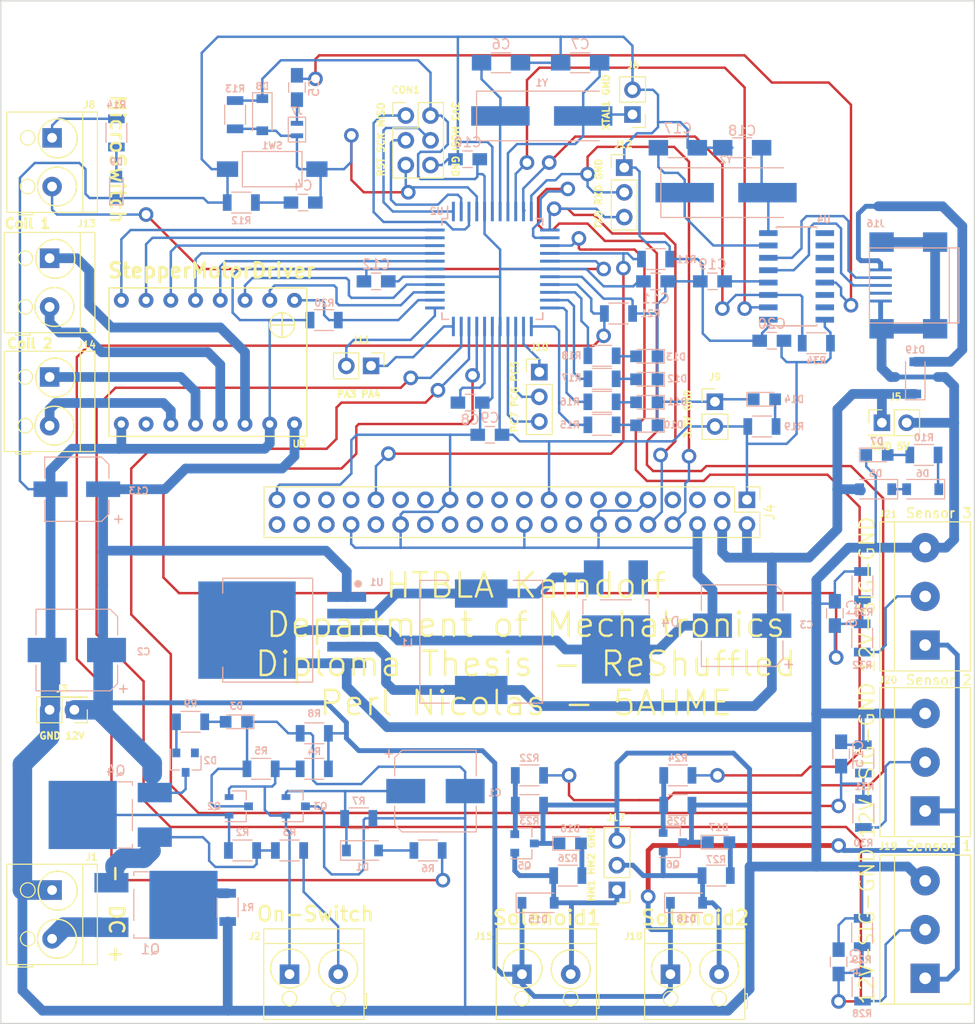
<source format=kicad_pcb>
(kicad_pcb (version 4) (host pcbnew 4.0.7-e2-6376~61~ubuntu18.04.1)
  (layers (0 F.Cu signal) (31 B.Cu signal) (34 B.Paste user) (35 F.Paste user) (36 B.SilkS user) (37 F.SilkS user) (38 B.Mask user) (39 F.Mask user) (44 Edge.Cuts user))
  (net 0 "")
  (net 1 GND)
  (net 2 +3V3)
  (net 3 MISO)
  (net 4 SCK)
  (net 5 MOSI)
  (net 6 "Net-(D3-Pad2)")
  (net 7 S1)
  (net 8 S2)
  (net 9 S3)
  (net 10 EN)
  (net 11 SLEEP)
  (net 12 STEP)
  (net 13 DIR)
  (net 14 M1)
  (net 15 M2)
  (net 16 TxD_USB)
  (net 17 RxD_USB)
  (net 18 M0)
  (net 19 DTR_USB)
  (net 20 HM1)
  (net 21 HM2)
  (net 22 RST)
  (net 23 RESET_M)
  (net 24 UNLATCH)
  (net 25 "Net-(D10-Pad2)")
  (net 26 "Net-(D11-Pad2)")
  (net 27 "Net-(D12-Pad2)")
  (net 28 "Net-(D13-Pad2)")
  (net 29 "Net-(C1-Pad1)")
  (net 30 "Net-(D14-Pad2)")
  (net 31 "Net-(D16-Pad2)")
  (net 32 "Net-(D17-Pad2)")
  (net 33 /Peripherie/WATCHDOG)
  (net 34 /Peripherie/µC_TxD)
  (net 35 /Peripherie/µC_RxD)
  (net 36 "Net-(J11-Pad2)")
  (net 37 "Net-(J20-Pad2)")
  (net 38 "Net-(J21-Pad2)")
  (net 39 "Net-(C7-Pad1)")
  (net 40 "Net-(D5-Pad1)")
  (net 41 "Net-(D15-Pad2)")
  (net 42 "Net-(J2-Pad2)")
  (net 43 "Net-(J2-Pad1)")
  (net 44 "Net-(J11-Pad1)")
  (net 45 "Net-(J14-Pad1)")
  (net 46 "Net-(Q6-Pad2)")
  (net 47 12V)
  (net 48 +5V)
  (net 49 "Net-(D2-Pad2)")
  (net 50 "Net-(D4-Pad1)")
  (net 51 "Net-(D18-Pad2)")
  (net 52 "Net-(Q1-Pad3)")
  (net 53 "Net-(Q2-Pad1)")
  (net 54 "Net-(Q5-Pad2)")
  (net 55 MSWITCH)
  (net 56 LED4)
  (net 57 LED3)
  (net 58 LED2)
  (net 59 LED1)
  (net 60 "Net-(D1-Pad2)")
  (net 61 "Net-(C6-Pad1)")
  (net 62 "Net-(D9-Pad2)")
  (net 63 "Net-(J1-Pad2)")
  (net 64 "Net-(J8-Pad1)")
  (net 65 "Net-(J10-Pad1)")
  (net 66 "Net-(J10-Pad2)")
  (net 67 "Net-(J10-Pad3)")
  (net 68 "Net-(J13-Pad2)")
  (net 69 "Net-(J13-Pad1)")
  (net 70 "Net-(J16-Pad2)")
  (net 71 "Net-(J16-Pad3)")
  (net 72 "Net-(J19-Pad2)")
  (net 73 "Net-(Q1-Pad2)")
  (net 74 "Net-(C8-Pad1)")
  (net 75 "Net-(C4-Pad2)")
  (net 76 "Net-(C5-Pad1)")
  (net 77 "Net-(D19-Pad2)")
  (net 78 "Net-(C17-Pad1)")
  (net 79 "Net-(C18-Pad1)")
  (net 80 "Net-(C19-Pad1)")
  (net 81 "Net-(D6-Pad1)")
  (net 82 "Net-(D7-Pad2)")
  (module Crystals:Crystal_SMD_HC49-SD (layer B.Cu) (at 128.6491 94.2355)
    (fp_text reference Y2 (at 0 -3.39 180) (layer B.SilkS) (effects (font (size 0.7 0.7)) (justify mirror)))
    (fp_text value Crystal_12Mhz)
    (pad 1 smd rect (at -4.25 0) (size 6 2) (layers B.Cu B.Paste B.Mask) (net 78 "Net-(C17-Pad1)"))
    (pad 2 smd rect (at 4.25 0) (size 6 2) (layers B.Cu B.Paste B.Mask) (net 79 "Net-(C18-Pad1)"))
  )
  (module Crystals:Crystal_SMD_HC49-SD (layer B.Cu) (at 109.7261 86.3615)
    (fp_text reference Y1 (at 0 -3.39) (layer B.SilkS) (effects (font (size 0.7 0.7)) (justify mirror)))
    (fp_text value Crystal_10Mhz)
    (pad 1 smd rect (at -4.25 0) (size 6 2) (layers B.Cu B.Paste B.Mask) (net 61 "Net-(C6-Pad1)"))
    (pad 2 smd rect (at 4.25 0) (size 6 2) (layers B.Cu B.Paste B.Mask) (net 39 "Net-(C7-Pad1)"))
  )
  (module LM2576-5:DPAK6P170_1524X459L254X81N (layer B.Cu) (at 83.3601 139.1445 270)
    (fp_text reference U1 (at -4.914 -9.398 360) (layer B.SilkS) (effects (font (size 0.7 0.7)) (justify mirror)))
    (fp_text value LM2576-5.0WU)
    (pad 1 smd rect (at -3.4 -6.33 270) (size 1 4) (layers B.Cu B.Paste B.Mask) (net 47 12V))
    (pad 2 smd rect (at -1.7 -6.33 270) (size 1 4) (layers B.Cu B.Paste B.Mask) (net 50 "Net-(D4-Pad1)"))
    (pad 3 smd rect (at 0 -6.33 270) (size 1 4) (layers B.Cu B.Paste B.Mask) (net 1 GND))
    (pad 4 smd rect (at 1.7 -6.33 270) (size 1 4) (layers B.Cu B.Paste B.Mask) (net 48 +5V))
    (pad 5 smd rect (at 3.4 -6.33 270) (size 1 4) (layers B.Cu B.Paste B.Mask) (net 1 GND))
    (pad 6 smd rect (at 0 3.91 270) (size 10 10) (layers B.Cu B.Paste B.Mask) (net 1 GND))
  )
  (module Connectors:GS2 (layer B.Cu) (at 84.5801 87.7585)
    (fp_text reference J7 (at 0 -1.905) (layer B.SilkS) (effects (font (size 0.7 0.7)) (justify mirror)))
    (fp_text value GS2)
    (pad 1 smd rect (at 0 0.64) (size 1.27 0.5) (layers B.Cu B.Paste B.Mask) (net 22 RST))
    (pad 2 smd rect (at 0 -0.64) (size 1.27 0.5) (layers B.Cu B.Paste B.Mask) (net 76 "Net-(C5-Pad1)"))
  )
  (module TO_SOT_Packages_SMD:SOT-23 (layer B.Cu) (at 84.4531 157.2275)
    (fp_text reference Q3 (at 2.54 0 180) (layer B.SilkS) (effects (font (size 0.7 0.7)) (justify mirror)))
    (fp_text value FDN337N)
    (pad 1 smd rect (at -1 0.95) (size 0.9 0.6) (layers B.Cu B.Paste B.Mask) (net 43 "Net-(J2-Pad1)"))
    (pad 2 smd rect (at -1 -0.95) (size 0.9 0.6) (layers B.Cu B.Paste B.Mask) (net 29 "Net-(C1-Pad1)"))
    (pad 3 smd rect (at 1 0) (size 0.9 0.8) (layers B.Cu B.Paste B.Mask) (net 1 GND))
  )
  (module TO_SOT_Packages_SMD:SOT-23 (layer B.Cu) (at 78.6111 157.2275)
    (fp_text reference Q2 (at -2.54 0) (layer B.SilkS) (effects (font (size 0.7 0.7)) (justify mirror)))
    (fp_text value FDN337N)
    (pad 1 smd rect (at -1 0.95) (size 0.9 0.6) (layers B.Cu B.Paste B.Mask) (net 53 "Net-(Q2-Pad1)"))
    (pad 2 smd rect (at -1 -0.95) (size 0.9 0.6) (layers B.Cu B.Paste B.Mask) (net 43 "Net-(J2-Pad1)"))
    (pad 3 smd rect (at 1 0) (size 0.9 0.8) (layers B.Cu B.Paste B.Mask) (net 1 GND))
  )
  (module footprints:SOIC-16_3.9x9.9mm_Pitch1.27mm_HANDSOLDERED (layer B.Cu) (at 135.8881 102.8325)
    (fp_text reference U4 (at 2.794 -5.842 180) (layer B.SilkS) (effects (font (size 0.7 0.7)) (justify mirror)))
    (fp_text value CH340G)
    (pad 1 smd rect (at -2.9 4.445) (size 1.9 0.6) (layers B.Cu B.Paste B.Mask) (net 1 GND))
    (pad 2 smd rect (at -2.9 3.175) (size 1.9 0.6) (layers B.Cu B.Paste B.Mask) (net 16 TxD_USB))
    (pad 3 smd rect (at -2.9 1.905) (size 1.9 0.6) (layers B.Cu B.Paste B.Mask) (net 17 RxD_USB))
    (pad 4 smd rect (at -2.9 0.635) (size 1.9 0.6) (layers B.Cu B.Paste B.Mask) (net 80 "Net-(C19-Pad1)"))
    (pad 5 smd rect (at -2.9 -0.635) (size 1.9 0.6) (layers B.Cu B.Paste B.Mask) (net 71 "Net-(J16-Pad3)"))
    (pad 6 smd rect (at -2.9 -1.905) (size 1.9 0.6) (layers B.Cu B.Paste B.Mask) (net 70 "Net-(J16-Pad2)"))
    (pad 7 smd rect (at -2.9 -3.175) (size 1.9 0.6) (layers B.Cu B.Paste B.Mask) (net 78 "Net-(C17-Pad1)"))
    (pad 8 smd rect (at -2.9 -4.445) (size 1.9 0.6) (layers B.Cu B.Paste B.Mask) (net 79 "Net-(C18-Pad1)"))
    (pad 9 smd rect (at 2.9 -4.445) (size 1.9 0.6) (layers B.Cu B.Paste B.Mask))
    (pad 10 smd rect (at 2.9 -3.175) (size 1.9 0.6) (layers B.Cu B.Paste B.Mask))
    (pad 11 smd rect (at 2.9 -1.905) (size 1.9 0.6) (layers B.Cu B.Paste B.Mask))
    (pad 12 smd rect (at 2.9 -0.635) (size 1.9 0.6) (layers B.Cu B.Paste B.Mask))
    (pad 13 smd rect (at 2.9 0.635) (size 1.9 0.6) (layers B.Cu B.Paste B.Mask) (net 19 DTR_USB))
    (pad 14 smd rect (at 2.9 1.905) (size 1.9 0.6) (layers B.Cu B.Paste B.Mask))
    (pad 15 smd rect (at 2.9 3.175) (size 1.9 0.6) (layers B.Cu B.Paste B.Mask))
    (pad 16 smd rect (at 2.9 4.445) (size 1.9 0.6) (layers B.Cu B.Paste B.Mask) (net 2 +3V3))
  )
  (module Connectors:USB_Mini-B (layer B.Cu) (at 147.3181 103.7605 180)
    (fp_text reference J16 (at 3.302 6.35 360) (layer B.SilkS) (effects (font (size 0.7 0.7)) (justify mirror)))
    (fp_text value USB_OTG)
    (pad 1 smd rect (at 2.8 1.6 180) (size 2.3 0.3) (layers B.Cu B.Paste B.Mask) (net 77 "Net-(D19-Pad2)"))
    (pad 2 smd rect (at 2.8 0.8 180) (size 2.3 0.3) (layers B.Cu B.Paste B.Mask) (net 70 "Net-(J16-Pad2)"))
    (pad 3 smd rect (at 2.8 0 180) (size 2.3 0.3) (layers B.Cu B.Paste B.Mask) (net 71 "Net-(J16-Pad3)"))
    (pad 4 smd rect (at 2.8 -0.8 180) (size 2.3 0.3) (layers B.Cu B.Paste B.Mask))
    (pad 5 smd rect (at 2.8 -1.6 180) (size 2.3 0.3) (layers B.Cu B.Paste B.Mask) (net 1 GND))
    (pad 6 smd rect (at 2.7 4.45 180) (size 2.5 2) (layers B.Cu B.Paste B.Mask) (net 1 GND))
    (pad 6 smd rect (at -2.8 4.45 180) (size 2.5 2) (layers B.Cu B.Paste B.Mask) (net 1 GND))
    (pad 6 smd rect (at 2.7 -4.45 180) (size 2.5 2) (layers B.Cu B.Paste B.Mask) (net 1 GND))
    (pad 6 smd rect (at -2.8 -4.45 180) (size 2.5 2) (layers B.Cu B.Paste B.Mask) (net 1 GND))
    (pad "" np_thru_hole circle (at 0.2 2.2 180) (size 0.9 0.9) (drill 0.9) (layers *.Cu *.Mask))
    (pad "" np_thru_hole circle (at 0.2 -2.2 180) (size 0.9 0.9) (drill 0.9) (layers *.Cu *.Mask))
  )
  (module footprints:TQFP-44_10x10mm_Pitch0.8mm_Handsolded (layer B.Cu) (at 104.6461 102.0705 270)
    (fp_text reference U2 (at -5.93 5.715 540) (layer B.SilkS) (effects (font (size 0.7 0.7)) (justify mirror)))
    (fp_text value ATMEGA324P-20AU hide)
    (pad 1 smd rect (at -5.9 4 270) (size 2 0.3) (layers B.Cu B.Paste B.Mask) (net 5 MOSI))
    (pad 2 smd rect (at -5.9 3.2 270) (size 2 0.3) (layers B.Cu B.Paste B.Mask) (net 4 SCK))
    (pad 3 smd rect (at -5.9 2.4 270) (size 2 0.3) (layers B.Cu B.Paste B.Mask) (net 3 MISO))
    (pad 4 smd rect (at -5.9 1.6 270) (size 2 0.3) (layers B.Cu B.Paste B.Mask) (net 22 RST))
    (pad 5 smd rect (at -5.9 0.8 270) (size 2 0.3) (layers B.Cu B.Paste B.Mask) (net 2 +3V3))
    (pad 6 smd rect (at -5.9 0 270) (size 2 0.3) (layers B.Cu B.Paste B.Mask) (net 1 GND))
    (pad 7 smd rect (at -5.9 -0.8 270) (size 2 0.3) (layers B.Cu B.Paste B.Mask) (net 61 "Net-(C6-Pad1)"))
    (pad 8 smd rect (at -5.9 -1.6 270) (size 2 0.3) (layers B.Cu B.Paste B.Mask) (net 39 "Net-(C7-Pad1)"))
    (pad 9 smd rect (at -5.9 -2.4 270) (size 2 0.3) (layers B.Cu B.Paste B.Mask) (net 16 TxD_USB))
    (pad 10 smd rect (at -5.9 -3.2 270) (size 2 0.3) (layers B.Cu B.Paste B.Mask) (net 17 RxD_USB))
    (pad 11 smd rect (at -5.9 -4 270) (size 2 0.3) (layers B.Cu B.Paste B.Mask) (net 35 /Peripherie/µC_RxD))
    (pad 12 smd rect (at -4 -5.9 180) (size 2 0.3) (layers B.Cu B.Paste B.Mask) (net 34 /Peripherie/µC_TxD))
    (pad 13 smd rect (at -3.2 -5.9 180) (size 2 0.3) (layers B.Cu B.Paste B.Mask) (net 20 HM1))
    (pad 14 smd rect (at -2.4 -5.9 180) (size 2 0.3) (layers B.Cu B.Paste B.Mask) (net 21 HM2))
    (pad 15 smd rect (at -1.6 -5.9 180) (size 2 0.3) (layers B.Cu B.Paste B.Mask) (net 33 /Peripherie/WATCHDOG))
    (pad 16 smd rect (at -0.8 -5.9 180) (size 2 0.3) (layers B.Cu B.Paste B.Mask) (net 55 MSWITCH))
    (pad 17 smd rect (at 0 -5.9 180) (size 2 0.3) (layers B.Cu B.Paste B.Mask) (net 2 +3V3))
    (pad 18 smd rect (at 0.8 -5.9 180) (size 2 0.3) (layers B.Cu B.Paste B.Mask) (net 1 GND))
    (pad 19 smd rect (at 1.6 -5.9 180) (size 2 0.3) (layers B.Cu B.Paste B.Mask) (net 24 UNLATCH))
    (pad 20 smd rect (at 2.4 -5.9 180) (size 2 0.3) (layers B.Cu B.Paste B.Mask) (net 59 LED1))
    (pad 21 smd rect (at 3.2 -5.9 180) (size 2 0.3) (layers B.Cu B.Paste B.Mask) (net 58 LED2))
    (pad 22 smd rect (at 4 -5.9 180) (size 2 0.3) (layers B.Cu B.Paste B.Mask) (net 57 LED3))
    (pad 23 smd rect (at 5.9 -4 270) (size 2 0.3) (layers B.Cu B.Paste B.Mask) (net 56 LED4))
    (pad 24 smd rect (at 5.9 -3.2 270) (size 2 0.3) (layers B.Cu B.Paste B.Mask) (net 65 "Net-(J10-Pad1)"))
    (pad 25 smd rect (at 5.9 -2.4 270) (size 2 0.3) (layers B.Cu B.Paste B.Mask) (net 66 "Net-(J10-Pad2)"))
    (pad 26 smd rect (at 5.9 -1.6 270) (size 2 0.3) (layers B.Cu B.Paste B.Mask) (net 67 "Net-(J10-Pad3)"))
    (pad 27 smd rect (at 5.9 -0.8 270) (size 2 0.3) (layers B.Cu B.Paste B.Mask) (net 2 +3V3))
    (pad 28 smd rect (at 5.9 0 270) (size 2 0.3) (layers B.Cu B.Paste B.Mask) (net 1 GND))
    (pad 29 smd rect (at 5.9 0.8 270) (size 2 0.3) (layers B.Cu B.Paste B.Mask) (net 74 "Net-(C8-Pad1)"))
    (pad 30 smd rect (at 5.9 1.6 270) (size 2 0.3) (layers B.Cu B.Paste B.Mask) (net 9 S3))
    (pad 31 smd rect (at 5.9 2.4 270) (size 2 0.3) (layers B.Cu B.Paste B.Mask) (net 8 S2))
    (pad 32 smd rect (at 5.9 3.2 270) (size 2 0.3) (layers B.Cu B.Paste B.Mask) (net 7 S1))
    (pad 33 smd rect (at 5.9 4 270) (size 2 0.3) (layers B.Cu B.Paste B.Mask) (net 44 "Net-(J11-Pad1)"))
    (pad 34 smd rect (at 4 5.9 180) (size 2 0.3) (layers B.Cu B.Paste B.Mask) (net 36 "Net-(J11-Pad2)"))
    (pad 35 smd rect (at 3.2 5.9 180) (size 2 0.3) (layers B.Cu B.Paste B.Mask) (net 10 EN))
    (pad 36 smd rect (at 2.4 5.9 180) (size 2 0.3) (layers B.Cu B.Paste B.Mask) (net 18 M0))
    (pad 37 smd rect (at 1.6 5.9 180) (size 2 0.3) (layers B.Cu B.Paste B.Mask) (net 14 M1))
    (pad 38 smd rect (at 0.8 5.9 180) (size 2 0.3) (layers B.Cu B.Paste B.Mask) (net 2 +3V3))
    (pad 39 smd rect (at 0 5.9 180) (size 2 0.3) (layers B.Cu B.Paste B.Mask) (net 1 GND))
    (pad 40 smd rect (at -0.8 5.9 180) (size 2 0.3) (layers B.Cu B.Paste B.Mask) (net 15 M2))
    (pad 41 smd rect (at -1.6 5.9 180) (size 2 0.3) (layers B.Cu B.Paste B.Mask) (net 23 RESET_M))
    (pad 42 smd rect (at -2.4 5.9 180) (size 2 0.3) (layers B.Cu B.Paste B.Mask) (net 11 SLEEP))
    (pad 43 smd rect (at -3.2 5.9 180) (size 2 0.3) (layers B.Cu B.Paste B.Mask) (net 12 STEP))
    (pad 44 smd rect (at -4 5.9 180) (size 2 0.3) (layers B.Cu B.Paste B.Mask) (net 13 DIR))
  )
  (module Pin_Headers:Pin_Header_Straight_1x02_Pitch2.54mm (layer F.Cu) (at 119.0401 86.2145 180)
    (fp_text reference J6 (at -0.084 5.06 180) (layer F.SilkS) (effects (font (size 0.7 0.7))))
    (fp_text value Conn_01x02)
    (pad 1 thru_hole rect (at 0 0 180) (size 1.7 1.7) (drill 1) (layers *.Cu *.Mask) (net 39 "Net-(C7-Pad1)"))
    (pad 2 thru_hole oval (at 0 2.54 180) (size 1.7 1.7) (drill 1) (layers *.Cu *.Mask) (net 1 GND))
  )
  (module Pin_Headers:Pin_Header_Straight_1x03_Pitch2.54mm (layer F.Cu) (at 109.4721 112.6505)
    (fp_text reference J10 (at 0 -2.54) (layer F.SilkS) (effects (font (size 0.7 0.7))))
    (fp_text value Conn_01x03)
    (pad 1 thru_hole rect (at 0 0) (size 1.7 1.7) (drill 1) (layers *.Cu *.Mask) (net 65 "Net-(J10-Pad1)"))
    (pad 2 thru_hole oval (at 0 2.54) (size 1.7 1.7) (drill 1) (layers *.Cu *.Mask) (net 66 "Net-(J10-Pad2)"))
    (pad 3 thru_hole oval (at 0 5.08) (size 1.7 1.7) (drill 1) (layers *.Cu *.Mask) (net 67 "Net-(J10-Pad3)"))
  )
  (module footprints:Terminalblock-3x-5mm (layer F.Cu) (at 149.0961 140.6785 90)
    (fp_text reference J21 (at 13.423 -3.81 180) (layer F.SilkS) (effects (font (size 0.7 0.7))))
    (fp_text value Cap_Sensor3)
    (pad 3 thru_hole circle (at 10 0 90) (size 3 3) (drill 1.2) (layers *.Cu *.Mask) (net 1 GND))
    (pad 2 thru_hole circle (at 5 0 90) (size 3 3) (drill 1.2) (layers *.Cu *.Mask) (net 38 "Net-(J21-Pad2)"))
    (pad 1 thru_hole rect (at 0 0 90) (size 3 3) (drill 1.2) (layers *.Cu *.Mask) (net 47 12V))
  )
  (module footprints:Terminalblock-3x-5mm (layer F.Cu) (at 149.0961 174.8805 90)
    (fp_text reference J19 (at 13.55 -3.81 360) (layer F.SilkS) (effects (font (size 0.7 0.7))))
    (fp_text value Cap_Sensor1)
    (pad 3 thru_hole circle (at 10 0 90) (size 3 3) (drill 1.2) (layers *.Cu *.Mask) (net 1 GND))
    (pad 2 thru_hole circle (at 5 0 90) (size 3 3) (drill 1.2) (layers *.Cu *.Mask) (net 72 "Net-(J19-Pad2)"))
    (pad 1 thru_hole rect (at 0 0 90) (size 3 3) (drill 1.2) (layers *.Cu *.Mask) (net 47 12V))
  )
  (module footprints:Terminalblock-2x-5mm (layer F.Cu) (at 107.6941 174.4605)
    (fp_text reference J15 (at -3.937 -3.898) (layer F.SilkS) (effects (font (size 0.7 0.7))))
    (fp_text value Solenoid1)
    (pad 2 thru_hole circle (at 5 0) (size 2 2) (drill 1) (layers *.Cu *.Mask) (net 41 "Net-(D15-Pad2)"))
    (pad 1 thru_hole rect (at 0 0) (size 2 2) (drill 1) (layers *.Cu *.Mask) (net 47 12V))
  )
  (module footprints:Terminalblock-2x-5mm (layer F.Cu) (at 83.8181 174.4605)
    (fp_text reference J2 (at -3.556 -3.898) (layer F.SilkS) (effects (font (size 0.7 0.7))))
    (fp_text value PowerOn_Button)
    (pad 2 thru_hole circle (at 5 0) (size 2 2) (drill 1) (layers *.Cu *.Mask) (net 42 "Net-(J2-Pad2)"))
    (pad 1 thru_hole rect (at 0 0) (size 2 2) (drill 1) (layers *.Cu *.Mask) (net 43 "Net-(J2-Pad1)"))
  )
  (module Resistors_SMD:R_1206 (layer B.Cu) (at 108.4561 157.1005)
    (fp_text reference R23 (at -0.004 1.638) (layer B.SilkS) (effects (font (size 0.7 0.7)) (justify mirror)))
    (fp_text value 10k)
    (pad 1 smd rect (at -1.45 0) (size 0.9 1.7) (layers B.Cu B.Paste B.Mask) (net 54 "Net-(Q5-Pad2)"))
    (pad 2 smd rect (at 1.45 0) (size 0.9 1.7) (layers B.Cu B.Paste B.Mask) (net 1 GND))
  )
  (module Resistors_SMD:R_1206 (layer B.Cu) (at 123.6961 154.0525)
    (fp_text reference R24 (at 0 -1.778) (layer B.SilkS) (effects (font (size 0.7 0.7)) (justify mirror)))
    (fp_text value 560)
    (pad 1 smd rect (at -1.45 0) (size 0.9 1.7) (layers B.Cu B.Paste B.Mask) (net 46 "Net-(Q6-Pad2)"))
    (pad 2 smd rect (at 1.45 0) (size 0.9 1.7) (layers B.Cu B.Paste B.Mask) (net 21 HM2))
  )
  (module Buttons_Switches_SMD:SW_SPST_FSMSM (layer B.Cu) (at 82.0401 91.8225)
    (fp_text reference SW1 (at 0 -2.413) (layer B.SilkS) (effects (font (size 0.7 0.7)) (justify mirror)))
    (fp_text value SW_Push)
    (pad 1 smd rect (at -4.59 0) (size 2.18 1.6) (layers B.Cu B.Paste B.Mask) (net 1 GND))
    (pad 2 smd rect (at 4.59 0) (size 2.18 1.6) (layers B.Cu B.Paste B.Mask) (net 22 RST))
  )
  (module footprints:Terminalblock-3x-5mm (layer F.Cu) (at 149.0961 157.6965 90)
    (fp_text reference J20 (at 13.423 -3.81 180) (layer F.SilkS) (effects (font (size 0.7 0.7))))
    (fp_text value Cap_Sensor2)
    (pad 3 thru_hole circle (at 10 0 90) (size 3 3) (drill 1.2) (layers *.Cu *.Mask) (net 1 GND))
    (pad 2 thru_hole circle (at 5 0 90) (size 3 3) (drill 1.2) (layers *.Cu *.Mask) (net 37 "Net-(J20-Pad2)"))
    (pad 1 thru_hole rect (at 0 0 90) (size 3 3) (drill 1.2) (layers *.Cu *.Mask) (net 47 12V))
  )
  (module footprints:Terminalblock-2x-5mm (layer F.Cu) (at 59.1801 113.1585 270)
    (fp_text reference J14 (at -3.302 -3.81 360) (layer F.SilkS) (effects (font (size 0.7 0.7))))
    (fp_text value Stepper2)
    (pad 2 thru_hole circle (at 5 0 270) (size 2 2) (drill 1) (layers *.Cu *.Mask))
    (pad 1 thru_hole rect (at 0 0 270) (size 2 2) (drill 1) (layers *.Cu *.Mask) (net 45 "Net-(J14-Pad1)"))
  )
  (module footprints:Terminalblock-2x-5mm (layer F.Cu) (at 59.1801 100.9665 270)
    (fp_text reference J13 (at -3.556 -3.81 360) (layer F.SilkS) (effects (font (size 0.7 0.7))))
    (fp_text value Stepper1)
    (pad 2 thru_hole circle (at 5 0 270) (size 2 2) (drill 1) (layers *.Cu *.Mask) (net 68 "Net-(J13-Pad2)"))
    (pad 1 thru_hole rect (at 0 0 270) (size 2 2) (drill 1) (layers *.Cu *.Mask) (net 69 "Net-(J13-Pad1)"))
  )
  (module Pin_Headers:Pin_Header_Straight_2x03_Pitch2.54mm (layer F.Cu) (at 95.7561 86.3225)
    (fp_text reference CON1 (at 0 -2.628 180) (layer F.SilkS) (effects (font (size 0.7 0.7))))
    (fp_text value AVR-ISP-6)
    (pad 1 thru_hole circle (at 0 0) (size 1.7 1.7) (drill 1) (layers *.Cu *.Mask) (net 3 MISO))
    (pad 2 thru_hole oval (at 2.54 0) (size 1.7 1.7) (drill 1) (layers *.Cu *.Mask) (net 2 +3V3))
    (pad 3 thru_hole oval (at 0 2.54) (size 1.7 1.7) (drill 1) (layers *.Cu *.Mask) (net 4 SCK))
    (pad 4 thru_hole oval (at 2.54 2.54) (size 1.7 1.7) (drill 1) (layers *.Cu *.Mask) (net 5 MOSI))
    (pad 5 thru_hole oval (at 0 5.08) (size 1.7 1.7) (drill 1) (layers *.Cu *.Mask) (net 22 RST))
    (pad 6 thru_hole oval (at 2.54 5.08) (size 1.7 1.7) (drill 1) (layers *.Cu *.Mask) (net 1 GND))
  )
  (module footprints:Terminalblock-2x-5mm (layer F.Cu) (at 59.4341 165.8245 270)
    (fp_text reference J1 (at -3.39 -4.064 540) (layer F.SilkS) (effects (font (size 0.7 0.7))))
    (fp_text value Input_12V)
    (pad 2 thru_hole circle (at 5 0 270) (size 2 2) (drill 1) (layers *.Cu *.Mask) (net 63 "Net-(J1-Pad2)"))
    (pad 1 thru_hole rect (at 0 0 270) (size 2 2) (drill 1) (layers *.Cu *.Mask) (net 1 GND))
  )
  (module footprints:Terminalblock-2x-5mm (layer F.Cu) (at 122.9341 174.4605)
    (fp_text reference J18 (at -3.81 -3.898 180) (layer F.SilkS) (effects (font (size 0.7 0.7))))
    (fp_text value Solenoid2)
    (pad 2 thru_hole circle (at 5 0) (size 2 2) (drill 1) (layers *.Cu *.Mask) (net 51 "Net-(D18-Pad2)"))
    (pad 1 thru_hole rect (at 0 0) (size 2 2) (drill 1) (layers *.Cu *.Mask) (net 47 12V))
  )
  (module Pin_Headers:Pin_Header_Straight_1x03_Pitch2.54mm (layer F.Cu) (at 117.4401 165.8145 180)
    (fp_text reference J17 (at 0.094 7.444 180) (layer F.SilkS) (effects (font (size 0.7 0.7))))
    (fp_text value Conn_01x03)
    (pad 1 thru_hole rect (at 0 0 180) (size 1.7 1.7) (drill 1) (layers *.Cu *.Mask) (net 41 "Net-(D15-Pad2)"))
    (pad 2 thru_hole oval (at 0 2.54 180) (size 1.7 1.7) (drill 1) (layers *.Cu *.Mask) (net 51 "Net-(D18-Pad2)"))
    (pad 3 thru_hole oval (at 0 5.08 180) (size 1.7 1.7) (drill 1) (layers *.Cu *.Mask) (net 1 GND))
  )
  (module Pin_Headers:Pin_Header_Straight_2x01_Pitch2.54mm (layer F.Cu) (at 144.6511 117.8575)
    (fp_text reference J5 (at 1.397 -2.667) (layer F.SilkS) (effects (font (size 0.7 0.7))))
    (fp_text value Conn_01x02)
    (pad 1 thru_hole rect (at 0 0) (size 1.7 1.7) (drill 1) (layers *.Cu *.Mask) (net 48 +5V))
    (pad 2 thru_hole oval (at 2.54 0) (size 1.7 1.7) (drill 1) (layers *.Cu *.Mask) (net 1 GND))
  )
  (module footprints:Terminalblock-2x-5mm (layer F.Cu) (at 59.4341 88.6085 270)
    (fp_text reference J8 (at -3.39 -3.81 360) (layer F.SilkS) (effects (font (size 0.7 0.7))))
    (fp_text value Microswitch)
    (pad 2 thru_hole circle (at 5 0 270) (size 2 2) (drill 1) (layers *.Cu *.Mask) (net 55 MSWITCH))
    (pad 1 thru_hole rect (at 0 0 270) (size 2 2) (drill 1) (layers *.Cu *.Mask) (net 64 "Net-(J8-Pad1)"))
  )
  (module Pin_Headers:Pin_Header_Straight_1x03_Pitch2.54mm (layer F.Cu) (at 118.1901 91.6645)
    (fp_text reference J12 (at -0.082 -2.382 180) (layer F.SilkS) (effects (font (size 0.7 0.7))))
    (fp_text value Conn_01x03)
    (pad 1 thru_hole rect (at 0 0) (size 1.7 1.7) (drill 1) (layers *.Cu *.Mask) (net 1 GND))
    (pad 2 thru_hole oval (at 0 2.54) (size 1.7 1.7) (drill 1) (layers *.Cu *.Mask) (net 35 /Peripherie/µC_RxD))
    (pad 3 thru_hole oval (at 0 5.08) (size 1.7 1.7) (drill 1) (layers *.Cu *.Mask) (net 34 /Peripherie/µC_TxD))
  )
  (module Pin_Headers:Pin_Header_Straight_2x01_Pitch2.54mm (layer F.Cu) (at 61.7201 147.3215 180)
    (fp_text reference J3 (at 1.27 2.159 360) (layer F.SilkS) (effects (font (size 0.7 0.7))))
    (fp_text value Conn_01x02)
    (pad 1 thru_hole rect (at 0 0 180) (size 1.7 1.7) (drill 1) (layers *.Cu *.Mask) (net 47 12V))
    (pad 2 thru_hole oval (at 2.54 0 180) (size 1.7 1.7) (drill 1) (layers *.Cu *.Mask) (net 1 GND))
  )
  (module Pin_Headers:Pin_Header_Straight_1x02_Pitch2.54mm (layer F.Cu) (at 127.5061 115.6985)
    (fp_text reference J9 (at 0 -2.54) (layer F.SilkS) (effects (font (size 0.7 0.7))))
    (fp_text value Conn_01x02)
    (pad 1 thru_hole rect (at 0 0) (size 1.7 1.7) (drill 1) (layers *.Cu *.Mask) (net 1 GND))
    (pad 2 thru_hole oval (at 0 2.54) (size 1.7 1.7) (drill 1) (layers *.Cu *.Mask) (net 2 +3V3))
  )
  (module Pin_Headers:Pin_Header_Straight_1x02_Pitch2.54mm (layer F.Cu) (at 92.1901 112.0145 270)
    (fp_text reference J11 (at -2.666 1.006 360) (layer F.SilkS) (effects (font (size 0.7 0.7))))
    (fp_text value Conn_01x02)
    (pad 1 thru_hole rect (at 0 0 270) (size 1.7 1.7) (drill 1) (layers *.Cu *.Mask) (net 44 "Net-(J11-Pad1)"))
    (pad 2 thru_hole oval (at 0 2.54 270) (size 1.7 1.7) (drill 1) (layers *.Cu *.Mask) (net 36 "Net-(J11-Pad2)"))
  )
  (module TO_SOT_Packages_SMD:SOT-23 (layer B.Cu) (at 107.9481 161.0375)
    (fp_text reference Q5 (at 0 2.286) (layer B.SilkS) (effects (font (size 0.7 0.7)) (justify mirror)))
    (fp_text value FDN337N)
    (pad 1 smd rect (at -1 0.95) (size 0.9 0.8) (layers B.Cu B.Paste B.Mask) (net 41 "Net-(D15-Pad2)"))
    (pad 2 smd rect (at -1 -0.95) (size 0.9 0.8) (layers B.Cu B.Paste B.Mask) (net 54 "Net-(Q5-Pad2)"))
    (pad 3 smd rect (at 1 0) (size 0.9 0.8) (layers B.Cu B.Paste B.Mask) (net 1 GND))
  )
  (module TO_SOT_Packages_SMD:SOT-23 (layer B.Cu) (at 123.1881 160.9105)
    (fp_text reference Q6 (at 0 2.286) (layer B.SilkS) (effects (font (size 0.7 0.7)) (justify mirror)))
    (fp_text value FDN337N)
    (pad 1 smd rect (at -1 0.95) (size 0.9 0.8) (layers B.Cu B.Paste B.Mask) (net 51 "Net-(D18-Pad2)"))
    (pad 2 smd rect (at -1 -0.95) (size 0.9 0.8) (layers B.Cu B.Paste B.Mask) (net 46 "Net-(Q6-Pad2)"))
    (pad 3 smd rect (at 1 0) (size 0.9 0.8) (layers B.Cu B.Paste B.Mask) (net 1 GND))
  )
  (module Resistors_SMD:R_1206 (layer B.Cu) (at 123.6961 157.1005)
    (fp_text reference R25 (at -0.127 1.651 180) (layer B.SilkS) (effects (font (size 0.7 0.7)) (justify mirror)))
    (fp_text value 10k)
    (pad 1 smd rect (at -1.45 0) (size 0.9 1.7) (layers B.Cu B.Paste B.Mask) (net 46 "Net-(Q6-Pad2)"))
    (pad 2 smd rect (at 1.45 0) (size 0.9 1.7) (layers B.Cu B.Paste B.Mask) (net 1 GND))
  )
  (module Resistors_SMD:R_1206 (layer B.Cu) (at 90.9301 158.4585)
    (fp_text reference R7 (at 0 -1.778) (layer B.SilkS) (effects (font (size 0.7 0.7)) (justify mirror)))
    (fp_text value 100k)
    (pad 1 smd rect (at -1.45 0) (size 0.9 1.7) (layers B.Cu B.Paste B.Mask) (net 29 "Net-(C1-Pad1)"))
    (pad 2 smd rect (at 1.45 0) (size 0.9 1.7) (layers B.Cu B.Paste B.Mask) (net 1 GND))
  )
  (module Resistors_SMD:R_1206 (layer B.Cu) (at 83.8181 161.7605)
    (fp_text reference R3 (at 0 -1.866) (layer B.SilkS) (effects (font (size 0.7 0.7)) (justify mirror)))
    (fp_text value 10k)
    (pad 1 smd rect (at -1.45 0) (size 0.9 1.7) (layers B.Cu B.Paste B.Mask) (net 52 "Net-(Q1-Pad3)"))
    (pad 2 smd rect (at 1.45 0) (size 0.9 1.7) (layers B.Cu B.Paste B.Mask) (net 42 "Net-(J2-Pad2)"))
  )
  (module Resistors_SMD:R_1206 (layer B.Cu) (at 78.9921 161.7605 180)
    (fp_text reference R2 (at 0 1.866 180) (layer B.SilkS) (effects (font (size 0.7 0.7)) (justify mirror)))
    (fp_text value 10k)
    (pad 1 smd rect (at -1.45 0 180) (size 0.9 1.7) (layers B.Cu B.Paste B.Mask) (net 52 "Net-(Q1-Pad3)"))
    (pad 2 smd rect (at 1.45 0 180) (size 0.9 1.7) (layers B.Cu B.Paste B.Mask) (net 53 "Net-(Q2-Pad1)"))
  )
  (module Resistors_SMD:R_1206 (layer B.Cu) (at 78.2301 86.2345 270)
    (fp_text reference R13 (at -2.667 0 540) (layer B.SilkS) (effects (font (size 0.7 0.7)) (justify mirror)))
    (fp_text value 47k)
    (pad 1 smd rect (at -1.45 0 270) (size 0.9 1.7) (layers B.Cu B.Paste B.Mask) (net 2 +3V3))
    (pad 2 smd rect (at 1.45 0 270) (size 0.9 1.7) (layers B.Cu B.Paste B.Mask) (net 22 RST))
  )
  (module Resistors_SMD:R_1206 (layer B.Cu) (at 108.4561 154.0525)
    (fp_text reference R22 (at 0 -1.778) (layer B.SilkS) (effects (font (size 0.7 0.7)) (justify mirror)))
    (fp_text value 560)
    (pad 1 smd rect (at -1.45 0) (size 0.9 1.7) (layers B.Cu B.Paste B.Mask) (net 54 "Net-(Q5-Pad2)"))
    (pad 2 smd rect (at 1.45 0) (size 0.9 1.7) (layers B.Cu B.Paste B.Mask) (net 20 HM1))
  )
  (module Resistors_SMD:R_1206 (layer B.Cu) (at 86.3581 153.3785)
    (fp_text reference R4 (at 0 -1.778) (layer B.SilkS) (effects (font (size 0.7 0.7)) (justify mirror)))
    (fp_text value 10k)
    (pad 1 smd rect (at -1.45 0) (size 0.9 1.7) (layers B.Cu B.Paste B.Mask) (net 43 "Net-(J2-Pad1)"))
    (pad 2 smd rect (at 1.45 0) (size 0.9 1.7) (layers B.Cu B.Paste B.Mask) (net 47 12V))
  )
  (module Resistors_SMD:R_1206 (layer B.Cu) (at 98.0421 161.7605)
    (fp_text reference R6 (at 0 1.85) (layer B.SilkS) (effects (font (size 0.7 0.7)) (justify mirror)))
    (fp_text value 560)
    (pad 1 smd rect (at -1.45 0) (size 0.9 1.7) (layers B.Cu B.Paste B.Mask) (net 60 "Net-(D1-Pad2)"))
    (pad 2 smd rect (at 1.45 0) (size 0.9 1.7) (layers B.Cu B.Paste B.Mask) (net 24 UNLATCH))
  )
  (module Resistors_SMD:R_1206 (layer B.Cu) (at 115.9081 118.0687 180)
    (fp_text reference R15 (at 3.302 0 360) (layer B.SilkS) (effects (font (size 0.7 0.7)) (justify mirror)))
    (fp_text value 560)
    (pad 1 smd rect (at -1.45 0 180) (size 0.9 1.7) (layers B.Cu B.Paste B.Mask) (net 25 "Net-(D10-Pad2)"))
    (pad 2 smd rect (at 1.45 0 180) (size 0.9 1.7) (layers B.Cu B.Paste B.Mask) (net 56 LED4))
  )
  (module Resistors_SMD:R_1206 (layer B.Cu) (at 115.9081 115.7065 180)
    (fp_text reference R16 (at 3.302 0 360) (layer B.SilkS) (effects (font (size 0.7 0.7)) (justify mirror)))
    (fp_text value 560)
    (pad 1 smd rect (at -1.45 0 180) (size 0.9 1.7) (layers B.Cu B.Paste B.Mask) (net 26 "Net-(D11-Pad2)"))
    (pad 2 smd rect (at 1.45 0 180) (size 0.9 1.7) (layers B.Cu B.Paste B.Mask) (net 57 LED3))
  )
  (module Resistors_SMD:R_1206 (layer B.Cu) (at 148.9691 121.1595 180)
    (fp_text reference R10 (at 0 1.778 360) (layer B.SilkS) (effects (font (size 0.7 0.7)) (justify mirror)))
    (fp_text value 560)
    (pad 1 smd rect (at -1.45 0 180) (size 0.9 1.7) (layers B.Cu B.Paste B.Mask) (net 81 "Net-(D6-Pad1)"))
    (pad 2 smd rect (at 1.45 0 180) (size 0.9 1.7) (layers B.Cu B.Paste B.Mask) (net 82 "Net-(D7-Pad2)"))
  )
  (module Resistors_SMD:R_1206 (layer B.Cu) (at 115.9081 113.3443 180)
    (fp_text reference R17 (at 3.134 0.0978 180) (layer B.SilkS) (effects (font (size 0.7 0.7)) (justify mirror)))
    (fp_text value 560)
    (pad 1 smd rect (at -1.45 0 180) (size 0.9 1.7) (layers B.Cu B.Paste B.Mask) (net 27 "Net-(D12-Pad2)"))
    (pad 2 smd rect (at 1.45 0 180) (size 0.9 1.7) (layers B.Cu B.Paste B.Mask) (net 58 LED2))
  )
  (module Resistors_SMD:R_1206 (layer B.Cu) (at 115.9081 110.9821 180)
    (fp_text reference R18 (at 3.134 0.0216 180) (layer B.SilkS) (effects (font (size 0.7 0.7)) (justify mirror)))
    (fp_text value 560)
    (pad 1 smd rect (at -1.45 0 180) (size 0.9 1.7) (layers B.Cu B.Paste B.Mask) (net 28 "Net-(D13-Pad2)"))
    (pad 2 smd rect (at 1.45 0 180) (size 0.9 1.7) (layers B.Cu B.Paste B.Mask) (net 59 LED1))
  )
  (module Resistors_SMD:R_1206 (layer B.Cu) (at 77.4681 167.6025 90)
    (fp_text reference R1 (at 0 2.032 360) (layer B.SilkS) (effects (font (size 0.7 0.7)) (justify mirror)))
    (fp_text value 47k)
    (pad 1 smd rect (at -1.45 0 90) (size 0.9 1.7) (layers B.Cu B.Paste B.Mask) (net 1 GND))
    (pad 2 smd rect (at 1.45 0 90) (size 0.9 1.7) (layers B.Cu B.Paste B.Mask) (net 73 "Net-(Q1-Pad2)"))
  )
  (module Resistors_SMD:R_1206 (layer B.Cu) (at 86.3581 149.7345 180)
    (fp_text reference R8 (at 0 2.032 180) (layer B.SilkS) (effects (font (size 0.7 0.7)) (justify mirror)))
    (fp_text value 47k)
    (pad 1 smd rect (at -1.45 0 180) (size 0.9 1.7) (layers B.Cu B.Paste B.Mask) (net 47 12V))
    (pad 2 smd rect (at 1.45 0 180) (size 0.9 1.7) (layers B.Cu B.Paste B.Mask) (net 1 GND))
  )
  (module Resistors_SMD:R_1206 (layer B.Cu) (at 121.4101 101.0545)
    (fp_text reference R11 (at 3.175 0.039) (layer B.SilkS) (effects (font (size 0.7 0.7)) (justify mirror)))
    (fp_text value 47k)
    (pad 1 smd rect (at -1.45 0) (size 0.9 1.7) (layers B.Cu B.Paste B.Mask) (net 33 /Peripherie/WATCHDOG))
    (pad 2 smd rect (at 1.45 0) (size 0.9 1.7) (layers B.Cu B.Paste B.Mask) (net 1 GND))
  )
  (module Resistors_SMD:R_1206 (layer B.Cu) (at 87.3741 107.3165 180)
    (fp_text reference R20 (at -0.0254 1.7526 360) (layer B.SilkS) (effects (font (size 0.7 0.7)) (justify mirror)))
    (fp_text value 47k)
    (pad 1 smd rect (at -1.45 0 180) (size 0.9 1.7) (layers B.Cu B.Paste B.Mask) (net 10 EN))
    (pad 2 smd rect (at 1.45 0 180) (size 0.9 1.7) (layers B.Cu B.Paste B.Mask) (net 1 GND))
  )
  (module Resistors_SMD:R_1206 (layer B.Cu) (at 117.6001 106.6425)
    (fp_text reference R21 (at 3.302 0 180) (layer B.SilkS) (effects (font (size 0.7 0.7)) (justify mirror)))
    (fp_text value 47k)
    (pad 1 smd rect (at -1.45 0) (size 0.9 1.7) (layers B.Cu B.Paste B.Mask) (net 24 UNLATCH))
    (pad 2 smd rect (at 1.45 0) (size 0.9 1.7) (layers B.Cu B.Paste B.Mask) (net 1 GND))
  )
  (module Resistors_SMD:R_1206 (layer B.Cu) (at 112.3931 164.3395 180)
    (fp_text reference R26 (at 0 1.778 360) (layer B.SilkS) (effects (font (size 0.7 0.7)) (justify mirror)))
    (fp_text value 560)
    (pad 1 smd rect (at -1.45 0 180) (size 0.9 1.7) (layers B.Cu B.Paste B.Mask) (net 31 "Net-(D16-Pad2)"))
    (pad 2 smd rect (at 1.45 0 180) (size 0.9 1.7) (layers B.Cu B.Paste B.Mask) (net 41 "Net-(D15-Pad2)"))
  )
  (module Resistors_SMD:R_1206 (layer B.Cu) (at 127.6331 164.3395 180)
    (fp_text reference R27 (at 0 1.651 360) (layer B.SilkS) (effects (font (size 0.7 0.7)) (justify mirror)))
    (fp_text value 560)
    (pad 1 smd rect (at -1.45 0 180) (size 0.9 1.7) (layers B.Cu B.Paste B.Mask) (net 32 "Net-(D17-Pad2)"))
    (pad 2 smd rect (at 1.45 0 180) (size 0.9 1.7) (layers B.Cu B.Paste B.Mask) (net 51 "Net-(D18-Pad2)"))
  )
  (module Resistors_SMD:R_1206 (layer B.Cu) (at 137.9201 109.6905 180)
    (fp_text reference R34 (at 0 -1.778 360) (layer B.SilkS) (effects (font (size 0.7 0.7)) (justify mirror)))
    (fp_text value 47k)
    (pad 1 smd rect (at -1.45 0 180) (size 0.9 1.7) (layers B.Cu B.Paste B.Mask) (net 2 +3V3))
    (pad 2 smd rect (at 1.45 0 180) (size 0.9 1.7) (layers B.Cu B.Paste B.Mask) (net 17 RxD_USB))
  )
  (module Resistors_SMD:R_1206 (layer B.Cu) (at 142.661 175.772 90)
    (fp_text reference R28 (at -2.729 -0.04 360) (layer B.SilkS) (effects (font (size 0.7 0.7)) (justify mirror)))
    (fp_text value 5.6k)
    (pad 1 smd rect (at -1.45 0 90) (size 0.9 1.7) (layers B.Cu B.Paste B.Mask) (net 72 "Net-(J19-Pad2)"))
    (pad 2 smd rect (at 1.45 0 90) (size 0.9 1.7) (layers B.Cu B.Paste B.Mask) (net 7 S1))
  )
  (module Resistors_SMD:R_1206 (layer B.Cu) (at 142.7461 157.9505 90)
    (fp_text reference R30 (at -3.048 0 360) (layer B.SilkS) (effects (font (size 0.7 0.7)) (justify mirror)))
    (fp_text value 5.6k)
    (pad 1 smd rect (at -1.45 0 90) (size 0.9 1.7) (layers B.Cu B.Paste B.Mask) (net 37 "Net-(J20-Pad2)"))
    (pad 2 smd rect (at 1.45 0 90) (size 0.9 1.7) (layers B.Cu B.Paste B.Mask) (net 8 S2))
  )
  (module Resistors_SMD:R_1206 (layer B.Cu) (at 142.6277 139.9426 90)
    (fp_text reference R32 (at -2.794 0 360) (layer B.SilkS) (effects (font (size 0.7 0.7)) (justify mirror)))
    (fp_text value 5.6k)
    (pad 1 smd rect (at -1.45 0 90) (size 0.9 1.7) (layers B.Cu B.Paste B.Mask) (net 38 "Net-(J21-Pad2)"))
    (pad 2 smd rect (at 1.45 0 90) (size 0.9 1.7) (layers B.Cu B.Paste B.Mask) (net 9 S3))
  )
  (module Resistors_SMD:R_1206 (layer B.Cu) (at 142.6191 170.1815 90)
    (fp_text reference R29 (at -2.7915 -0.0419 360) (layer B.SilkS) (effects (font (size 0.7 0.7)) (justify mirror)))
    (fp_text value 4.7k)
    (pad 1 smd rect (at -1.45 0 90) (size 0.9 1.7) (layers B.Cu B.Paste B.Mask) (net 7 S1))
    (pad 2 smd rect (at 1.45 0 90) (size 0.9 1.7) (layers B.Cu B.Paste B.Mask) (net 1 GND))
  )
  (module Resistors_SMD:R_1206 (layer B.Cu) (at 142.7461 152.3625 90)
    (fp_text reference R31 (at -2.833 0.127 360) (layer B.SilkS) (effects (font (size 0.7 0.7)) (justify mirror)))
    (fp_text value 4.7k)
    (pad 1 smd rect (at -1.45 0 90) (size 0.9 1.7) (layers B.Cu B.Paste B.Mask) (net 8 S2))
    (pad 2 smd rect (at 1.45 0 90) (size 0.9 1.7) (layers B.Cu B.Paste B.Mask) (net 1 GND))
  )
  (module Resistors_SMD:R_1206 (layer B.Cu) (at 142.655 134.572 90)
    (fp_text reference R33 (at -2.7165 0.0911 360) (layer B.SilkS) (effects (font (size 0.7 0.7)) (justify mirror)))
    (fp_text value 4.7k)
    (pad 1 smd rect (at -1.45 0 90) (size 0.9 1.7) (layers B.Cu B.Paste B.Mask) (net 9 S3))
    (pad 2 smd rect (at 1.45 0 90) (size 0.9 1.7) (layers B.Cu B.Paste B.Mask) (net 1 GND))
  )
  (module Resistors_SMD:R_1206 (layer B.Cu) (at 73.6581 148.5525)
    (fp_text reference R9 (at 0 -1.866) (layer B.SilkS) (effects (font (size 0.7 0.7)) (justify mirror)))
    (fp_text value 560)
    (pad 1 smd rect (at -1.45 0) (size 0.9 1.7) (layers B.Cu B.Paste B.Mask) (net 49 "Net-(D2-Pad2)"))
    (pad 2 smd rect (at 1.45 0) (size 0.9 1.7) (layers B.Cu B.Paste B.Mask) (net 6 "Net-(D3-Pad2)"))
  )
  (module Resistors_SMD:R_1206 (layer B.Cu) (at 132.3321 118.2385)
    (fp_text reference R19 (at 3.302 0 180) (layer B.SilkS) (effects (font (size 0.7 0.7)) (justify mirror)))
    (fp_text value 560)
    (pad 1 smd rect (at -1.45 0) (size 0.9 1.7) (layers B.Cu B.Paste B.Mask) (net 2 +3V3))
    (pad 2 smd rect (at 1.45 0) (size 0.9 1.7) (layers B.Cu B.Paste B.Mask) (net 30 "Net-(D14-Pad2)"))
  )
  (module Resistors_SMD:R_1206 (layer B.Cu) (at 78.8651 95.2515)
    (fp_text reference R12 (at 0 1.85) (layer B.SilkS) (effects (font (size 0.7 0.7)) (justify mirror)))
    (fp_text value 560)
    (pad 1 smd rect (at -1.45 0) (size 0.9 1.7) (layers B.Cu B.Paste B.Mask) (net 1 GND))
    (pad 2 smd rect (at 1.45 0) (size 0.9 1.7) (layers B.Cu B.Paste B.Mask) (net 75 "Net-(C4-Pad2)"))
  )
  (module Resistors_SMD:R_1206 (layer B.Cu) (at 66.0381 88.1005 90)
    (fp_text reference R14 (at 2.882 0 360) (layer B.SilkS) (effects (font (size 0.7 0.7)) (justify mirror)))
    (fp_text value 560)
    (pad 1 smd rect (at -1.45 0 90) (size 0.9 1.7) (layers B.Cu B.Paste B.Mask) (net 62 "Net-(D9-Pad2)"))
    (pad 2 smd rect (at 1.45 0 90) (size 0.9 1.7) (layers B.Cu B.Paste B.Mask) (net 64 "Net-(J8-Pad1)"))
  )
  (module LEDs:LED_0805 (layer B.Cu) (at 78.3571 148.5525 180)
    (fp_text reference D3 (at 0 1.612 180) (layer B.SilkS) (effects (font (size 0.7 0.7)) (justify mirror)))
    (fp_text value LED)
    (pad 2 smd rect (at 1.1 0) (size 1.2 1.2) (layers B.Cu B.Paste B.Mask) (net 6 "Net-(D3-Pad2)"))
    (pad 1 smd rect (at -1.1 0) (size 1.2 1.2) (layers B.Cu B.Paste B.Mask) (net 1 GND))
  )
  (module LEDs:LED_0805 (layer B.Cu) (at 144.1431 121.1595)
    (fp_text reference D7 (at 0 -1.397 180) (layer B.SilkS) (effects (font (size 0.7 0.7)) (justify mirror)))
    (fp_text value LED)
    (pad 2 smd rect (at 1.1 0 180) (size 1.2 1.2) (layers B.Cu B.Paste B.Mask) (net 82 "Net-(D7-Pad2)"))
    (pad 1 smd rect (at -1.1 0 180) (size 1.2 1.2) (layers B.Cu B.Paste B.Mask) (net 1 GND))
  )
  (module LEDs:LED_0805 (layer B.Cu) (at 66.0381 93.6885 90)
    (fp_text reference D9 (at 2.628 0 360) (layer B.SilkS) (effects (font (size 0.7 0.7)) (justify mirror)))
    (fp_text value LED)
    (pad 2 smd rect (at 1.1 0 270) (size 1.2 1.2) (layers B.Cu B.Paste B.Mask) (net 62 "Net-(D9-Pad2)"))
    (pad 1 smd rect (at -1.1 0 270) (size 1.2 1.2) (layers B.Cu B.Paste B.Mask) (net 1 GND))
  )
  (module LEDs:LED_0805 (layer B.Cu) (at 120.5047 118.1187 180)
    (fp_text reference D10 (at -2.754 0.065 180) (layer B.SilkS) (effects (font (size 0.7 0.7)) (justify mirror)))
    (fp_text value LED)
    (pad 2 smd rect (at 1.1 0) (size 1.2 1.2) (layers B.Cu B.Paste B.Mask) (net 25 "Net-(D10-Pad2)"))
    (pad 1 smd rect (at -1.1 0) (size 1.2 1.2) (layers B.Cu B.Paste B.Mask) (net 1 GND))
  )
  (module LEDs:LED_0805 (layer B.Cu) (at 120.5047 115.7565 180)
    (fp_text reference D11 (at -3.135 0.065 180) (layer B.SilkS) (effects (font (size 0.7 0.7)) (justify mirror)))
    (fp_text value LED)
    (pad 2 smd rect (at 1.1 0) (size 1.2 1.2) (layers B.Cu B.Paste B.Mask) (net 26 "Net-(D11-Pad2)"))
    (pad 1 smd rect (at -1.1 0) (size 1.2 1.2) (layers B.Cu B.Paste B.Mask) (net 1 GND))
  )
  (module LEDs:LED_0805 (layer B.Cu) (at 120.5047 113.3943 180)
    (fp_text reference D12 (at -3.135 0.065 180) (layer B.SilkS) (effects (font (size 0.7 0.7)) (justify mirror)))
    (fp_text value LED)
    (pad 2 smd rect (at 1.1 0) (size 1.2 1.2) (layers B.Cu B.Paste B.Mask) (net 27 "Net-(D12-Pad2)"))
    (pad 1 smd rect (at -1.1 0) (size 1.2 1.2) (layers B.Cu B.Paste B.Mask) (net 1 GND))
  )
  (module LEDs:LED_0805 (layer B.Cu) (at 120.5047 111.0321 180)
    (fp_text reference D13 (at -3.008 -0.062 180) (layer B.SilkS) (effects (font (size 0.7 0.7)) (justify mirror)))
    (fp_text value LED)
    (pad 2 smd rect (at 1.1 0) (size 1.2 1.2) (layers B.Cu B.Paste B.Mask) (net 28 "Net-(D13-Pad2)"))
    (pad 1 smd rect (at -1.1 0) (size 1.2 1.2) (layers B.Cu B.Paste B.Mask) (net 1 GND))
  )
  (module LEDs:LED_0805 (layer B.Cu) (at 132.5861 115.4445)
    (fp_text reference D14 (at 3.048 0 180) (layer B.SilkS) (effects (font (size 0.7 0.7)) (justify mirror)))
    (fp_text value LED)
    (pad 2 smd rect (at 1.1 0 180) (size 1.2 1.2) (layers B.Cu B.Paste B.Mask) (net 30 "Net-(D14-Pad2)"))
    (pad 1 smd rect (at -1.1 0 180) (size 1.2 1.2) (layers B.Cu B.Paste B.Mask) (net 1 GND))
  )
  (module LEDs:LED_0805 (layer B.Cu) (at 112.6471 161.0375)
    (fp_text reference D16 (at 0 -1.524 180) (layer B.SilkS) (effects (font (size 0.7 0.7)) (justify mirror)))
    (fp_text value LED)
    (pad 2 smd rect (at 1.1 0 180) (size 1.2 1.2) (layers B.Cu B.Paste B.Mask) (net 31 "Net-(D16-Pad2)"))
    (pad 1 smd rect (at -1.1 0 180) (size 1.2 1.2) (layers B.Cu B.Paste B.Mask) (net 1 GND))
  )
  (module LEDs:LED_0805 (layer B.Cu) (at 127.8871 160.9105)
    (fp_text reference D17 (at 0 -1.524 180) (layer B.SilkS) (effects (font (size 0.7 0.7)) (justify mirror)))
    (fp_text value LED)
    (pad 2 smd rect (at 1.1 0 180) (size 1.2 1.2) (layers B.Cu B.Paste B.Mask) (net 32 "Net-(D17-Pad2)"))
    (pad 1 smd rect (at -1.1 0 180) (size 1.2 1.2) (layers B.Cu B.Paste B.Mask) (net 1 GND))
  )
  (module Resistors_SMD:R_1206 (layer B.Cu) (at 80.8971 153.3785 180)
    (fp_text reference R5 (at 0 1.85 180) (layer B.SilkS) (effects (font (size 0.7 0.7)) (justify mirror)))
    (fp_text value 10k)
    (pad 1 smd rect (at -1.45 0 180) (size 0.9 1.7) (layers B.Cu B.Paste B.Mask) (net 43 "Net-(J2-Pad1)"))
    (pad 2 smd rect (at 1.45 0 180) (size 0.9 1.7) (layers B.Cu B.Paste B.Mask) (net 1 GND))
  )
  (module test:StepperSocket (layer F.Cu) (at 84.3261 105.2845 270)
    (fp_text reference U3 (at 14.732 -0.508 360) (layer F.SilkS) (effects (font (size 0.7 0.7))))
    (fp_text value StepperMotorDriver)
    (pad 1 thru_hole circle (at 0 0 270) (size 1.524 1.524) (drill 0.762) (layers *.Cu *.Mask) (net 10 EN))
    (pad 5 thru_hole circle (at 0 10.16 270) (size 1.524 1.524) (drill 0.762) (layers *.Cu *.Mask) (net 23 RESET_M))
    (pad 6 thru_hole circle (at 0 12.7 270) (size 1.524 1.524) (drill 0.762) (layers *.Cu *.Mask) (net 11 SLEEP))
    (pad 2 thru_hole circle (at 0 2.54 270) (size 1.524 1.524) (drill 0.762) (layers *.Cu *.Mask) (net 18 M0))
    (pad 3 thru_hole circle (at 0 5.08 270) (size 1.524 1.524) (drill 0.762) (layers *.Cu *.Mask) (net 14 M1))
    (pad 4 thru_hole circle (at 0 7.62 270) (size 1.524 1.524) (drill 0.762) (layers *.Cu *.Mask) (net 15 M2))
    (pad 7 thru_hole circle (at 0 15.24 270) (size 1.524 1.524) (drill 0.762) (layers *.Cu *.Mask) (net 12 STEP))
    (pad 8 thru_hole circle (at 0 17.78 270) (size 1.524 1.524) (drill 0.762) (layers *.Cu *.Mask) (net 13 DIR))
    (pad 9 thru_hole circle (at 12.7 0 270) (size 1.524 1.524) (drill 0.762) (layers *.Cu *.Mask) (net 47 12V))
    (pad 10 thru_hole circle (at 12.7 2.54 270) (size 1.524 1.524) (drill 0.762) (layers *.Cu *.Mask) (net 1 GND))
    (pad 11 thru_hole circle (at 12.7 5.08 270) (size 1.524 1.524) (drill 0.762) (layers *.Cu *.Mask) (net 69 "Net-(J13-Pad1)"))
    (pad 12 thru_hole circle (at 12.7 7.62 270) (size 1.524 1.524) (drill 0.762) (layers *.Cu *.Mask) (net 68 "Net-(J13-Pad2)"))
    (pad 13 thru_hole circle (at 12.7 10.16 270) (size 1.524 1.524) (drill 0.762) (layers *.Cu *.Mask) (net 45 "Net-(J14-Pad1)"))
    (pad 14 thru_hole circle (at 12.7 12.7 270) (size 1.524 1.524) (drill 0.762) (layers *.Cu *.Mask))
    (pad 15 thru_hole circle (at 12.7 15.24 270) (size 1.524 1.524) (drill 0.762) (layers *.Cu *.Mask))
    (pad 16 thru_hole circle (at 12.7 17.78 270) (size 1.524 1.524) (drill 0.762) (layers *.Cu *.Mask) (net 1 GND))
  )
  (module Capacitors_SMD:CP_Elec_6.3x5.8 (layer B.Cu) (at 61.9741 124.6765 180)
    (fp_text reference C13 (at -6.35 -0.166 360) (layer B.SilkS) (effects (font (size 0.7 0.7)) (justify mirror)))
    (fp_text value 47µ)
    (fp_text user + (at -4.28 -3.01 180) (layer B.SilkS) (effects (justify mirror)))
    (pad 1 smd rect (at -2.7 0) (size 3.5 1.6) (layers B.Cu B.Paste B.Mask) (net 47 12V))
    (pad 2 smd rect (at 2.7 0) (size 3.5 1.6) (layers B.Cu B.Paste B.Mask) (net 1 GND))
  )
  (module Diodes_SMD:D_SOD-123 (layer B.Cu) (at 91.3111 161.7605)
    (fp_text reference D1 (at 0 1.69) (layer B.SilkS) (effects (font (size 0.7 0.7)) (justify mirror)))
    (fp_text value MBR130)
    (pad 1 smd rect (at -1.65 0) (size 0.9 1.2) (layers B.Cu B.Paste B.Mask) (net 29 "Net-(C1-Pad1)"))
    (pad 2 smd rect (at 1.65 0) (size 0.9 1.2) (layers B.Cu B.Paste B.Mask) (net 60 "Net-(D1-Pad2)"))
  )
  (module Diodes_SMD:D_SOD-123 (layer B.Cu) (at 144.0161 124.6765 180)
    (fp_text reference D5 (at 0 1.612 360) (layer B.SilkS) (effects (font (size 0.7 0.7)) (justify mirror)))
    (fp_text value RR264M)
    (pad 1 smd rect (at -1.65 0 180) (size 0.9 1.2) (layers B.Cu B.Paste B.Mask) (net 40 "Net-(D5-Pad1)"))
    (pad 2 smd rect (at 1.65 0 180) (size 0.9 1.2) (layers B.Cu B.Paste B.Mask) (net 48 +5V))
  )
  (module Diodes_SMD:D_SOD-123 (layer B.Cu) (at 148.8421 124.6765 180)
    (fp_text reference D6 (at 0 1.612 360) (layer B.SilkS) (effects (font (size 0.7 0.7)) (justify mirror)))
    (fp_text value RR264M)
    (pad 1 smd rect (at -1.65 0 180) (size 0.9 1.2) (layers B.Cu B.Paste B.Mask) (net 81 "Net-(D6-Pad1)"))
    (pad 2 smd rect (at 1.65 0 180) (size 0.9 1.2) (layers B.Cu B.Paste B.Mask) (net 40 "Net-(D5-Pad1)"))
  )
  (module Diodes_SMD:D_SOD-123 (layer B.Cu) (at 81.0241 86.2345 270)
    (fp_text reference D8 (at -2.921 0 360) (layer B.SilkS) (effects (font (size 0.7 0.7)) (justify mirror)))
    (fp_text value MBR130)
    (pad 1 smd rect (at -1.65 0 270) (size 0.9 1.2) (layers B.Cu B.Paste B.Mask) (net 2 +3V3))
    (pad 2 smd rect (at 1.65 0 270) (size 0.9 1.2) (layers B.Cu B.Paste B.Mask) (net 22 RST))
  )
  (module Diodes_SMD:D_SOD-123 (layer B.Cu) (at 109.3451 167.1335)
    (fp_text reference D15 (at 0 1.69 180) (layer B.SilkS) (effects (font (size 0.7 0.7)) (justify mirror)))
    (fp_text value RR264M)
    (pad 1 smd rect (at -1.65 0) (size 0.9 1.2) (layers B.Cu B.Paste B.Mask) (net 47 12V))
    (pad 2 smd rect (at 1.65 0) (size 0.9 1.2) (layers B.Cu B.Paste B.Mask) (net 41 "Net-(D15-Pad2)"))
  )
  (module Diodes_SMD:D_SOD-123 (layer B.Cu) (at 124.5851 167.1335)
    (fp_text reference D18 (at 0 1.651 180) (layer B.SilkS) (effects (font (size 0.7 0.7)) (justify mirror)))
    (fp_text value RR264M)
    (pad 1 smd rect (at -1.65 0) (size 0.9 1.2) (layers B.Cu B.Paste B.Mask) (net 47 12V))
    (pad 2 smd rect (at 1.65 0) (size 0.9 1.2) (layers B.Cu B.Paste B.Mask) (net 51 "Net-(D18-Pad2)"))
  )
  (module Diodes_SMD:D_SOD-123 (layer B.Cu) (at 148.0801 113.2465 90)
    (fp_text reference D19 (at 2.882 0 360) (layer B.SilkS) (effects (font (size 0.7 0.7)) (justify mirror)))
    (fp_text value MBR130)
    (pad 1 smd rect (at -1.65 0 90) (size 0.9 1.2) (layers B.Cu B.Paste B.Mask) (net 48 +5V))
    (pad 2 smd rect (at 1.65 0 90) (size 0.9 1.2) (layers B.Cu B.Paste B.Mask) (net 77 "Net-(D19-Pad2)"))
  )
  (module Capacitors_SMD:CP_Elec_8x6.7 (layer B.Cu) (at 98.8041 155.6645)
    (fp_text reference C1 (at 6.096 0.166) (layer B.SilkS) (effects (font (size 0.7 0.7)) (justify mirror)))
    (fp_text value 100µ)
    (fp_text user + (at -4.78 -3.91) (layer B.SilkS) (effects (justify mirror)))
    (pad 1 smd rect (at -3.05 0 180) (size 4 2.5) (layers B.Cu B.Paste B.Mask) (net 29 "Net-(C1-Pad1)"))
    (pad 2 smd rect (at 3.05 0 180) (size 4 2.5) (layers B.Cu B.Paste B.Mask) (net 1 GND))
  )
  (module Diodes_SMD:D_SOT-23_ANK (layer B.Cu) (at 73.1501 152.7435 270)
    (fp_text reference D2 (at -0.215 -2.54 360) (layer B.SilkS) (effects (font (size 0.7 0.7)) (justify mirror)))
    (fp_text value BZX84-C8V2)
    (pad 2 smd rect (at -1 0.95 270) (size 0.9 0.8) (layers B.Cu B.Paste B.Mask) (net 49 "Net-(D2-Pad2)"))
    (pad "" smd rect (at -1 -0.95 270) (size 0.9 0.8) (layers B.Cu B.Paste B.Mask))
    (pad 1 smd rect (at 1 0 270) (size 0.9 0.8) (layers B.Cu B.Paste B.Mask) (net 47 12V))
  )
  (module Inductors_SMD:L_12x12mm_h6mm (layer B.Cu) (at 103.5031 140.3365 270)
    (fp_text reference L1 (at 0.088 7.62 360) (layer B.SilkS) (effects (font (size 0.7 0.7)) (justify mirror)))
    (fp_text value 100µ)
    (pad 1 smd rect (at -4.95 0 270) (size 2.9 5.4) (layers B.Cu B.Paste B.Mask) (net 50 "Net-(D4-Pad1)"))
    (pad 2 smd rect (at 4.95 0 270) (size 2.9 5.4) (layers B.Cu B.Paste B.Mask) (net 48 +5V))
  )
  (module Capacitors_SMD:CP_Elec_8x6.7 (layer B.Cu) (at 61.9741 141.1865 180)
    (fp_text reference C2 (at -6.858 -0.166 180) (layer B.SilkS) (effects (font (size 0.7 0.7)) (justify mirror)))
    (fp_text value 100µ)
    (fp_text user + (at -4.78 -3.91 180) (layer B.SilkS) (effects (justify mirror)))
    (pad 1 smd rect (at -3.05 0) (size 4 2.5) (layers B.Cu B.Paste B.Mask) (net 47 12V))
    (pad 2 smd rect (at 3.05 0) (size 4 2.5) (layers B.Cu B.Paste B.Mask) (net 1 GND))
  )
  (module Capacitors_SMD:CP_Elec_8x6.7 (layer B.Cu) (at 130.3001 138.6855 180)
    (fp_text reference C3 (at -6.604 0.088 180) (layer B.SilkS) (effects (font (size 0.7 0.7)) (justify mirror)))
    (fp_text value 1000µ)
    (fp_text user + (at -4.78 -3.91 180) (layer B.SilkS) (effects (justify mirror)))
    (pad 1 smd rect (at -3.05 0) (size 4 2.5) (layers B.Cu B.Paste B.Mask) (net 48 +5V))
    (pad 2 smd rect (at 3.05 0) (size 4 2.5) (layers B.Cu B.Paste B.Mask) (net 1 GND))
  )
  (module Capacitors_SMD:C_0805_HandSoldering (layer B.Cu) (at 85.2151 95.2515 180)
    (fp_text reference C4 (at 0 1.75 180) (layer B.SilkS) (effects (justify mirror)))
    (fp_text value 100n)
    (pad 1 smd rect (at -1.25 0 180) (size 1.5 1.25) (layers B.Cu B.Paste B.Mask) (net 22 RST))
    (pad 2 smd rect (at 1.25 0 180) (size 1.5 1.25) (layers B.Cu B.Paste B.Mask) (net 75 "Net-(C4-Pad2)"))
  )
  (module Capacitors_SMD:C_0805_HandSoldering (layer B.Cu) (at 84.5801 83.4405 90)
    (fp_text reference C5 (at 0 1.75 90) (layer B.SilkS) (effects (justify mirror)))
    (fp_text value 100n)
    (pad 1 smd rect (at -1.25 0 90) (size 1.5 1.25) (layers B.Cu B.Paste B.Mask) (net 76 "Net-(C5-Pad1)"))
    (pad 2 smd rect (at 1.25 0 90) (size 1.5 1.25) (layers B.Cu B.Paste B.Mask) (net 19 DTR_USB))
  )
  (module Capacitors_SMD:C_1206_HandSoldering (layer B.Cu) (at 105.5351 80.9005)
    (fp_text reference C6 (at 0 -1.905) (layer B.SilkS) (effects (justify mirror)))
    (fp_text value 22pF)
    (pad 1 smd rect (at -2 0) (size 2 1.6) (layers B.Cu B.Paste B.Mask) (net 61 "Net-(C6-Pad1)"))
    (pad 2 smd rect (at 2 0) (size 2 1.6) (layers B.Cu B.Paste B.Mask) (net 1 GND))
  )
  (module Capacitors_SMD:C_1206_HandSoldering (layer B.Cu) (at 113.6631 80.9005 180)
    (fp_text reference C7 (at 0 1.905 180) (layer B.SilkS) (effects (justify mirror)))
    (fp_text value 22pF)
    (pad 1 smd rect (at -2 0 180) (size 2 1.6) (layers B.Cu B.Paste B.Mask) (net 39 "Net-(C7-Pad1)"))
    (pad 2 smd rect (at 2 0 180) (size 2 1.6) (layers B.Cu B.Paste B.Mask) (net 1 GND))
  )
  (module Capacitors_SMD:C_0805_HandSoldering (layer B.Cu) (at 102.3601 115.7865)
    (fp_text reference C8 (at 0 1.75) (layer B.SilkS) (effects (justify mirror)))
    (fp_text value 100n)
    (pad 1 smd rect (at -1.25 0) (size 1.5 1.25) (layers B.Cu B.Paste B.Mask) (net 74 "Net-(C8-Pad1)"))
    (pad 2 smd rect (at 1.25 0) (size 1.5 1.25) (layers B.Cu B.Paste B.Mask) (net 1 GND))
  )
  (module Capacitors_SMD:C_0805_HandSoldering (layer B.Cu) (at 104.3921 119.0885 180)
    (fp_text reference C9 (at 0 1.75 180) (layer B.SilkS) (effects (justify mirror)))
    (fp_text value 100n)
    (pad 1 smd rect (at -1.25 0 180) (size 1.5 1.25) (layers B.Cu B.Paste B.Mask) (net 2 +3V3))
    (pad 2 smd rect (at 1.25 0 180) (size 1.5 1.25) (layers B.Cu B.Paste B.Mask) (net 1 GND))
  )
  (module Capacitors_SMD:C_0805_HandSoldering (layer B.Cu) (at 102.1061 90.8065 180)
    (fp_text reference C10 (at 0 1.75 180) (layer B.SilkS) (effects (justify mirror)))
    (fp_text value 100n)
    (pad 1 smd rect (at -1.25 0 180) (size 1.5 1.25) (layers B.Cu B.Paste B.Mask) (net 2 +3V3))
    (pad 2 smd rect (at 1.25 0 180) (size 1.5 1.25) (layers B.Cu B.Paste B.Mask) (net 1 GND))
  )
  (module Capacitors_SMD:C_0805_HandSoldering (layer B.Cu) (at 121.4101 103.3405)
    (fp_text reference C11 (at 0 1.75) (layer B.SilkS) (effects (justify mirror)))
    (fp_text value 100n)
    (pad 1 smd rect (at -1.25 0) (size 1.5 1.25) (layers B.Cu B.Paste B.Mask) (net 2 +3V3))
    (pad 2 smd rect (at 1.25 0) (size 1.5 1.25) (layers B.Cu B.Paste B.Mask) (net 1 GND))
  )
  (module Capacitors_SMD:C_0805_HandSoldering (layer B.Cu) (at 92.7081 103.3405 180)
    (fp_text reference C12 (at 0 1.75 180) (layer B.SilkS) (effects (justify mirror)))
    (fp_text value 100n)
    (pad 1 smd rect (at -1.25 0 180) (size 1.5 1.25) (layers B.Cu B.Paste B.Mask) (net 2 +3V3))
    (pad 2 smd rect (at 1.25 0 180) (size 1.5 1.25) (layers B.Cu B.Paste B.Mask) (net 1 GND))
  )
  (module Capacitors_SMD:C_0805_HandSoldering (layer B.Cu) (at 140.2061 173.1905 90)
    (fp_text reference C14 (at 0 1.75 90) (layer B.SilkS) (effects (justify mirror)))
    (fp_text value 100n)
    (pad 1 smd rect (at -1.25 0 90) (size 1.5 1.25) (layers B.Cu B.Paste B.Mask) (net 7 S1))
    (pad 2 smd rect (at 1.25 0 90) (size 1.5 1.25) (layers B.Cu B.Paste B.Mask) (net 1 GND))
  )
  (module Capacitors_SMD:C_0805_HandSoldering (layer B.Cu) (at 140.4601 151.8545 90)
    (fp_text reference C15 (at 0 1.75 90) (layer B.SilkS) (effects (justify mirror)))
    (fp_text value 100n)
    (pad 1 smd rect (at -1.25 0 90) (size 1.5 1.25) (layers B.Cu B.Paste B.Mask) (net 8 S2))
    (pad 2 smd rect (at 1.25 0 90) (size 1.5 1.25) (layers B.Cu B.Paste B.Mask) (net 1 GND))
  )
  (module Capacitors_SMD:C_0805_HandSoldering (layer B.Cu) (at 139.821 137.428 90)
    (fp_text reference C16 (at 0 1.75 90) (layer B.SilkS) (effects (justify mirror)))
    (fp_text value 100n)
    (pad 1 smd rect (at -1.25 0 90) (size 1.5 1.25) (layers B.Cu B.Paste B.Mask) (net 9 S3))
    (pad 2 smd rect (at 1.25 0 90) (size 1.5 1.25) (layers B.Cu B.Paste B.Mask) (net 1 GND))
  )
  (module Capacitors_SMD:C_1206_HandSoldering (layer B.Cu) (at 123.6961 89.6245)
    (fp_text reference C17 (at 0 -1.993) (layer B.SilkS) (effects (justify mirror)))
    (fp_text value 22pF)
    (pad 1 smd rect (at -2 0) (size 2 1.6) (layers B.Cu B.Paste B.Mask) (net 78 "Net-(C17-Pad1)"))
    (pad 2 smd rect (at 2 0) (size 2 1.6) (layers B.Cu B.Paste B.Mask) (net 1 GND))
  )
  (module Capacitors_SMD:C_1206_HandSoldering (layer B.Cu) (at 130.3001 89.6245 180)
    (fp_text reference C18 (at 0 1.75 180) (layer B.SilkS) (effects (justify mirror)))
    (fp_text value 22pF)
    (pad 1 smd rect (at -2 0 180) (size 2 1.6) (layers B.Cu B.Paste B.Mask) (net 79 "Net-(C18-Pad1)"))
    (pad 2 smd rect (at 2 0 180) (size 2 1.6) (layers B.Cu B.Paste B.Mask) (net 1 GND))
  )
  (module Capacitors_SMD:C_0805_HandSoldering (layer B.Cu) (at 127.2521 103.3405 180)
    (fp_text reference C19 (at 0 1.75 180) (layer B.SilkS) (effects (justify mirror)))
    (fp_text value 100n)
    (pad 1 smd rect (at -1.25 0 180) (size 1.5 1.25) (layers B.Cu B.Paste B.Mask) (net 80 "Net-(C19-Pad1)"))
    (pad 2 smd rect (at 1.25 0 180) (size 1.5 1.25) (layers B.Cu B.Paste B.Mask) (net 1 GND))
  )
  (module Capacitors_SMD:C_0805_HandSoldering (layer B.Cu) (at 133.3481 109.4365 180)
    (fp_text reference C20 (at 0 1.75 180) (layer B.SilkS) (effects (justify mirror)))
    (fp_text value 100n)
    (pad 1 smd rect (at -1.25 0 180) (size 1.5 1.25) (layers B.Cu B.Paste B.Mask) (net 2 +3V3))
    (pad 2 smd rect (at 1.25 0 180) (size 1.5 1.25) (layers B.Cu B.Paste B.Mask) (net 1 GND))
  )
  (module TO_SOT_Packages_SMD:TO-252-2_Rectifier (layer B.Cu) (at 117.3461 138.3045 270)
    (fp_text reference D4 (at 0 -5.588 360) (layer B.SilkS) (effects (justify mirror)))
    (fp_text value MBRD340)
    (pad 1 smd rect (at -4.575 2.3) (size 2 3.5) (layers B.Cu B.Paste B.Mask) (net 50 "Net-(D4-Pad1)"))
    (pad 3 smd rect (at -4.575 -2.28) (size 2 3.5) (layers B.Cu B.Paste B.Mask))
    (pad 2 smd rect (at 2.825 0) (size 7 7) (layers B.Cu B.Paste B.Mask) (net 1 GND))
  )
  (module Pin_Headers:Pin_Header_Straight_2x20_Pitch2.54mm (layer F.Cu) (at 130.7901 125.7645 270)
    (fp_text reference J4 (at 1.27 -2.33 270) (layer F.SilkS))
    (fp_text value Raspberry_Pi_3B+)
    (pad 1 thru_hole rect (at 0 0 270) (size 1.7 1.7) (drill 1) (layers *.Cu *.Mask) (net 2 +3V3))
    (pad 2 thru_hole oval (at 2.54 0 270) (size 1.7 1.7) (drill 1) (layers *.Cu *.Mask) (net 48 +5V))
    (pad 3 thru_hole oval (at 0 2.54 270) (size 1.7 1.7) (drill 1) (layers *.Cu *.Mask))
    (pad 4 thru_hole oval (at 2.54 2.54 270) (size 1.7 1.7) (drill 1) (layers *.Cu *.Mask) (net 48 +5V))
    (pad 5 thru_hole oval (at 0 5.08 270) (size 1.7 1.7) (drill 1) (layers *.Cu *.Mask))
    (pad 6 thru_hole oval (at 2.54 5.08 270) (size 1.7 1.7) (drill 1) (layers *.Cu *.Mask) (net 1 GND))
    (pad 7 thru_hole oval (at 0 7.62 270) (size 1.7 1.7) (drill 1) (layers *.Cu *.Mask))
    (pad 8 thru_hole oval (at 2.54 7.62 270) (size 1.7 1.7) (drill 1) (layers *.Cu *.Mask) (net 35 /Peripherie/µC_RxD))
    (pad 9 thru_hole oval (at 0 10.16 270) (size 1.7 1.7) (drill 1) (layers *.Cu *.Mask) (net 1 GND))
    (pad 10 thru_hole oval (at 2.54 10.16 270) (size 1.7 1.7) (drill 1) (layers *.Cu *.Mask) (net 34 /Peripherie/µC_TxD))
    (pad 11 thru_hole oval (at 0 12.7 270) (size 1.7 1.7) (drill 1) (layers *.Cu *.Mask))
    (pad 12 thru_hole oval (at 2.54 12.7 270) (size 1.7 1.7) (drill 1) (layers *.Cu *.Mask))
    (pad 13 thru_hole oval (at 0 15.24 270) (size 1.7 1.7) (drill 1) (layers *.Cu *.Mask))
    (pad 14 thru_hole oval (at 2.54 15.24 270) (size 1.7 1.7) (drill 1) (layers *.Cu *.Mask) (net 1 GND))
    (pad 15 thru_hole oval (at 0 17.78 270) (size 1.7 1.7) (drill 1) (layers *.Cu *.Mask))
    (pad 16 thru_hole oval (at 2.54 17.78 270) (size 1.7 1.7) (drill 1) (layers *.Cu *.Mask))
    (pad 17 thru_hole oval (at 0 20.32 270) (size 1.7 1.7) (drill 1) (layers *.Cu *.Mask) (net 2 +3V3))
    (pad 18 thru_hole oval (at 2.54 20.32 270) (size 1.7 1.7) (drill 1) (layers *.Cu *.Mask))
    (pad 19 thru_hole oval (at 0 22.86 270) (size 1.7 1.7) (drill 1) (layers *.Cu *.Mask))
    (pad 20 thru_hole oval (at 2.54 22.86 270) (size 1.7 1.7) (drill 1) (layers *.Cu *.Mask) (net 1 GND))
    (pad 21 thru_hole oval (at 0 25.4 270) (size 1.7 1.7) (drill 1) (layers *.Cu *.Mask))
    (pad 22 thru_hole oval (at 2.54 25.4 270) (size 1.7 1.7) (drill 1) (layers *.Cu *.Mask))
    (pad 23 thru_hole oval (at 0 27.94 270) (size 1.7 1.7) (drill 1) (layers *.Cu *.Mask))
    (pad 24 thru_hole oval (at 2.54 27.94 270) (size 1.7 1.7) (drill 1) (layers *.Cu *.Mask))
    (pad 25 thru_hole oval (at 0 30.48 270) (size 1.7 1.7) (drill 1) (layers *.Cu *.Mask) (net 1 GND))
    (pad 26 thru_hole oval (at 2.54 30.48 270) (size 1.7 1.7) (drill 1) (layers *.Cu *.Mask))
    (pad 27 thru_hole oval (at 0 33.02 270) (size 1.7 1.7) (drill 1) (layers *.Cu *.Mask))
    (pad 28 thru_hole oval (at 2.54 33.02 270) (size 1.7 1.7) (drill 1) (layers *.Cu *.Mask))
    (pad 29 thru_hole oval (at 0 35.56 270) (size 1.7 1.7) (drill 1) (layers *.Cu *.Mask))
    (pad 30 thru_hole oval (at 2.54 35.56 270) (size 1.7 1.7) (drill 1) (layers *.Cu *.Mask) (net 1 GND))
    (pad 31 thru_hole oval (at 0 38.1 270) (size 1.7 1.7) (drill 1) (layers *.Cu *.Mask) (net 33 /Peripherie/WATCHDOG))
    (pad 32 thru_hole oval (at 2.54 38.1 270) (size 1.7 1.7) (drill 1) (layers *.Cu *.Mask))
    (pad 33 thru_hole oval (at 0 40.64 270) (size 1.7 1.7) (drill 1) (layers *.Cu *.Mask))
    (pad 34 thru_hole oval (at 2.54 40.64 270) (size 1.7 1.7) (drill 1) (layers *.Cu *.Mask) (net 1 GND))
    (pad 35 thru_hole oval (at 0 43.18 270) (size 1.7 1.7) (drill 1) (layers *.Cu *.Mask))
    (pad 36 thru_hole oval (at 2.54 43.18 270) (size 1.7 1.7) (drill 1) (layers *.Cu *.Mask))
    (pad 37 thru_hole oval (at 0 45.72 270) (size 1.7 1.7) (drill 1) (layers *.Cu *.Mask))
    (pad 38 thru_hole oval (at 2.54 45.72 270) (size 1.7 1.7) (drill 1) (layers *.Cu *.Mask))
    (pad 39 thru_hole oval (at 0 48.26 270) (size 1.7 1.7) (drill 1) (layers *.Cu *.Mask) (net 1 GND))
    (pad 40 thru_hole oval (at 2.54 48.26 270) (size 1.7 1.7) (drill 1) (layers *.Cu *.Mask))
  )
  (module TO_SOT_Packages_SMD:TO-252-2_Rectifier (layer B.Cu) (at 70.1021 167.3485)
    (fp_text reference Q1 (at -0.575 4.55) (layer B.SilkS) (effects (justify mirror)))
    (fp_text value FDD6637)
    (pad 1 smd rect (at -4.575 2.3 90) (size 2 3.5) (layers B.Cu B.Paste B.Mask) (net 63 "Net-(J1-Pad2)"))
    (pad 3 smd rect (at -4.575 -2.28 90) (size 2 3.5) (layers B.Cu B.Paste B.Mask) (net 52 "Net-(Q1-Pad3)"))
    (pad 2 smd rect (at 2.825 0 90) (size 7 7) (layers B.Cu B.Paste B.Mask) (net 73 "Net-(Q1-Pad2)"))
  )
  (module TO_SOT_Packages_SMD:TO-252-2_Rectifier (layer B.Cu) (at 65.4031 158.1165 180)
    (fp_text reference Q4 (at -0.575 4.55 180) (layer B.SilkS) (effects (justify mirror)))
    (fp_text value FDD6637)
    (pad 1 smd rect (at -4.575 2.3 270) (size 2 3.5) (layers B.Cu B.Paste B.Mask) (net 47 12V))
    (pad 3 smd rect (at -4.575 -2.28 270) (size 2 3.5) (layers B.Cu B.Paste B.Mask) (net 52 "Net-(Q1-Pad3)"))
    (pad 2 smd rect (at 2.825 0 270) (size 7 7) (layers B.Cu B.Paste B.Mask) (net 53 "Net-(Q2-Pad1)"))
  )
  (gr_text "3V3 MOSI GND" (at 100.8361 88.7745 270) (layer F.SilkS) (effects (font (size 0.7 0.7) (thickness 0.175))))
  (gr_text "RST SCK MISO" (at 93.2161 88.7745 90) (layer F.SilkS) (effects (font (size 0.7 0.7) (thickness 0.175))))
  (gr_line (start 54.1601 74.5345) (end 139.1601 74.5345) (angle 90) (layer Edge.Cuts) (width 0.15))
  (gr_line (start 54.1601 179.5345) (end 54.1601 74.5345) (angle 90) (layer Edge.Cuts) (width 0.15))
  (gr_text 12V-SIG-GND (at 143.1271 135.5105 90) (layer F.SilkS) (effects (font (size 1.5 1.5) (thickness 0.175))))
  (gr_text "Sensor 3" (at 150.4931 127.1285) (layer F.SilkS) (effects (font (size 1 1) (thickness 0.175))))
  (gr_text "Sensor 2" (at 150.4931 144.2735) (layer F.SilkS) (effects (font (size 1 1) (thickness 0.175))))
  (gr_text 12V-SIG-GND (at 143.1271 152.5285 90) (layer F.SilkS) (effects (font (size 1.5 1.5) (thickness 0.175))))
  (gr_text 12V-SIG-GND (at 143.1271 169.5465 90) (layer F.SilkS) (effects (font (size 1.5 1.5) (thickness 0.175))))
  (gr_text StepperMotorDriver (at 75.8171 102.2365) (layer F.SilkS) (effects (font (size 1.5 1.5) (thickness 0.3))))
  (gr_text Solenoid2 (at 125.4741 168.6575) (layer F.SilkS) (effects (font (size 1.5 1.5) (thickness 0.25))))
  (gr_text "Coil 2" (at 57.1481 109.7295) (layer F.SilkS) (effects (font (size 1 1) (thickness 0.25))))
  (gr_text "Coil 1" (at 56.8941 97.4105) (layer F.SilkS) (effects (font (size 1 1) (thickness 0.25))))
  (gr_text "Sensor 1" (at 150.4931 161.2915) (layer F.SilkS) (effects (font (size 1 1) (thickness 0.175))))
  (gr_text MicroSwitch (at 66.1651 90.8065 270) (layer F.SilkS) (effects (font (size 1.5 1.5) (thickness 0.25))))
  (gr_text "-  DC +" (at 66.0381 168.2765 270) (layer F.SilkS) (effects (font (size 1.5 1.5) (thickness 0.25))))
  (gr_text On-Switch (at 86.4851 168.2765) (layer F.SilkS) (effects (font (size 1.5 1.5) (thickness 0.25))))
  (gr_text Solenoid1 (at 110.2341 168.6575) (layer F.SilkS) (effects (font (size 1.5 1.5) (thickness 0.25))))
  (gr_text "TXD RXD GND" (at 115.5681 94.3625 90) (layer F.SilkS) (effects (font (size 0.7 0.7) (thickness 0.175))))
  (gr_text "PC7 PC6 PC5" (at 106.9321 115.1905 90) (layer F.SilkS) (effects (font (size 0.7 0.7) (thickness 0.175))))
  (gr_text "HM1 HM2 GND" (at 114.8061 163.1965 90) (layer F.SilkS) (effects (font (size 0.7 0.7) (thickness 0.175))))
  (gr_text "GND 12V" (at 60.4501 149.9885) (layer F.SilkS) (effects (font (size 0.7 0.7) (thickness 0.175))))
  (gr_text "XTAL1 GND" (at 116.3301 84.9645 90) (layer F.SilkS) (effects (font (size 0.7 0.7) (thickness 0.175))))
  (gr_text "PA3 PA4\n" (at 90.9301 114.9365) (layer F.SilkS) (effects (font (size 0.7 0.7) (thickness 0.175))))
  (gr_text "3.3V GND" (at 124.7121 116.9685 90) (layer F.SilkS) (effects (font (size 0.7 0.7) (thickness 0.175))))
  (gr_text "GND 5V" (at 147.5721 120.2705) (layer F.SilkS) (effects (font (size 0.7 0.7) (thickness 0.175)) (justify right)))
  (gr_line (start 154.1601 179.5345) (end 54.1601 179.5345) (angle 90) (layer Edge.Cuts) (width 0.15))
  (gr_line (start 154.1601 74.5345) (end 154.1601 179.5345) (angle 90) (layer Edge.Cuts) (width 0.15))
  (gr_line (start 139.1601 74.5345) (end 154.1601 74.5345) (angle 90) (layer Edge.Cuts) (width 0.15))
  (gr_text "HTBLA Kaindorf\nDepartment of Mechatronics\nDiploma Thesis - ReShuffled\nPerl Nicolas - 5AHME" (at 108.0751 140.5905) (layer F.SilkS) (effects (font (size 2.5 2.5) (thickness 0.25))))
  (segment (start 59.1801 118.1585) (end 59.1801 116.4605) (width 1) (layer B.Cu) (net 0))
  (segment (start 71.6261 116.5875) (end 71.6261 117.9845) (width 1) (layer B.Cu) (net 0))
  (segment (start 70.8641 115.8255) (end 71.6261 116.5875) (width 1) (layer B.Cu) (net 0))
  (segment (start 59.8151 115.8255) (end 70.8641 115.8255) (width 1) (layer B.Cu) (net 0))
  (segment (start 59.1801 116.4605) (end 59.8151 115.8255) (width 1) (layer B.Cu) (net 0))
  (segment (start 117.3461 141.1295) (end 121.7601 141.1295) (width 1) (layer B.Cu) (net 1))
  (segment (start 124.2041 138.6855) (end 127.2501 138.6855) (width 1) (layer B.Cu) (net 1))
  (segment (start 121.7601 141.1295) (end 124.2041 138.6855) (width 1) (layer B.Cu) (net 1))
  (segment (start 110.6151 140.2095) (end 111.2501 140.2095) (width 1) (layer B.Cu) (net 1))
  (segment (start 93.9291 139.1445) (end 94.9941 140.2095) (width 1) (layer B.Cu) (net 1))
  (segment (start 94.9941 140.2095) (end 110.6151 140.2095) (width 1) (layer B.Cu) (net 1))
  (segment (start 89.6901 139.1445) (end 93.9291 139.1445) (width 1) (layer B.Cu) (net 1))
  (segment (start 112.1701 141.1295) (end 117.3461 141.1295) (width 1) (layer B.Cu) (net 1))
  (segment (start 111.2501 140.2095) (end 112.1701 141.1295) (width 1) (layer B.Cu) (net 1))
  (segment (start 95.2301 128.3045) (end 95.2301 130.6845) (width 0.25) (layer B.Cu) (net 1))
  (segment (start 95.2301 130.6845) (end 95.2481 130.6845) (width 0.25) (layer B.Cu) (net 1))
  (segment (start 107.9301 128.3045) (end 107.9301 130.6845) (width 0.25) (layer B.Cu) (net 1))
  (segment (start 107.9301 130.6845) (end 107.9481 130.6845) (width 0.25) (layer B.Cu) (net 1))
  (segment (start 115.5501 128.3045) (end 115.5501 130.6845) (width 0.25) (layer B.Cu) (net 1))
  (segment (start 115.5501 130.6845) (end 115.4411 130.6845) (width 0.25) (layer B.Cu) (net 1))
  (segment (start 90.1501 128.3045) (end 90.1501 130.2855) (width 0.25) (layer B.Cu) (net 1))
  (segment (start 90.5491 130.6845) (end 95.2481 130.6845) (width 0.25) (layer B.Cu) (net 1))
  (segment (start 90.1501 130.2855) (end 90.5491 130.6845) (width 0.25) (layer B.Cu) (net 1))
  (segment (start 95.2481 130.6845) (end 107.9481 130.6845) (width 0.25) (layer B.Cu) (net 1))
  (segment (start 107.9481 130.6845) (end 115.4411 130.6845) (width 0.25) (layer B.Cu) (net 1))
  (segment (start 115.4411 130.6845) (end 125.7101 130.6845) (width 0.25) (layer B.Cu) (net 1))
  (segment (start 125.7101 130.6845) (end 125.6011 130.6845) (width 0.25) (layer B.Cu) (net 1))
  (segment (start 125.6011 130.6845) (end 125.7101 130.6845) (width 0.25) (layer B.Cu) (net 1))
  (segment (start 126.7421 139.1935) (end 127.2501 138.6855) (width 1) (layer B.Cu) (net 1))
  (segment (start 127.2501 135.0005) (end 127.2501 138.6855) (width 1) (layer B.Cu) (net 1))
  (segment (start 125.7101 133.4605) (end 127.2501 135.0005) (width 1) (layer B.Cu) (net 1))
  (segment (start 125.7101 132.7165) (end 125.7101 133.4605) (width 1) (layer B.Cu) (net 1))
  (segment (start 125.7101 130.6845) (end 125.7101 132.7165) (width 1) (layer B.Cu) (net 1))
  (segment (start 89.6901 142.5445) (end 89.6901 144.9385) (width 1) (layer B.Cu) (net 1))
  (segment (start 93.8511 149.0995) (end 137.9201 149.0995) (width 1) (layer B.Cu) (net 1))
  (segment (start 89.6901 144.9385) (end 93.8511 149.0995) (width 1) (layer B.Cu) (net 1))
  (segment (start 137.9201 149.0995) (end 137.7931 149.0995) (width 1) (layer B.Cu) (net 1))
  (segment (start 137.7931 149.0995) (end 137.9201 149.0995) (width 1) (layer B.Cu) (net 1))
  (segment (start 101.1061 89.0445) (end 101.1061 78.2335) (width 0.25) (layer B.Cu) (net 1))
  (segment (start 101.1061 78.2335) (end 101.0901 78.2335) (width 0.25) (layer B.Cu) (net 1))
  (segment (start 111.6631 80.9005) (end 111.6631 78.2335) (width 0.25) (layer B.Cu) (net 1))
  (segment (start 111.6631 78.2335) (end 111.6311 78.2335) (width 0.25) (layer B.Cu) (net 1))
  (segment (start 119.0401 83.6745) (end 119.0401 79.1655) (width 0.25) (layer B.Cu) (net 1))
  (segment (start 119.0401 79.1655) (end 118.1081 78.2335) (width 0.25) (layer B.Cu) (net 1))
  (segment (start 118.1081 78.2335) (end 111.6311 78.2335) (width 0.25) (layer B.Cu) (net 1))
  (segment (start 75.8171 91.8225) (end 77.4501 91.8225) (width 0.25) (layer B.Cu) (net 1))
  (segment (start 74.8011 90.8065) (end 75.8171 91.8225) (width 0.25) (layer B.Cu) (net 1))
  (segment (start 74.8011 79.8845) (end 74.8011 90.8065) (width 0.25) (layer B.Cu) (net 1))
  (segment (start 76.4521 78.2335) (end 74.8011 79.8845) (width 0.25) (layer B.Cu) (net 1))
  (segment (start 101.0901 78.2335) (end 76.4521 78.2335) (width 0.25) (layer B.Cu) (net 1))
  (segment (start 111.6311 78.2335) (end 101.0901 78.2335) (width 0.25) (layer B.Cu) (net 1))
  (segment (start 107.5351 80.9005) (end 111.6631 80.9005) (width 0.25) (layer B.Cu) (net 1))
  (segment (start 131.0621 157.1005) (end 125.1461 157.1005) (width 0.5) (layer B.Cu) (net 1))
  (segment (start 125.0931 160.9105) (end 125.0931 157.1535) (width 0.5) (layer B.Cu) (net 1))
  (segment (start 125.0931 157.1535) (end 125.1461 157.1005) (width 0.5) (layer B.Cu) (net 1))
  (segment (start 125.2201 157.1535) (end 125.2731 157.1005) (width 0.5) (layer B.Cu) (net 1))
  (segment (start 124.1881 160.9105) (end 125.0931 160.9105) (width 0.5) (layer B.Cu) (net 1))
  (segment (start 125.0931 160.9105) (end 125.2201 160.9105) (width 0.5) (layer B.Cu) (net 1))
  (segment (start 125.2201 160.9105) (end 126.7871 160.9105) (width 0.5) (layer B.Cu) (net 1))
  (segment (start 117.4401 157.1005) (end 109.9061 157.1005) (width 0.5) (layer B.Cu) (net 1))
  (segment (start 131.0621 163.4115) (end 131.0621 157.1005) (width 0.5) (layer B.Cu) (net 1))
  (segment (start 131.0621 157.1005) (end 131.0621 153.4175) (width 0.5) (layer B.Cu) (net 1))
  (segment (start 131.0621 153.4175) (end 129.4111 151.7665) (width 0.5) (layer B.Cu) (net 1))
  (segment (start 129.4111 151.7665) (end 118.4891 151.7665) (width 0.5) (layer B.Cu) (net 1))
  (segment (start 118.4891 151.7665) (end 117.4401 152.8155) (width 0.5) (layer B.Cu) (net 1))
  (segment (start 117.4401 152.8155) (end 117.4401 157.1005) (width 0.5) (layer B.Cu) (net 1))
  (segment (start 117.4401 157.1005) (end 117.4401 160.7345) (width 0.5) (layer B.Cu) (net 1))
  (segment (start 109.8531 161.0375) (end 109.8531 157.1535) (width 0.5) (layer B.Cu) (net 1))
  (segment (start 109.8531 157.1535) (end 109.9061 157.1005) (width 0.5) (layer B.Cu) (net 1))
  (segment (start 108.9481 161.0375) (end 109.8531 161.0375) (width 0.5) (layer B.Cu) (net 1))
  (segment (start 109.8531 161.0375) (end 111.5471 161.0375) (width 0.5) (layer B.Cu) (net 1))
  (segment (start 89.6901 142.5445) (end 82.8501 142.5445) (width 1) (layer B.Cu) (net 1))
  (segment (start 82.8501 142.5445) (end 79.4501 139.1445) (width 1) (layer B.Cu) (net 1))
  (segment (start 79.4571 139.1515) (end 79.4501 139.1445) (width 1) (layer B.Cu) (net 1))
  (segment (start 89.6901 139.1445) (end 79.4501 139.1445) (width 1) (layer B.Cu) (net 1))
  (segment (start 66.0381 94.7885) (end 74.9731 94.7885) (width 0.25) (layer B.Cu) (net 1))
  (segment (start 75.4361 95.2515) (end 77.4151 95.2515) (width 0.25) (layer B.Cu) (net 1))
  (segment (start 74.9731 94.7885) (end 75.4361 95.2515) (width 0.25) (layer B.Cu) (net 1))
  (segment (start 77.4501 91.8225) (end 77.4501 95.2165) (width 0.25) (layer B.Cu) (net 1))
  (segment (start 77.4501 95.2165) (end 77.4151 95.2515) (width 0.25) (layer B.Cu) (net 1))
  (segment (start 95.2301 128.3045) (end 95.2301 127.2735) (width 0.25) (layer B.Cu) (net 1))
  (segment (start 99.0731 127.0015) (end 100.3101 125.7645) (width 0.25) (layer B.Cu) (net 1))
  (segment (start 95.5021 127.0015) (end 99.0731 127.0015) (width 0.25) (layer B.Cu) (net 1))
  (segment (start 95.2301 127.2735) (end 95.5021 127.0015) (width 0.25) (layer B.Cu) (net 1))
  (segment (start 115.5501 128.3045) (end 115.5501 127.0195) (width 0.25) (layer B.Cu) (net 1))
  (segment (start 119.5201 126.8745) (end 120.6301 125.7645) (width 0.25) (layer B.Cu) (net 1))
  (segment (start 115.6951 126.8745) (end 119.5201 126.8745) (width 0.25) (layer B.Cu) (net 1))
  (segment (start 115.5501 127.0195) (end 115.6951 126.8745) (width 0.25) (layer B.Cu) (net 1))
  (segment (start 100.3101 125.7645) (end 100.3101 119.0885) (width 0.25) (layer B.Cu) (net 1))
  (segment (start 100.3101 119.0885) (end 103.3921 119.0885) (width 0.25) (layer B.Cu) (net 1))
  (segment (start 90.7151 119.0885) (end 100.3101 119.0885) (width 0.25) (layer B.Cu) (net 1))
  (segment (start 90.1681 119.6355) (end 90.7151 119.0885) (width 0.25) (layer B.Cu) (net 1))
  (segment (start 90.1681 123.0645) (end 90.1681 119.6355) (width 0.25) (layer B.Cu) (net 1))
  (segment (start 89.0251 124.2075) (end 90.1681 123.0645) (width 0.25) (layer B.Cu) (net 1))
  (segment (start 82.8021 124.2075) (end 89.0251 124.2075) (width 0.25) (layer B.Cu) (net 1))
  (segment (start 82.5301 124.4795) (end 82.8021 124.2075) (width 0.25) (layer B.Cu) (net 1))
  (segment (start 82.5301 125.7645) (end 82.5301 124.4795) (width 0.25) (layer B.Cu) (net 1))
  (segment (start 95.2301 128.3045) (end 95.2301 128.0355) (width 0.25) (layer B.Cu) (net 1))
  (segment (start 120.3611 125.7645) (end 120.6301 125.7645) (width 0.25) (layer B.Cu) (net 1))
  (segment (start 66.5461 117.9845) (end 66.5461 120.2705) (width 1) (layer B.Cu) (net 1))
  (segment (start 66.5461 120.2705) (end 66.2921 120.5245) (width 1) (layer B.Cu) (net 1))
  (segment (start 79.6111 157.2275) (end 76.0711 157.2275) (width 0.25) (layer B.Cu) (net 1))
  (segment (start 76.4911 153.3785) (end 79.4471 153.3785) (width 0.25) (layer B.Cu) (net 1))
  (segment (start 75.8171 154.0525) (end 76.4911 153.3785) (width 0.25) (layer B.Cu) (net 1))
  (segment (start 75.8171 156.9735) (end 75.8171 154.0525) (width 0.25) (layer B.Cu) (net 1))
  (segment (start 76.0711 157.2275) (end 75.8171 156.9735) (width 0.25) (layer B.Cu) (net 1))
  (segment (start 144.5181 105.5385) (end 144.5181 108.1105) (width 0.5) (layer B.Cu) (net 1))
  (segment (start 144.5181 108.1105) (end 144.6181 108.2105) (width 0.5) (layer B.Cu) (net 1))
  (segment (start 144.5181 105.3605) (end 144.5181 105.5385) (width 0.25) (layer B.Cu) (net 1))
  (segment (start 143.0431 121.1595) (end 143.0431 122.3455) (width 0.25) (layer B.Cu) (net 1))
  (segment (start 144.0161 123.3185) (end 144.0161 130.6785) (width 0.25) (layer B.Cu) (net 1))
  (segment (start 143.0431 122.3455) (end 144.0161 123.3185) (width 0.25) (layer B.Cu) (net 1))
  (segment (start 101.1061 90.8065) (end 100.0741 90.8065) (width 0.25) (layer B.Cu) (net 1))
  (segment (start 99.4781 91.4025) (end 98.2961 91.4025) (width 0.25) (layer B.Cu) (net 1))
  (segment (start 100.0741 90.8065) (end 99.4781 91.4025) (width 0.25) (layer B.Cu) (net 1))
  (segment (start 104.6461 96.1705) (end 104.6461 89.5365) (width 0.25) (layer B.Cu) (net 1))
  (segment (start 101.1061 89.0445) (end 101.1061 90.8065) (width 0.25) (layer B.Cu) (net 1))
  (segment (start 101.0901 89.0285) (end 101.1061 89.0445) (width 0.25) (layer B.Cu) (net 1))
  (segment (start 104.1381 89.0285) (end 101.0901 89.0285) (width 0.25) (layer B.Cu) (net 1))
  (segment (start 104.6461 89.5365) (end 104.1381 89.0285) (width 0.25) (layer B.Cu) (net 1))
  (segment (start 147.1911 117.8575) (end 152.0706 117.8575) (width 1) (layer B.Cu) (net 1))
  (segment (start 137.9201 136.3605) (end 137.9201 133.9865) (width 1) (layer B.Cu) (net 1))
  (segment (start 141.2281 130.6785) (end 144.0161 130.6785) (width 1) (layer B.Cu) (net 1))
  (segment (start 144.0161 130.6785) (end 149.0961 130.6785) (width 1) (layer B.Cu) (net 1))
  (segment (start 137.9201 133.9865) (end 141.2281 130.6785) (width 1) (layer B.Cu) (net 1))
  (segment (start 142.655 133.122) (end 140.8166 133.122) (width 0.25) (layer B.Cu) (net 1))
  (segment (start 139.821 134.1176) (end 139.821 136.428) (width 0.25) (layer B.Cu) (net 1))
  (segment (start 140.8166 133.122) (end 139.821 134.1176) (width 0.25) (layer B.Cu) (net 1))
  (segment (start 59.1801 147.3215) (end 59.1801 150.1155) (width 2) (layer B.Cu) (net 1))
  (segment (start 56.3861 152.9095) (end 56.3861 165.8245) (width 2) (layer B.Cu) (net 1))
  (segment (start 59.1801 150.1155) (end 56.3861 152.9095) (width 2) (layer B.Cu) (net 1))
  (segment (start 150.1181 99.3105) (end 150.1181 108.2105) (width 1) (layer B.Cu) (net 1))
  (segment (start 144.6181 108.2105) (end 150.1181 108.2105) (width 1) (layer B.Cu) (net 1))
  (segment (start 144.6181 99.3105) (end 150.1181 99.3105) (width 1) (layer B.Cu) (net 1))
  (segment (start 144.5181 108.1105) (end 144.6181 108.2105) (width 0.5) (layer B.Cu) (net 1))
  (segment (start 146.0481 113.1585) (end 150.3661 113.1585) (width 0.5) (layer B.Cu) (net 1))
  (segment (start 144.6181 112.2365) (end 145.5401 113.1585) (width 1) (layer B.Cu) (net 1))
  (segment (start 145.5401 113.1585) (end 146.0481 113.1585) (width 1) (layer B.Cu) (net 1))
  (segment (start 144.6181 108.2105) (end 144.6181 112.2365) (width 1) (layer B.Cu) (net 1))
  (segment (start 152.0706 117.8575) (end 152.0706 114.101) (width 1) (layer B.Cu) (net 1))
  (segment (start 151.1281 113.1585) (end 150.3661 113.1585) (width 1) (layer B.Cu) (net 1))
  (segment (start 152.0706 114.101) (end 151.1281 113.1585) (width 1) (layer B.Cu) (net 1))
  (segment (start 151.2221 130.6785) (end 152.0706 129.83) (width 1) (layer B.Cu) (net 1))
  (segment (start 152.0706 117.8575) (end 152.0706 129.83) (width 1) (layer B.Cu) (net 1))
  (segment (start 151.2221 130.6785) (end 149.0961 130.6785) (width 1) (layer B.Cu) (net 1))
  (segment (start 56.3861 176.1505) (end 56.3861 165.8245) (width 1) (layer B.Cu) (net 1))
  (segment (start 66.2921 120.5245) (end 61.4661 120.5245) (width 1) (layer B.Cu) (net 1))
  (segment (start 59.2741 122.7165) (end 59.2741 124.6765) (width 1) (layer B.Cu) (net 1))
  (segment (start 61.4661 120.5245) (end 59.2741 122.7165) (width 1) (layer B.Cu) (net 1))
  (segment (start 59.2741 124.6765) (end 59.2741 140.8365) (width 1) (layer B.Cu) (net 1))
  (segment (start 59.2741 140.8365) (end 58.9241 141.1865) (width 1) (layer B.Cu) (net 1))
  (segment (start 81.7861 117.9845) (end 81.7861 107.3165) (width 0.25) (layer B.Cu) (net 1))
  (segment (start 91.7081 102.0705) (end 78.6501 102.0705) (width 0.25) (layer B.Cu) (net 1))
  (segment (start 78.6501 102.0705) (end 77.9761 102.7445) (width 0.25) (layer B.Cu) (net 1))
  (segment (start 77.9761 102.7445) (end 77.9761 106.5545) (width 0.25) (layer B.Cu) (net 1))
  (segment (start 77.9761 106.5545) (end 78.7381 107.3165) (width 0.25) (layer B.Cu) (net 1))
  (segment (start 78.7381 107.3165) (end 81.7861 107.3165) (width 0.25) (layer B.Cu) (net 1))
  (segment (start 81.7861 107.3165) (end 85.9241 107.3165) (width 0.25) (layer B.Cu) (net 1))
  (segment (start 81.7861 117.9845) (end 81.7861 120.0165) (width 1) (layer B.Cu) (net 1))
  (segment (start 81.7861 120.0165) (end 81.2781 120.5245) (width 1) (layer B.Cu) (net 1))
  (segment (start 81.2781 120.5245) (end 66.2921 120.5245) (width 1) (layer B.Cu) (net 1))
  (segment (start 101.8541 155.6645) (end 101.8541 153.6735) (width 0.25) (layer B.Cu) (net 1))
  (segment (start 85.9771 149.7345) (end 84.9081 149.7345) (width 0.25) (layer B.Cu) (net 1))
  (segment (start 86.2311 149.9885) (end 85.9771 149.7345) (width 0.25) (layer B.Cu) (net 1))
  (segment (start 86.2311 154.5605) (end 86.2311 149.9885) (width 0.25) (layer B.Cu) (net 1))
  (segment (start 86.6121 154.9415) (end 86.2311 154.5605) (width 0.25) (layer B.Cu) (net 1))
  (segment (start 91.1841 154.9415) (end 86.6121 154.9415) (width 0.25) (layer B.Cu) (net 1))
  (segment (start 92.9621 153.1635) (end 91.1841 154.9415) (width 0.25) (layer B.Cu) (net 1))
  (segment (start 101.3441 153.1635) (end 92.9621 153.1635) (width 0.25) (layer B.Cu) (net 1))
  (segment (start 101.8541 153.6735) (end 101.3441 153.1635) (width 0.25) (layer B.Cu) (net 1))
  (segment (start 85.4531 157.2275) (end 86.7391 157.2275) (width 0.25) (layer B.Cu) (net 1))
  (segment (start 91.6041 158.4585) (end 92.3801 158.4585) (width 0.25) (layer B.Cu) (net 1))
  (segment (start 91.4381 158.6245) (end 91.6041 158.4585) (width 0.25) (layer B.Cu) (net 1))
  (segment (start 91.4381 163.7045) (end 91.4381 158.6245) (width 0.25) (layer B.Cu) (net 1))
  (segment (start 90.9301 164.2125) (end 91.4381 163.7045) (width 0.25) (layer B.Cu) (net 1))
  (segment (start 88.1361 164.2125) (end 90.9301 164.2125) (width 0.25) (layer B.Cu) (net 1))
  (segment (start 87.3741 163.4505) (end 88.1361 164.2125) (width 0.25) (layer B.Cu) (net 1))
  (segment (start 87.3741 157.8625) (end 87.3741 163.4505) (width 0.25) (layer B.Cu) (net 1))
  (segment (start 86.7391 157.2275) (end 87.3741 157.8625) (width 0.25) (layer B.Cu) (net 1))
  (segment (start 79.4571 148.5525) (end 79.4571 153.3685) (width 0.25) (layer B.Cu) (net 1))
  (segment (start 79.4571 153.3685) (end 79.4471 153.3785) (width 0.25) (layer B.Cu) (net 1))
  (segment (start 84.9081 149.7345) (end 83.6911 149.7345) (width 0.25) (layer B.Cu) (net 1))
  (segment (start 83.6911 149.7345) (end 82.5091 148.5525) (width 0.25) (layer B.Cu) (net 1))
  (segment (start 82.5091 148.5525) (end 79.4571 148.5525) (width 0.25) (layer B.Cu) (net 1))
  (segment (start 142.6191 168.7315) (end 142.6191 163.4115) (width 0.25) (layer B.Cu) (net 1))
  (segment (start 142.6191 163.4115) (end 142.661 163.4115) (width 0.25) (layer B.Cu) (net 1))
  (segment (start 140.2061 172.1905) (end 140.2061 169.4195) (width 0.25) (layer B.Cu) (net 1))
  (segment (start 140.8941 168.7315) (end 142.6191 168.7315) (width 0.25) (layer B.Cu) (net 1))
  (segment (start 140.2061 169.4195) (end 140.8941 168.7315) (width 0.25) (layer B.Cu) (net 1))
  (segment (start 98.3681 91.3305) (end 98.2961 91.4025) (width 0.25) (layer B.Cu) (net 1))
  (segment (start 59.2741 141.1865) (end 59.2741 147.2275) (width 2) (layer B.Cu) (net 1))
  (segment (start 59.2741 147.2275) (end 59.1801 147.3215) (width 2) (layer B.Cu) (net 1))
  (segment (start 66.0381 94.7885) (end 63.2891 94.7885) (width 0.25) (layer B.Cu) (net 1))
  (segment (start 63.2891 94.7885) (end 62.8631 94.3625) (width 0.25) (layer B.Cu) (net 1))
  (segment (start 62.8631 94.3625) (end 62.8631 91.8225) (width 0.25) (layer B.Cu) (net 1))
  (segment (start 62.8631 91.8225) (end 62.2281 91.1875) (width 0.25) (layer B.Cu) (net 1))
  (segment (start 62.2281 91.1875) (end 57.6561 91.1875) (width 0.25) (layer B.Cu) (net 1))
  (segment (start 57.6561 91.1875) (end 56.1321 92.7115) (width 0.25) (layer B.Cu) (net 1))
  (segment (start 56.1321 92.7115) (end 56.1321 123.8265) (width 0.25) (layer B.Cu) (net 1))
  (segment (start 56.1321 123.8265) (end 56.9821 124.6765) (width 0.25) (layer B.Cu) (net 1))
  (segment (start 56.9821 124.6765) (end 59.2741 124.6765) (width 0.25) (layer B.Cu) (net 1))
  (segment (start 131.4861 115.4445) (end 127.7601 115.4445) (width 0.25) (layer B.Cu) (net 1))
  (segment (start 127.7601 115.4445) (end 127.5061 115.6985) (width 0.25) (layer B.Cu) (net 1))
  (segment (start 127.5061 115.6985) (end 121.6627 115.6985) (width 0.25) (layer B.Cu) (net 1))
  (segment (start 121.6627 115.6985) (end 121.6047 115.7565) (width 0.25) (layer B.Cu) (net 1))
  (segment (start 120.6301 125.7645) (end 120.4881 125.7645) (width 0.25) (layer B.Cu) (net 1))
  (segment (start 125.7101 128.3045) (end 125.7101 130.6845) (width 1) (layer B.Cu) (net 1))
  (segment (start 100.3101 125.7645) (end 100.3101 125.8405) (width 0.25) (layer B.Cu) (net 1))
  (segment (start 82.5301 125.7645) (end 82.7081 125.7645) (width 0.25) (layer B.Cu) (net 1))
  (segment (start 119.3471 91.6645) (end 118.1901 91.6645) (width 0.25) (layer B.Cu) (net 1))
  (segment (start 119.7591 92.0765) (end 119.3471 91.6645) (width 0.25) (layer B.Cu) (net 1))
  (segment (start 119.7591 98.6805) (end 119.7591 92.0765) (width 0.25) (layer B.Cu) (net 1))
  (segment (start 120.3941 99.3155) (end 119.7591 98.6805) (width 0.25) (layer B.Cu) (net 1))
  (segment (start 122.4261 99.3155) (end 120.3941 99.3155) (width 0.25) (layer B.Cu) (net 1))
  (segment (start 122.8601 99.7495) (end 122.4261 99.3155) (width 0.25) (layer B.Cu) (net 1))
  (segment (start 122.8601 101.0545) (end 122.8601 99.7495) (width 0.25) (layer B.Cu) (net 1))
  (segment (start 121.6641 86.9965) (end 123.9501 86.9965) (width 0.25) (layer B.Cu) (net 1))
  (segment (start 124.6961 87.7425) (end 124.6961 89.6245) (width 0.25) (layer B.Cu) (net 1))
  (segment (start 123.9501 86.9965) (end 124.6961 87.7425) (width 0.25) (layer B.Cu) (net 1))
  (segment (start 59.4341 165.8245) (end 56.3861 165.8245) (width 2) (layer B.Cu) (net 1))
  (segment (start 118.1901 91.6645) (end 118.1901 89.4545) (width 0.25) (layer B.Cu) (net 1))
  (segment (start 121.6641 87.5045) (end 121.6641 86.9965) (width 0.25) (layer B.Cu) (net 1))
  (segment (start 121.0291 88.1395) (end 121.6641 87.5045) (width 0.25) (layer B.Cu) (net 1))
  (segment (start 119.5051 88.1395) (end 121.0291 88.1395) (width 0.25) (layer B.Cu) (net 1))
  (segment (start 118.1901 89.4545) (end 119.5051 88.1395) (width 0.25) (layer B.Cu) (net 1))
  (segment (start 121.6641 86.9965) (end 121.6641 84.2025) (width 0.25) (layer B.Cu) (net 1))
  (segment (start 121.1361 83.6745) (end 119.0401 83.6745) (width 0.25) (layer B.Cu) (net 1))
  (segment (start 121.6641 84.2025) (end 121.1361 83.6745) (width 0.25) (layer B.Cu) (net 1))
  (segment (start 142.7461 150.9125) (end 140.5181 150.9125) (width 0.25) (layer B.Cu) (net 1))
  (segment (start 140.5181 150.9125) (end 140.4601 150.8545) (width 0.25) (layer B.Cu) (net 1))
  (segment (start 121.6047 106.6425) (end 121.6047 105.6859) (width 0.25) (layer B.Cu) (net 1))
  (segment (start 122.4101 104.8805) (end 122.4101 103.3405) (width 0.25) (layer B.Cu) (net 1))
  (segment (start 121.6047 105.6859) (end 122.4101 104.8805) (width 0.25) (layer B.Cu) (net 1))
  (segment (start 122.8601 101.0545) (end 125.7281 101.0545) (width 0.25) (layer B.Cu) (net 1))
  (segment (start 125.7281 101.0545) (end 126.2521 101.5785) (width 0.25) (layer B.Cu) (net 1))
  (segment (start 126.2521 101.5785) (end 126.2521 103.3405) (width 0.25) (layer B.Cu) (net 1))
  (segment (start 126.2521 103.3405) (end 122.4101 103.3405) (width 0.25) (layer B.Cu) (net 1))
  (segment (start 103.3921 119.0885) (end 103.3921 115.8185) (width 0.25) (layer B.Cu) (net 1))
  (segment (start 103.3921 115.8185) (end 103.3601 115.7865) (width 0.25) (layer B.Cu) (net 1))
  (segment (start 104.6461 107.9705) (end 104.6461 115.2785) (width 0.25) (layer B.Cu) (net 1))
  (segment (start 104.6461 115.2785) (end 104.1381 115.7865) (width 0.25) (layer B.Cu) (net 1))
  (segment (start 104.1381 115.7865) (end 103.3601 115.7865) (width 0.25) (layer B.Cu) (net 1))
  (segment (start 91.7081 103.3405) (end 91.7081 102.0705) (width 0.25) (layer B.Cu) (net 1))
  (segment (start 91.7081 102.0705) (end 91.7081 102.0545) (width 0.25) (layer B.Cu) (net 1))
  (segment (start 91.7081 102.0545) (end 91.6921 102.0705) (width 0.25) (layer B.Cu) (net 1))
  (segment (start 91.6921 102.0705) (end 98.7461 102.0705) (width 0.25) (layer B.Cu) (net 1))
  (segment (start 132.3481 109.4365) (end 126.9981 109.4365) (width 0.25) (layer B.Cu) (net 1))
  (segment (start 126.2521 108.6905) (end 126.2521 103.3405) (width 0.25) (layer B.Cu) (net 1))
  (segment (start 126.9981 109.4365) (end 126.2521 108.6905) (width 0.25) (layer B.Cu) (net 1))
  (segment (start 139.821 136.428) (end 137.9201 136.428) (width 0.25) (layer B.Cu) (net 1))
  (segment (start 137.9876 136.3605) (end 137.9201 136.3605) (width 0.25) (layer B.Cu) (net 1))
  (segment (start 137.9201 136.428) (end 137.9876 136.3605) (width 0.25) (layer B.Cu) (net 1))
  (segment (start 142.7461 150.9125) (end 142.7461 147.6965) (width 0.25) (layer B.Cu) (net 1))
  (segment (start 149.0961 147.6965) (end 142.7461 147.6965) (width 1) (layer B.Cu) (net 1))
  (segment (start 142.7461 147.6965) (end 137.9201 147.6965) (width 1) (layer B.Cu) (net 1))
  (segment (start 137.9201 147.6965) (end 138.0141 147.7905) (width 1) (layer B.Cu) (net 1))
  (segment (start 138.0141 147.7905) (end 137.9201 147.7905) (width 1) (layer B.Cu) (net 1))
  (segment (start 137.9201 163.4115) (end 137.9201 149.8615) (width 1) (layer B.Cu) (net 1))
  (segment (start 137.9201 149.8615) (end 137.9201 149.0995) (width 1) (layer B.Cu) (net 1))
  (segment (start 137.9201 149.0995) (end 137.9201 147.7905) (width 1) (layer B.Cu) (net 1))
  (segment (start 137.9201 147.7905) (end 137.9201 136.3605) (width 1) (layer B.Cu) (net 1))
  (segment (start 137.9201 163.4115) (end 142.661 163.4115) (width 1) (layer B.Cu) (net 1))
  (segment (start 142.661 163.4115) (end 147.2851 163.4115) (width 1) (layer B.Cu) (net 1))
  (segment (start 147.2851 163.4115) (end 148.8421 164.9685) (width 1) (layer B.Cu) (net 1))
  (segment (start 110.5461 102.8705) (end 113.8281 102.8705) (width 0.25) (layer B.Cu) (net 1))
  (segment (start 119.0501 105.2985) (end 119.0501 106.6425) (width 0.25) (layer B.Cu) (net 1))
  (segment (start 118.8701 105.1185) (end 119.0501 105.2985) (width 0.25) (layer B.Cu) (net 1))
  (segment (start 116.0761 105.1185) (end 118.8701 105.1185) (width 0.25) (layer B.Cu) (net 1))
  (segment (start 113.8281 102.8705) (end 116.0761 105.1185) (width 0.25) (layer B.Cu) (net 1))
  (segment (start 121.6047 111.0321) (end 121.6047 106.6425) (width 0.25) (layer B.Cu) (net 1))
  (segment (start 121.6047 106.6425) (end 119.0501 106.6425) (width 0.25) (layer B.Cu) (net 1))
  (segment (start 132.3481 109.4365) (end 132.3481 108.6585) (width 0.25) (layer B.Cu) (net 1))
  (segment (start 132.9881 108.0185) (end 132.9881 107.2775) (width 0.25) (layer B.Cu) (net 1))
  (segment (start 132.3481 108.6585) (end 132.9881 108.0185) (width 0.25) (layer B.Cu) (net 1))
  (segment (start 121.6047 118.1187) (end 121.6047 115.7565) (width 0.25) (layer B.Cu) (net 1))
  (segment (start 121.6047 115.7565) (end 121.6047 113.3943) (width 0.25) (layer B.Cu) (net 1))
  (segment (start 121.6047 113.3943) (end 121.6047 111.0321) (width 0.25) (layer B.Cu) (net 1))
  (segment (start 92.3801 158.4585) (end 101.8541 158.4585) (width 0.25) (layer B.Cu) (net 1))
  (segment (start 101.8541 155.6645) (end 101.8541 158.4585) (width 0.25) (layer B.Cu) (net 1))
  (segment (start 145.5341 108.1985) (end 145.6341 108.2985) (width 0.25) (layer B.Cu) (net 1))
  (segment (start 129.3001 89.6245) (end 124.6961 89.6245) (width 0.25) (layer B.Cu) (net 1))
  (segment (start 59.2741 146.9345) (end 59.0531 147.1555) (width 1) (layer B.Cu) (net 1))
  (segment (start 131.0621 163.4115) (end 137.9201 163.4115) (width 1) (layer B.Cu) (net 1))
  (segment (start 131.0621 163.4115) (end 131.0621 175.9845) (width 1) (layer B.Cu) (net 1))
  (segment (start 77.4681 169.0525) (end 77.4681 178.207) (width 1) (layer B.Cu) (net 1))
  (segment (start 101.8521 178.207) (end 77.4681 178.207) (width 1) (layer B.Cu) (net 1))
  (segment (start 77.4681 178.207) (end 58.4426 178.207) (width 1) (layer B.Cu) (net 1))
  (segment (start 58.4426 178.207) (end 56.3861 176.1505) (width 1) (layer B.Cu) (net 1))
  (segment (start 128.8396 178.207) (end 101.8521 178.207) (width 1) (layer B.Cu) (net 1))
  (segment (start 101.8541 158.4585) (end 101.8541 178.207) (width 0.25) (layer B.Cu) (net 1))
  (segment (start 101.8541 178.207) (end 101.8521 178.205) (width 0.25) (layer B.Cu) (net 1))
  (segment (start 101.8521 178.205) (end 101.8521 178.207) (width 0.25) (layer B.Cu) (net 1))
  (segment (start 128.8396 178.207) (end 131.0621 175.9845) (width 1) (layer B.Cu) (net 1))
  (segment (start 103.8461 96.1705) (end 103.8461 92.5465) (width 0.25) (layer B.Cu) (net 2))
  (segment (start 103.6301 92.3305) (end 103.1061 92.3305) (width 0.25) (layer B.Cu) (net 2))
  (segment (start 103.8461 92.5465) (end 103.6301 92.3305) (width 0.25) (layer B.Cu) (net 2))
  (segment (start 97.2801 92.8385) (end 102.8681 92.8385) (width 0.25) (layer B.Cu) (net 2))
  (segment (start 102.8681 92.8385) (end 103.1061 92.6005) (width 0.25) (layer B.Cu) (net 2))
  (segment (start 103.1061 92.6005) (end 103.1061 92.3305) (width 0.25) (layer B.Cu) (net 2))
  (segment (start 98.2961 86.3225) (end 99.4001 86.3225) (width 0.25) (layer B.Cu) (net 2))
  (segment (start 97.0261 92.5845) (end 97.2801 92.8385) (width 0.25) (layer B.Cu) (net 2))
  (segment (start 97.0261 90.2985) (end 97.0261 92.5845) (width 0.25) (layer B.Cu) (net 2))
  (segment (start 97.2801 90.0445) (end 97.0261 90.2985) (width 0.25) (layer B.Cu) (net 2))
  (segment (start 99.3121 90.0445) (end 97.2801 90.0445) (width 0.25) (layer B.Cu) (net 2))
  (segment (start 100.0741 89.2825) (end 99.3121 90.0445) (width 0.25) (layer B.Cu) (net 2))
  (segment (start 100.0741 86.9965) (end 100.0741 89.2825) (width 0.25) (layer B.Cu) (net 2))
  (segment (start 99.4001 86.3225) (end 100.0741 86.9965) (width 0.25) (layer B.Cu) (net 2))
  (segment (start 103.1061 92.3305) (end 103.1061 90.8065) (width 0.25) (layer B.Cu) (net 2))
  (segment (start 105.3921 119.0885) (end 105.3921 108.0245) (width 0.25) (layer B.Cu) (net 2))
  (segment (start 105.3921 119.0885) (end 106.7661 119.0885) (width 0.25) (layer B.Cu) (net 2))
  (segment (start 107.4401 119.7625) (end 110.4881 119.7625) (width 0.25) (layer B.Cu) (net 2))
  (segment (start 106.7661 119.0885) (end 107.4401 119.7625) (width 0.25) (layer B.Cu) (net 2))
  (segment (start 110.4701 125.7645) (end 110.4701 119.7625) (width 0.25) (layer B.Cu) (net 2))
  (segment (start 110.4701 119.7625) (end 110.4881 119.7625) (width 0.25) (layer B.Cu) (net 2))
  (segment (start 123.1881 119.7625) (end 124.7121 118.2385) (width 0.25) (layer B.Cu) (net 2))
  (segment (start 124.7121 118.2385) (end 127.5061 118.2385) (width 0.25) (layer B.Cu) (net 2))
  (segment (start 110.4881 119.7625) (end 123.1881 119.7625) (width 0.25) (layer B.Cu) (net 2))
  (segment (start 130.8821 118.2385) (end 127.5061 118.2385) (width 0.25) (layer B.Cu) (net 2))
  (segment (start 130.7901 125.7645) (end 130.7901 120.0165) (width 0.25) (layer B.Cu) (net 2))
  (segment (start 130.7901 120.0165) (end 134.8721 120.0165) (width 0.25) (layer B.Cu) (net 2))
  (segment (start 135.8881 119.0005) (end 135.8881 111.6345) (width 0.25) (layer B.Cu) (net 2))
  (segment (start 134.8721 120.0165) (end 135.8881 119.0005) (width 0.25) (layer B.Cu) (net 2))
  (segment (start 130.7901 120.0165) (end 130.7901 118.3305) (width 0.25) (layer B.Cu) (net 2))
  (segment (start 81.0241 84.5845) (end 81.0241 82.5515) (width 0.25) (layer B.Cu) (net 2))
  (segment (start 81.0241 82.5515) (end 82.9291 80.6465) (width 0.25) (layer B.Cu) (net 2))
  (segment (start 82.9291 80.6465) (end 97.0261 80.6465) (width 0.25) (layer B.Cu) (net 2))
  (segment (start 97.0261 80.6465) (end 98.2961 81.9165) (width 0.25) (layer B.Cu) (net 2))
  (segment (start 98.2961 81.9165) (end 98.2961 86.3225) (width 0.25) (layer B.Cu) (net 2))
  (segment (start 78.2301 84.7845) (end 80.8241 84.7845) (width 0.25) (layer B.Cu) (net 2))
  (segment (start 80.8241 84.7845) (end 81.0241 84.5845) (width 0.25) (layer B.Cu) (net 2))
  (segment (start 134.3481 109.4365) (end 134.3481 111.1105) (width 0.25) (layer B.Cu) (net 2))
  (segment (start 134.8721 111.6345) (end 135.8881 111.6345) (width 0.25) (layer B.Cu) (net 2))
  (segment (start 134.3481 111.1105) (end 134.8721 111.6345) (width 0.25) (layer B.Cu) (net 2))
  (segment (start 139.3701 111.2005) (end 139.3701 109.6905) (width 0.25) (layer B.Cu) (net 2))
  (segment (start 138.9361 111.6345) (end 139.3701 111.2005) (width 0.25) (layer B.Cu) (net 2))
  (segment (start 135.8881 111.6345) (end 138.9361 111.6345) (width 0.25) (layer B.Cu) (net 2))
  (segment (start 130.7901 118.3305) (end 130.8821 118.2385) (width 0.5) (layer B.Cu) (net 2))
  (segment (start 130.7901 118.3305) (end 130.8821 118.2385) (width 0.25) (layer B.Cu) (net 2))
  (segment (start 93.7461 102.8705) (end 93.7081 102.8325) (width 0.25) (layer B.Cu) (net 2))
  (segment (start 120.4101 103.3405) (end 119.6321 103.3405) (width 0.25) (layer B.Cu) (net 2))
  (segment (start 114.2981 102.0705) (end 110.5461 102.0705) (width 0.25) (layer B.Cu) (net 2))
  (segment (start 116.0761 103.8485) (end 114.2981 102.0705) (width 0.25) (layer B.Cu) (net 2))
  (segment (start 119.1241 103.8485) (end 116.0761 103.8485) (width 0.25) (layer B.Cu) (net 2))
  (segment (start 119.6321 103.3405) (end 119.1241 103.8485) (width 0.25) (layer B.Cu) (net 2))
  (segment (start 98.7461 102.8705) (end 105.3701 102.8705) (width 0.25) (layer B.Cu) (net 2))
  (segment (start 105.3701 102.8705) (end 105.4461 102.9465) (width 0.25) (layer B.Cu) (net 2))
  (segment (start 105.4461 102.9465) (end 105.4461 103.3405) (width 0.25) (layer B.Cu) (net 2))
  (segment (start 105.3921 108.0245) (end 105.4461 107.9705) (width 0.25) (layer B.Cu) (net 2))
  (segment (start 105.4461 102.0705) (end 110.5461 102.0705) (width 0.25) (layer B.Cu) (net 2))
  (segment (start 105.4461 103.3405) (end 105.4461 102.0705) (width 0.25) (layer B.Cu) (net 2))
  (segment (start 105.4461 102.0705) (end 105.4461 100.0765) (width 0.25) (layer B.Cu) (net 2))
  (segment (start 105.4461 100.0765) (end 103.8461 98.4765) (width 0.25) (layer B.Cu) (net 2))
  (segment (start 103.8461 98.4765) (end 103.8461 96.1705) (width 0.25) (layer B.Cu) (net 2))
  (segment (start 105.4461 103.3405) (end 105.4461 107.9705) (width 0.25) (layer B.Cu) (net 2))
  (segment (start 105.4081 108.0085) (end 105.4461 107.9705) (width 0.25) (layer B.Cu) (net 2))
  (segment (start 98.7461 102.8705) (end 95.4641 102.8705) (width 0.25) (layer B.Cu) (net 2))
  (segment (start 94.9941 103.3405) (end 93.7081 103.3405) (width 0.25) (layer B.Cu) (net 2))
  (segment (start 95.4641 102.8705) (end 94.9941 103.3405) (width 0.25) (layer B.Cu) (net 2))
  (segment (start 138.7881 107.2775) (end 138.7881 108.0185) (width 0.25) (layer B.Cu) (net 2))
  (segment (start 139.3701 108.6005) (end 139.3701 109.6905) (width 0.25) (layer B.Cu) (net 2))
  (segment (start 138.7881 108.0185) (end 139.3701 108.6005) (width 0.25) (layer B.Cu) (net 2))
  (segment (start 102.2461 96.1705) (end 102.2461 97.6125) (width 0.25) (layer B.Cu) (net 3))
  (segment (start 93.2161 86.3225) (end 95.7561 86.3225) (width 0.25) (layer B.Cu) (net 3))
  (segment (start 92.4541 87.0845) (end 93.2161 86.3225) (width 0.25) (layer B.Cu) (net 3))
  (segment (start 92.4541 96.2285) (end 92.4541 87.0845) (width 0.25) (layer B.Cu) (net 3))
  (segment (start 93.4701 97.2445) (end 92.4541 96.2285) (width 0.25) (layer B.Cu) (net 3))
  (segment (start 99.8201 97.2445) (end 93.4701 97.2445) (width 0.25) (layer B.Cu) (net 3))
  (segment (start 100.5821 98.0065) (end 99.8201 97.2445) (width 0.25) (layer B.Cu) (net 3))
  (segment (start 101.8521 98.0065) (end 100.5821 98.0065) (width 0.25) (layer B.Cu) (net 3))
  (segment (start 102.2461 97.6125) (end 101.8521 98.0065) (width 0.25) (layer B.Cu) (net 3))
  (segment (start 95.7561 88.8625) (end 94.4861 88.8625) (width 0.25) (layer B.Cu) (net 4))
  (segment (start 101.4461 94.8065) (end 101.4461 96.1705) (width 0.25) (layer B.Cu) (net 4))
  (segment (start 101.0901 94.4505) (end 101.4461 94.8065) (width 0.25) (layer B.Cu) (net 4))
  (segment (start 100.0741 94.4505) (end 101.0901 94.4505) (width 0.25) (layer B.Cu) (net 4))
  (segment (start 99.0581 95.4665) (end 100.0741 94.4505) (width 0.25) (layer B.Cu) (net 4))
  (segment (start 94.7401 95.4665) (end 99.0581 95.4665) (width 0.25) (layer B.Cu) (net 4))
  (segment (start 94.2321 94.9585) (end 94.7401 95.4665) (width 0.25) (layer B.Cu) (net 4))
  (segment (start 94.2321 89.1165) (end 94.2321 94.9585) (width 0.25) (layer B.Cu) (net 4))
  (segment (start 94.4861 88.8625) (end 94.2321 89.1165) (width 0.25) (layer B.Cu) (net 4))
  (segment (start 95.2481 88.8625) (end 95.7561 88.8625) (width 0.25) (layer B.Cu) (net 4))
  (segment (start 100.6461 96.1705) (end 94.4281 96.1705) (width 0.25) (layer B.Cu) (net 5))
  (segment (start 97.0261 87.5925) (end 98.2961 88.8625) (width 0.25) (layer B.Cu) (net 5))
  (segment (start 93.7241 87.5925) (end 97.0261 87.5925) (width 0.25) (layer B.Cu) (net 5))
  (segment (start 93.4701 87.8465) (end 93.7241 87.5925) (width 0.25) (layer B.Cu) (net 5))
  (segment (start 93.4701 95.2125) (end 93.4701 87.8465) (width 0.25) (layer B.Cu) (net 5))
  (segment (start 94.4281 96.1705) (end 93.4701 95.2125) (width 0.25) (layer B.Cu) (net 5))
  (segment (start 75.1081 148.5525) (end 77.2571 148.5525) (width 0.25) (layer B.Cu) (net 6))
  (segment (start 68.8321 156.5925) (end 68.8321 144.4005) (width 0.25) (layer F.Cu) (net 7))
  (segment (start 71.588 159.3484) (end 68.8321 156.5925) (width 0.25) (layer F.Cu) (net 7))
  (segment (start 71.588 159.3484) (end 140.969 159.3484) (width 0.25) (layer F.Cu) (net 7))
  (segment (start 101.4461 110.0965) (end 98.2961 113.2465) (width 0.25) (layer B.Cu) (net 7))
  (segment (start 98.2961 113.2465) (end 96.2641 113.2465) (width 0.25) (layer B.Cu) (net 7))
  (via (at 96.2641 113.2465) (size 1.5) (drill 0.9) (layers F.Cu B.Cu) (net 7))
  (segment (start 96.2641 113.2465) (end 95.2481 114.2625) (width 0.25) (layer F.Cu) (net 7))
  (segment (start 95.2481 114.2625) (end 65.9501 114.2625) (width 0.25) (layer F.Cu) (net 7))
  (segment (start 101.4461 107.9705) (end 101.4461 110.0965) (width 0.25) (layer B.Cu) (net 7))
  (segment (start 142.4921 160.8715) (end 142.4921 176.9125) (width 0.25) (layer F.Cu) (net 7))
  (segment (start 140.969 159.3484) (end 142.4921 160.8715) (width 0.25) (layer F.Cu) (net 7))
  (segment (start 64.0061 116.2065) (end 65.9501 114.2625) (width 0.25) (layer F.Cu) (net 7))
  (segment (start 64.0061 139.5745) (end 64.0061 116.2065) (width 0.25) (layer F.Cu) (net 7))
  (segment (start 68.8321 144.4005) (end 64.0061 139.5745) (width 0.25) (layer F.Cu) (net 7))
  (via (at 140.2061 177.2545) (size 1.5) (drill 0.9) (layers F.Cu B.Cu) (net 7))
  (segment (start 140.2061 177.2545) (end 140.2061 174.1905) (width 0.25) (layer B.Cu) (net 7))
  (segment (start 142.1501 177.2545) (end 140.2061 177.2545) (width 0.25) (layer F.Cu) (net 7))
  (segment (start 142.4921 176.9125) (end 142.1501 177.2545) (width 0.25) (layer F.Cu) (net 7))
  (segment (start 142.661 174.322) (end 142.661 171.6734) (width 0.25) (layer B.Cu) (net 7))
  (segment (start 142.661 171.6734) (end 142.6191 171.6315) (width 0.25) (layer B.Cu) (net 7))
  (segment (start 142.661 174.322) (end 140.3376 174.322) (width 0.25) (layer B.Cu) (net 7))
  (segment (start 140.3376 174.322) (end 140.2061 174.1905) (width 0.25) (layer B.Cu) (net 7))
  (segment (start 71.6261 155.0685) (end 71.6261 141.6065) (width 0.25) (layer F.Cu) (net 8))
  (segment (start 74.4709 157.9133) (end 71.6261 155.0685) (width 0.25) (layer F.Cu) (net 8))
  (segment (start 88.6441 116.2945) (end 89.1521 115.7865) (width 0.25) (layer F.Cu) (net 8))
  (via (at 140.2061 157.1885) (size 1.5) (drill 0.9) (layers F.Cu B.Cu) (net 8))
  (segment (start 140.2061 157.1885) (end 140.4601 156.9345) (width 0.25) (layer B.Cu) (net 8))
  (segment (start 140.4601 154.9025) (end 140.4601 156.9345) (width 0.25) (layer B.Cu) (net 8))
  (segment (start 102.2461 111.3285) (end 102.2461 107.9705) (width 0.25) (layer B.Cu) (net 8))
  (segment (start 97.7881 115.7865) (end 89.1521 115.7865) (width 0.25) (layer F.Cu) (net 8))
  (segment (start 99.0581 114.5165) (end 97.7881 115.7865) (width 0.25) (layer F.Cu) (net 8))
  (via (at 99.0581 114.5165) (size 1.5) (drill 0.9) (layers F.Cu B.Cu) (net 8))
  (segment (start 102.2461 111.3285) (end 99.0581 114.5165) (width 0.25) (layer B.Cu) (net 8))
  (segment (start 138.1877 157.1885) (end 140.2061 157.1885) (width 0.25) (layer F.Cu) (net 8))
  (segment (start 137.4629 157.9133) (end 138.1877 157.1885) (width 0.25) (layer F.Cu) (net 8))
  (segment (start 74.4709 157.9133) (end 137.4629 157.9133) (width 0.25) (layer F.Cu) (net 8))
  (segment (start 88.6441 119.5085) (end 88.6441 116.2945) (width 0.25) (layer F.Cu) (net 8))
  (segment (start 87.6281 120.5245) (end 88.6441 119.5085) (width 0.25) (layer F.Cu) (net 8))
  (segment (start 69.5941 120.5245) (end 87.6281 120.5245) (width 0.25) (layer F.Cu) (net 8))
  (segment (start 67.5621 122.5565) (end 69.5941 120.5245) (width 0.25) (layer F.Cu) (net 8))
  (segment (start 67.5621 137.5425) (end 67.5621 122.5565) (width 0.25) (layer F.Cu) (net 8))
  (segment (start 71.6261 141.6065) (end 67.5621 137.5425) (width 0.25) (layer F.Cu) (net 8))
  (segment (start 140.4601 154.9025) (end 142.7461 154.9025) (width 0.25) (layer B.Cu) (net 8))
  (segment (start 140.4601 154.9025) (end 140.4601 152.8545) (width 0.25) (layer B.Cu) (net 8))
  (segment (start 142.7461 156.5005) (end 142.7461 154.9025) (width 0.25) (layer B.Cu) (net 8))
  (segment (start 142.7461 154.9025) (end 142.7461 153.8125) (width 0.25) (layer B.Cu) (net 8))
  (segment (start 90.6761 121.0325) (end 90.6761 118.2385) (width 0.25) (layer F.Cu) (net 9))
  (segment (start 72.4761 135.3445) (end 70.8641 133.7325) (width 0.25) (layer F.Cu) (net 9))
  (segment (start 70.8641 133.7325) (end 70.8641 124.8425) (width 0.25) (layer F.Cu) (net 9))
  (segment (start 70.8641 124.8425) (end 73.1501 122.5565) (width 0.25) (layer F.Cu) (net 9))
  (segment (start 73.1501 122.5565) (end 89.1521 122.5565) (width 0.25) (layer F.Cu) (net 9))
  (segment (start 89.1521 122.5565) (end 90.6761 121.0325) (width 0.25) (layer F.Cu) (net 9))
  (segment (start 139.6981 135.3445) (end 72.4761 135.3445) (width 0.25) (layer F.Cu) (net 9))
  (segment (start 102.6141 117.4765) (end 102.6141 112.9925) (width 0.25) (layer F.Cu) (net 9))
  (segment (start 103.0461 107.9705) (end 103.0461 112.5605) (width 0.25) (layer B.Cu) (net 9))
  (segment (start 139.821 141.8174) (end 139.821 138.428) (width 0.25) (layer B.Cu) (net 9))
  (segment (start 139.9521 141.9485) (end 139.821 141.8174) (width 0.25) (layer B.Cu) (net 9))
  (via (at 139.9521 141.9485) (size 1.5) (drill 0.9) (layers F.Cu B.Cu) (net 9))
  (segment (start 139.9521 135.5985) (end 139.9521 141.9485) (width 0.25) (layer F.Cu) (net 9))
  (segment (start 139.6981 135.3445) (end 139.9521 135.5985) (width 0.25) (layer F.Cu) (net 9))
  (via (at 102.6141 112.9925) (size 1.5) (drill 0.9) (layers F.Cu B.Cu) (net 9))
  (segment (start 103.0461 112.5605) (end 102.6141 112.9925) (width 0.25) (layer B.Cu) (net 9))
  (segment (start 102.1061 117.9845) (end 102.6141 117.4765) (width 0.25) (layer F.Cu) (net 9))
  (segment (start 90.9301 117.9845) (end 102.1061 117.9845) (width 0.25) (layer F.Cu) (net 9))
  (segment (start 90.6761 118.2385) (end 90.9301 117.9845) (width 0.25) (layer F.Cu) (net 9))
  (segment (start 142.6277 138.4926) (end 142.6277 136.0493) (width 0.25) (layer B.Cu) (net 9))
  (segment (start 142.6277 136.0493) (end 142.655 136.022) (width 0.25) (layer B.Cu) (net 9))
  (segment (start 142.6277 138.4926) (end 139.8856 138.4926) (width 0.25) (layer B.Cu) (net 9))
  (segment (start 139.8856 138.4926) (end 139.821 138.428) (width 0.25) (layer B.Cu) (net 9))
  (segment (start 88.8241 107.3165) (end 94.9941 107.3165) (width 0.25) (layer B.Cu) (net 10))
  (segment (start 97.0401 105.2705) (end 94.9941 107.3165) (width 0.25) (layer B.Cu) (net 10))
  (segment (start 97.0401 105.2705) (end 98.7461 105.2705) (width 0.25) (layer B.Cu) (net 10))
  (segment (start 84.3261 105.2845) (end 87.1201 105.2845) (width 0.25) (layer B.Cu) (net 10))
  (segment (start 87.8821 107.3165) (end 88.8241 107.3165) (width 0.25) (layer B.Cu) (net 10))
  (segment (start 87.3741 106.8085) (end 87.8821 107.3165) (width 0.25) (layer B.Cu) (net 10))
  (segment (start 87.3741 105.5385) (end 87.3741 106.8085) (width 0.25) (layer B.Cu) (net 10))
  (segment (start 87.1201 105.2845) (end 87.3741 105.5385) (width 0.25) (layer B.Cu) (net 10))
  (segment (start 71.6261 100.2925) (end 71.6261 105.2845) (width 0.25) (layer B.Cu) (net 11))
  (segment (start 72.2481 99.6705) (end 98.7461 99.6705) (width 0.25) (layer B.Cu) (net 11))
  (segment (start 71.6261 100.2925) (end 72.2481 99.6705) (width 0.25) (layer B.Cu) (net 11))
  (segment (start 69.0861 99.5305) (end 69.0861 105.2845) (width 0.25) (layer B.Cu) (net 12))
  (segment (start 69.7461 98.8705) (end 98.7461 98.8705) (width 0.25) (layer B.Cu) (net 12))
  (segment (start 69.0861 99.5305) (end 69.7461 98.8705) (width 0.25) (layer B.Cu) (net 12))
  (segment (start 66.5461 99.0225) (end 66.5461 105.2845) (width 0.25) (layer B.Cu) (net 13))
  (segment (start 98.7461 98.0705) (end 67.4981 98.0705) (width 0.25) (layer B.Cu) (net 13))
  (segment (start 67.4981 98.0705) (end 66.5461 99.0225) (width 0.25) (layer B.Cu) (net 13))
  (segment (start 79.2461 105.2845) (end 79.2461 103.7605) (width 0.25) (layer B.Cu) (net 14))
  (segment (start 95.8461 103.6705) (end 98.7461 103.6705) (width 0.25) (layer B.Cu) (net 14))
  (segment (start 94.4861 105.0305) (end 95.8461 103.6705) (width 0.25) (layer B.Cu) (net 14))
  (segment (start 90.1681 105.0305) (end 94.4861 105.0305) (width 0.25) (layer B.Cu) (net 14))
  (segment (start 89.9141 104.7765) (end 90.1681 105.0305) (width 0.25) (layer B.Cu) (net 14))
  (segment (start 89.9141 103.2525) (end 89.9141 104.7765) (width 0.25) (layer B.Cu) (net 14))
  (segment (start 89.6601 102.9985) (end 89.9141 103.2525) (width 0.25) (layer B.Cu) (net 14))
  (segment (start 80.0081 102.9985) (end 89.6601 102.9985) (width 0.25) (layer B.Cu) (net 14))
  (segment (start 79.2461 103.7605) (end 80.0081 102.9985) (width 0.25) (layer B.Cu) (net 14))
  (segment (start 76.7061 101.8165) (end 76.7061 105.2845) (width 0.25) (layer B.Cu) (net 15))
  (segment (start 77.2521 101.2705) (end 98.7461 101.2705) (width 0.25) (layer B.Cu) (net 15))
  (segment (start 76.7061 101.8165) (end 77.2521 101.2705) (width 0.25) (layer B.Cu) (net 15))
  (segment (start 128.5221 81.4085) (end 109.4721 81.4085) (width 0.25) (layer F.Cu) (net 16))
  (segment (start 107.0461 92.3045) (end 108.2021 91.1485) (width 0.25) (layer B.Cu) (net 16))
  (via (at 108.2021 91.1485) (size 1.5) (drill 0.9) (layers F.Cu B.Cu) (net 16))
  (segment (start 107.0461 96.1705) (end 107.0461 92.3045) (width 0.25) (layer B.Cu) (net 16))
  (segment (start 130.5541 83.4405) (end 128.5221 81.4085) (width 0.25) (layer F.Cu) (net 16))
  (segment (start 130.6811 106.0075) (end 132.9881 106.0075) (width 0.25) (layer B.Cu) (net 16))
  (segment (start 130.5541 106.1345) (end 130.6811 106.0075) (width 0.25) (layer B.Cu) (net 16))
  (via (at 130.5541 106.1345) (size 1.5) (drill 0.9) (layers F.Cu B.Cu) (net 16))
  (segment (start 130.5541 83.4405) (end 130.5541 106.1345) (width 0.25) (layer F.Cu) (net 16))
  (segment (start 108.2021 82.6785) (end 108.2021 91.1485) (width 0.25) (layer F.Cu) (net 16))
  (segment (start 109.4721 81.4085) (end 108.2021 82.6785) (width 0.25) (layer F.Cu) (net 16))
  (segment (start 132.9881 104.7375) (end 129.6651 104.7375) (width 0.25) (layer B.Cu) (net 17))
  (segment (start 107.8211 93.8155) (end 107.8211 96.1193) (width 0.25) (layer B.Cu) (net 17))
  (segment (start 110.4881 91.1485) (end 107.8211 93.8155) (width 0.25) (layer B.Cu) (net 17))
  (via (at 110.4881 91.1485) (size 1.5) (drill 0.9) (layers F.Cu B.Cu) (net 17))
  (segment (start 113.1551 88.4815) (end 110.4881 91.1485) (width 0.25) (layer F.Cu) (net 17))
  (segment (start 125.4741 88.4815) (end 113.1551 88.4815) (width 0.25) (layer F.Cu) (net 17))
  (segment (start 128.2681 91.2755) (end 125.4741 88.4815) (width 0.25) (layer F.Cu) (net 17))
  (segment (start 128.2681 106.1345) (end 128.2681 91.2755) (width 0.25) (layer F.Cu) (net 17))
  (via (at 128.2681 106.1345) (size 1.5) (drill 0.9) (layers F.Cu B.Cu) (net 17))
  (segment (start 129.6651 104.7375) (end 128.2681 106.1345) (width 0.25) (layer B.Cu) (net 17))
  (segment (start 107.9481 96.0685) (end 107.8461 96.1705) (width 0.25) (layer B.Cu) (net 17))
  (segment (start 132.9881 104.7375) (end 136.2691 104.7375) (width 0.25) (layer B.Cu) (net 17))
  (segment (start 136.4701 104.9385) (end 136.4701 109.6905) (width 0.25) (layer B.Cu) (net 17))
  (segment (start 136.2691 104.7375) (end 136.4701 104.9385) (width 0.25) (layer B.Cu) (net 17))
  (segment (start 98.7461 104.4705) (end 96.5701 104.4705) (width 0.25) (layer B.Cu) (net 18))
  (segment (start 81.7861 104.2685) (end 81.7861 105.2845) (width 0.25) (layer B.Cu) (net 18))
  (segment (start 82.2941 103.7605) (end 81.7861 104.2685) (width 0.25) (layer B.Cu) (net 18))
  (segment (start 88.3901 103.7605) (end 82.2941 103.7605) (width 0.25) (layer B.Cu) (net 18))
  (segment (start 88.6441 104.0145) (end 88.3901 103.7605) (width 0.25) (layer B.Cu) (net 18))
  (segment (start 88.6441 105.5385) (end 88.6441 104.0145) (width 0.25) (layer B.Cu) (net 18))
  (segment (start 88.8981 105.7925) (end 88.6441 105.5385) (width 0.25) (layer B.Cu) (net 18))
  (segment (start 95.2481 105.7925) (end 88.8981 105.7925) (width 0.25) (layer B.Cu) (net 18))
  (segment (start 96.5701 104.4705) (end 95.2481 105.7925) (width 0.25) (layer B.Cu) (net 18))
  (segment (start 138.7881 103.4675) (end 139.9131 103.4675) (width 0.25) (layer B.Cu) (net 19))
  (segment (start 141.4761 105.7925) (end 141.4761 85.2185) (width 0.25) (layer F.Cu) (net 19))
  (via (at 141.4761 105.7925) (size 1.5) (drill 0.9) (layers F.Cu B.Cu) (net 19))
  (segment (start 140.4601 104.7765) (end 141.4761 105.7925) (width 0.25) (layer B.Cu) (net 19))
  (segment (start 140.4601 104.0145) (end 140.4601 104.7765) (width 0.25) (layer B.Cu) (net 19))
  (segment (start 139.9131 103.4675) (end 140.4601 104.0145) (width 0.25) (layer B.Cu) (net 19))
  (segment (start 130.5541 80.1385) (end 86.8661 80.1385) (width 0.25) (layer F.Cu) (net 19))
  (segment (start 133.3481 82.9325) (end 130.5541 80.1385) (width 0.25) (layer F.Cu) (net 19))
  (segment (start 139.1901 82.9325) (end 133.3481 82.9325) (width 0.25) (layer F.Cu) (net 19))
  (segment (start 141.4761 85.2185) (end 139.1901 82.9325) (width 0.25) (layer F.Cu) (net 19))
  (segment (start 86.8661 80.1385) (end 86.4851 80.5195) (width 0.25) (layer F.Cu) (net 19))
  (segment (start 86.4851 82.5515) (end 86.4851 80.5195) (width 0.25) (layer F.Cu) (net 19))
  (via (at 86.4851 82.5515) (size 1.5) (drill 0.9) (layers F.Cu B.Cu) (net 19))
  (segment (start 86.4851 82.5515) (end 84.6911 82.5515) (width 0.25) (layer B.Cu) (net 19))
  (segment (start 84.6911 82.5515) (end 84.5801 82.4405) (width 0.25) (layer B.Cu) (net 19))
  (segment (start 112.5201 156.0845) (end 112.5201 154.0525) (width 0.25) (layer F.Cu) (net 20))
  (segment (start 112.5201 156.0845) (end 113.0281 156.5925) (width 0.25) (layer F.Cu) (net 20))
  (segment (start 113.0281 156.5925) (end 119.7591 156.5925) (width 0.25) (layer F.Cu) (net 20))
  (segment (start 120.5211 119.7625) (end 120.5211 122.1755) (width 0.25) (layer F.Cu) (net 20))
  (segment (start 120.5211 119.7625) (end 121.5371 118.7465) (width 0.25) (layer F.Cu) (net 20))
  (segment (start 121.5371 118.7465) (end 121.5371 100.4585) (width 0.25) (layer F.Cu) (net 20))
  (segment (start 121.5371 100.4585) (end 120.2671 99.1885) (width 0.25) (layer F.Cu) (net 20))
  (segment (start 120.2671 99.1885) (end 116.2031 99.1885) (width 0.25) (layer F.Cu) (net 20))
  (segment (start 116.2031 99.1885) (end 114.4251 97.4105) (width 0.25) (layer F.Cu) (net 20))
  (segment (start 114.4251 97.4105) (end 111.5041 97.4105) (width 0.25) (layer F.Cu) (net 20))
  (segment (start 111.5041 97.4105) (end 110.8691 98.0455) (width 0.25) (layer F.Cu) (net 20))
  (segment (start 110.8691 98.0455) (end 109.8531 98.0455) (width 0.25) (layer F.Cu) (net 20))
  (segment (start 109.8531 98.0455) (end 109.3451 97.5375) (width 0.25) (layer F.Cu) (net 20))
  (segment (start 109.3451 97.5375) (end 109.3451 94.7435) (width 0.25) (layer F.Cu) (net 20))
  (segment (start 109.3451 94.7435) (end 110.2341 93.8545) (width 0.25) (layer F.Cu) (net 20))
  (segment (start 110.2341 93.8545) (end 112.3931 93.8545) (width 0.25) (layer F.Cu) (net 20))
  (via (at 112.3931 93.8545) (size 1.5) (drill 0.9) (layers F.Cu B.Cu) (net 20))
  (segment (start 112.3931 93.8545) (end 112.1391 94.1085) (width 0.25) (layer B.Cu) (net 20))
  (segment (start 112.1391 94.1085) (end 110.3611 94.1085) (width 0.25) (layer B.Cu) (net 20))
  (segment (start 110.3611 94.1085) (end 109.5991 94.8705) (width 0.25) (layer B.Cu) (net 20))
  (segment (start 109.5991 94.8705) (end 109.5991 97.1565) (width 0.25) (layer B.Cu) (net 20))
  (segment (start 109.5991 97.1565) (end 108.8371 97.9185) (width 0.25) (layer B.Cu) (net 20))
  (segment (start 108.8371 97.9185) (end 108.8371 98.6805) (width 0.25) (layer B.Cu) (net 20))
  (segment (start 108.8371 98.6805) (end 109.0271 98.8705) (width 0.25) (layer B.Cu) (net 20))
  (segment (start 110.5461 98.8705) (end 109.0271 98.8705) (width 0.25) (layer B.Cu) (net 20))
  (segment (start 144.7781 125.6045) (end 144.7781 153.6715) (width 0.25) (layer F.Cu) (net 20))
  (segment (start 141.4761 122.3025) (end 144.7781 125.6045) (width 0.25) (layer F.Cu) (net 20))
  (segment (start 126.6171 122.3025) (end 141.4761 122.3025) (width 0.25) (layer F.Cu) (net 20))
  (segment (start 126.1091 122.8105) (end 126.6171 122.3025) (width 0.25) (layer F.Cu) (net 20))
  (segment (start 121.1561 122.8105) (end 126.1091 122.8105) (width 0.25) (layer F.Cu) (net 20))
  (segment (start 120.5211 122.1755) (end 121.1561 122.8105) (width 0.25) (layer F.Cu) (net 20))
  (segment (start 143.3811 155.0685) (end 144.7781 153.6715) (width 0.25) (layer F.Cu) (net 20))
  (segment (start 138.1741 155.0685) (end 143.3811 155.0685) (width 0.25) (layer F.Cu) (net 20))
  (segment (start 137.4121 155.8305) (end 138.1741 155.0685) (width 0.25) (layer F.Cu) (net 20))
  (segment (start 123.3151 155.8305) (end 137.4121 155.8305) (width 0.25) (layer F.Cu) (net 20))
  (segment (start 122.5531 156.5925) (end 123.3151 155.8305) (width 0.25) (layer F.Cu) (net 20))
  (segment (start 119.7591 156.5925) (end 122.5531 156.5925) (width 0.25) (layer F.Cu) (net 20))
  (via (at 112.5201 154.0525) (size 1.5) (drill 0.9) (layers F.Cu B.Cu) (net 20))
  (segment (start 112.5201 154.0525) (end 109.9061 154.0525) (width 0.25) (layer B.Cu) (net 20))
  (segment (start 119.2511 100.0775) (end 114.8061 100.0775) (width 0.25) (layer F.Cu) (net 21))
  (segment (start 136.3961 154.0525) (end 137.2851 153.1635) (width 0.25) (layer F.Cu) (net 21))
  (segment (start 137.2851 153.1635) (end 140.8411 153.1635) (width 0.25) (layer F.Cu) (net 21))
  (segment (start 140.8411 153.1635) (end 142.3651 151.6395) (width 0.25) (layer F.Cu) (net 21))
  (segment (start 142.3651 151.6395) (end 142.3651 126.4935) (width 0.25) (layer F.Cu) (net 21))
  (segment (start 142.3651 126.4935) (end 139.0631 123.1915) (width 0.25) (layer F.Cu) (net 21))
  (segment (start 139.0631 123.1915) (end 126.9981 123.1915) (width 0.25) (layer F.Cu) (net 21))
  (segment (start 126.9981 123.1915) (end 126.3631 123.8265) (width 0.25) (layer F.Cu) (net 21))
  (segment (start 126.3631 123.8265) (end 120.5211 123.8265) (width 0.25) (layer F.Cu) (net 21))
  (segment (start 120.5211 123.8265) (end 119.3781 122.6835) (width 0.25) (layer F.Cu) (net 21))
  (segment (start 119.3781 122.6835) (end 119.3781 118.2385) (width 0.25) (layer F.Cu) (net 21))
  (segment (start 119.3781 118.2385) (end 120.2671 117.3495) (width 0.25) (layer F.Cu) (net 21))
  (segment (start 120.2671 117.3495) (end 120.2671 101.0935) (width 0.25) (layer F.Cu) (net 21))
  (segment (start 120.2671 101.0935) (end 119.2511 100.0775) (width 0.25) (layer F.Cu) (net 21))
  (segment (start 125.1461 154.0525) (end 127.7601 154.0525) (width 0.25) (layer B.Cu) (net 21))
  (segment (start 127.7601 154.0525) (end 136.0151 154.0525) (width 0.25) (layer F.Cu) (net 21))
  (via (at 127.7601 154.0525) (size 1.5) (drill 0.9) (layers F.Cu B.Cu) (net 21))
  (segment (start 136.0151 154.0525) (end 136.3961 154.0525) (width 0.25) (layer F.Cu) (net 21))
  (segment (start 112.8001 99.6705) (end 110.5461 99.6705) (width 0.25) (layer B.Cu) (net 21))
  (segment (start 113.5361 98.9345) (end 112.8001 99.6705) (width 0.25) (layer B.Cu) (net 21))
  (via (at 113.5361 98.9345) (size 1.5) (drill 0.9) (layers F.Cu B.Cu) (net 21))
  (segment (start 113.5361 99.9505) (end 113.5361 98.9345) (width 0.25) (layer F.Cu) (net 21))
  (segment (start 113.6631 100.0775) (end 113.5361 99.9505) (width 0.25) (layer F.Cu) (net 21))
  (segment (start 114.1711 100.0775) (end 113.6631 100.0775) (width 0.25) (layer F.Cu) (net 21))
  (segment (start 114.8061 100.0775) (end 114.1711 100.0775) (width 0.25) (layer F.Cu) (net 21))
  (segment (start 86.6301 91.8225) (end 84.8341 91.8225) (width 0.25) (layer B.Cu) (net 22))
  (segment (start 84.5801 91.5685) (end 84.5801 88.3985) (width 0.25) (layer B.Cu) (net 22))
  (segment (start 84.8341 91.8225) (end 84.5801 91.5685) (width 0.25) (layer B.Cu) (net 22))
  (segment (start 81.0241 87.8845) (end 82.4201 87.8845) (width 0.25) (layer B.Cu) (net 22))
  (segment (start 82.4201 87.8845) (end 82.9341 88.3985) (width 0.25) (layer B.Cu) (net 22))
  (segment (start 82.9341 88.3985) (end 84.5801 88.3985) (width 0.25) (layer B.Cu) (net 22))
  (segment (start 87.0111 91.4415) (end 87.0111 94.9795) (width 0.25) (layer B.Cu) (net 22))
  (segment (start 87.0111 94.9795) (end 86.7391 95.2515) (width 0.25) (layer B.Cu) (net 22))
  (segment (start 86.7391 95.2515) (end 86.2151 95.2515) (width 0.25) (layer B.Cu) (net 22))
  (segment (start 86.6301 91.8225) (end 89.4061 91.8225) (width 0.25) (layer B.Cu) (net 22))
  (via (at 96.0101 94.1965) (size 1.5) (drill 0.9) (layers F.Cu B.Cu) (net 22))
  (segment (start 91.4381 94.1965) (end 96.0101 94.1965) (width 0.25) (layer F.Cu) (net 22))
  (segment (start 91.4381 94.1965) (end 90.1681 92.9265) (width 0.25) (layer F.Cu) (net 22))
  (segment (start 90.1681 92.9265) (end 90.1681 88.3545) (width 0.25) (layer F.Cu) (net 22))
  (via (at 90.1681 88.3545) (size 1.5) (drill 0.9) (layers F.Cu B.Cu) (net 22))
  (segment (start 90.1681 91.0605) (end 89.4061 91.8225) (width 0.25) (layer B.Cu) (net 22))
  (segment (start 90.1681 88.3545) (end 90.1681 91.0605) (width 0.25) (layer B.Cu) (net 22))
  (segment (start 81.0301 87.8905) (end 81.0241 87.8845) (width 0.25) (layer B.Cu) (net 22))
  (segment (start 78.2301 87.6845) (end 80.8241 87.6845) (width 0.25) (layer B.Cu) (net 22))
  (segment (start 80.8241 87.6845) (end 81.0241 87.8845) (width 0.25) (layer B.Cu) (net 22))
  (segment (start 95.7561 91.4025) (end 95.7561 93.9425) (width 0.25) (layer B.Cu) (net 22))
  (segment (start 95.7561 93.9425) (end 96.0101 94.1965) (width 0.25) (layer B.Cu) (net 22))
  (segment (start 103.0461 96.1705) (end 103.0461 94.6285) (width 0.25) (layer B.Cu) (net 22))
  (segment (start 103.0461 94.6285) (end 102.1061 93.6885) (width 0.25) (layer B.Cu) (net 22))
  (segment (start 102.1061 93.6885) (end 96.5181 93.6885) (width 0.25) (layer B.Cu) (net 22))
  (segment (start 96.5181 93.6885) (end 96.0101 94.1965) (width 0.25) (layer B.Cu) (net 22))
  (segment (start 74.1661 101.0545) (end 74.1661 105.2845) (width 0.25) (layer B.Cu) (net 23))
  (segment (start 74.7501 100.4705) (end 98.7461 100.4705) (width 0.25) (layer B.Cu) (net 23))
  (segment (start 74.1661 101.0545) (end 74.7501 100.4705) (width 0.25) (layer B.Cu) (net 23))
  (segment (start 115.0601 109.9445) (end 63.1561 109.9445) (width 0.25) (layer F.Cu) (net 24))
  (segment (start 116.1501 108.8545) (end 116.0761 108.9285) (width 0.25) (layer B.Cu) (net 24))
  (via (at 116.0761 108.9285) (size 1.5) (drill 0.9) (layers F.Cu B.Cu) (net 24))
  (segment (start 116.0761 108.9285) (end 115.0601 109.9445) (width 0.25) (layer F.Cu) (net 24))
  (segment (start 66.8881 164.8085) (end 99.5661 164.8085) (width 0.25) (layer F.Cu) (net 24))
  (via (at 99.5661 164.8085) (size 1.5) (drill 0.9) (layers F.Cu B.Cu) (net 24))
  (segment (start 99.5661 164.8085) (end 99.4921 164.7345) (width 0.25) (layer B.Cu) (net 24))
  (segment (start 99.4921 161.7605) (end 99.4921 164.7345) (width 0.25) (layer B.Cu) (net 24))
  (segment (start 116.1501 108.8545) (end 116.1501 106.6425) (width 0.25) (layer B.Cu) (net 24))
  (segment (start 65.5301 163.4505) (end 66.8881 164.8085) (width 0.25) (layer F.Cu) (net 24))
  (segment (start 65.5301 145.6705) (end 65.5301 163.4505) (width 0.25) (layer F.Cu) (net 24))
  (segment (start 61.9741 142.1145) (end 65.5301 145.6705) (width 0.25) (layer F.Cu) (net 24))
  (segment (start 61.9741 111.1265) (end 61.9741 142.1145) (width 0.25) (layer F.Cu) (net 24))
  (segment (start 63.1561 109.9445) (end 61.9741 111.1265) (width 0.25) (layer F.Cu) (net 24))
  (segment (start 116.1501 106.6425) (end 115.0601 106.6425) (width 0.25) (layer B.Cu) (net 24))
  (segment (start 113.3581 103.6705) (end 110.5461 103.6705) (width 0.25) (layer B.Cu) (net 24))
  (segment (start 114.8061 105.1185) (end 113.3581 103.6705) (width 0.25) (layer B.Cu) (net 24))
  (segment (start 114.8061 106.3885) (end 114.8061 105.1185) (width 0.25) (layer B.Cu) (net 24))
  (segment (start 115.0601 106.6425) (end 114.8061 106.3885) (width 0.25) (layer B.Cu) (net 24))
  (segment (start 117.3581 118.0687) (end 119.3547 118.0687) (width 0.25) (layer B.Cu) (net 25))
  (segment (start 119.3547 118.0687) (end 119.4047 118.1187) (width 0.25) (layer B.Cu) (net 25))
  (segment (start 119.4047 115.7565) (end 117.4081 115.7565) (width 0.25) (layer B.Cu) (net 26))
  (segment (start 117.4081 115.7565) (end 117.3581 115.7065) (width 0.25) (layer B.Cu) (net 26))
  (segment (start 117.3581 113.3443) (end 119.3547 113.3443) (width 0.25) (layer B.Cu) (net 27))
  (segment (start 119.3547 113.3443) (end 119.4047 113.3943) (width 0.25) (layer B.Cu) (net 27))
  (segment (start 119.4047 111.0321) (end 117.4081 111.0321) (width 0.25) (layer B.Cu) (net 28))
  (segment (start 117.4081 111.0321) (end 117.3581 110.9821) (width 0.25) (layer B.Cu) (net 28))
  (segment (start 89.5331 155.6645) (end 89.5331 158.4055) (width 0.25) (layer B.Cu) (net 29))
  (segment (start 89.5331 158.4055) (end 89.4801 158.4585) (width 0.25) (layer B.Cu) (net 29))
  (segment (start 95.7541 155.6645) (end 89.5331 155.6645) (width 0.25) (layer B.Cu) (net 29))
  (segment (start 89.5331 155.6645) (end 83.6031 155.6645) (width 0.25) (layer B.Cu) (net 29))
  (segment (start 83.6031 155.6645) (end 83.4531 155.8145) (width 0.25) (layer B.Cu) (net 29))
  (segment (start 83.4531 155.8145) (end 83.4531 156.2775) (width 0.25) (layer B.Cu) (net 29))
  (segment (start 89.6611 161.7605) (end 89.6611 158.6395) (width 0.25) (layer B.Cu) (net 29))
  (segment (start 89.6611 158.6395) (end 89.4801 158.4585) (width 0.25) (layer B.Cu) (net 29))
  (segment (start 89.4141 158.3925) (end 89.4801 158.4585) (width 0.25) (layer B.Cu) (net 29))
  (segment (start 133.6861 115.4445) (end 133.6861 118.1425) (width 0.25) (layer B.Cu) (net 30))
  (segment (start 133.6861 118.1425) (end 133.7821 118.2385) (width 0.25) (layer B.Cu) (net 30))
  (segment (start 113.8431 164.3395) (end 113.8431 161.1335) (width 0.5) (layer B.Cu) (net 31))
  (segment (start 113.8431 161.1335) (end 113.7471 161.0375) (width 0.5) (layer B.Cu) (net 31))
  (segment (start 129.0831 164.3395) (end 129.0831 161.0065) (width 0.5) (layer B.Cu) (net 32))
  (segment (start 129.0831 161.0065) (end 128.9871 160.9105) (width 0.5) (layer B.Cu) (net 32))
  (segment (start 118.1081 100.4705) (end 118.1081 101.9825) (width 0.25) (layer B.Cu) (net 33))
  (segment (start 92.6901 122.3205) (end 92.6901 125.7645) (width 0.25) (layer B.Cu) (net 33))
  (segment (start 93.9781 121.0325) (end 92.6901 122.3205) (width 0.25) (layer B.Cu) (net 33))
  (via (at 93.9781 121.0325) (size 1.5) (drill 0.9) (layers F.Cu B.Cu) (net 33))
  (segment (start 116.8381 121.0325) (end 93.9781 121.0325) (width 0.25) (layer F.Cu) (net 33))
  (segment (start 118.1081 119.7625) (end 116.8381 121.0325) (width 0.25) (layer F.Cu) (net 33))
  (segment (start 118.1081 101.9825) (end 118.1081 119.7625) (width 0.25) (layer F.Cu) (net 33))
  (via (at 118.1081 101.9825) (size 1.5) (drill 0.9) (layers F.Cu B.Cu) (net 33))
  (segment (start 110.5461 100.4705) (end 118.1081 100.4705) (width 0.25) (layer B.Cu) (net 33))
  (segment (start 118.1081 100.4705) (end 118.5401 100.4705) (width 0.25) (layer B.Cu) (net 33))
  (segment (start 119.1241 101.0545) (end 119.9601 101.0545) (width 0.25) (layer B.Cu) (net 33))
  (segment (start 118.5401 100.4705) (end 119.1241 101.0545) (width 0.25) (layer B.Cu) (net 33))
  (segment (start 120.7421 128.3045) (end 122.0451 127.0015) (width 0.25) (layer B.Cu) (net 34))
  (segment (start 122.0451 121.2865) (end 121.9181 121.1595) (width 0.25) (layer B.Cu) (net 34))
  (segment (start 122.0451 127.0015) (end 122.0451 121.2865) (width 0.25) (layer B.Cu) (net 34))
  (segment (start 120.6301 128.3045) (end 120.7421 128.3045) (width 0.25) (layer B.Cu) (net 34))
  (via (at 121.9181 121.1595) (size 1.5) (drill 0.9) (layers F.Cu B.Cu) (net 34))
  (via (at 110.9961 95.8865) (size 1.5) (drill 0.9) (layers F.Cu B.Cu) (net 34))
  (segment (start 110.9961 95.8865) (end 112.3931 95.8865) (width 0.25) (layer F.Cu) (net 34))
  (segment (start 112.3931 95.8865) (end 113.0281 96.5215) (width 0.25) (layer F.Cu) (net 34))
  (segment (start 113.0281 96.5215) (end 115.0601 96.5215) (width 0.25) (layer F.Cu) (net 34))
  (segment (start 115.0601 96.5215) (end 116.9651 98.4265) (width 0.25) (layer F.Cu) (net 34))
  (segment (start 116.9651 98.4265) (end 122.2991 98.4265) (width 0.25) (layer F.Cu) (net 34))
  (segment (start 122.2991 98.4265) (end 123.4421 99.5695) (width 0.25) (layer F.Cu) (net 34))
  (segment (start 123.4421 99.5695) (end 123.4421 119.7625) (width 0.25) (layer F.Cu) (net 34))
  (segment (start 123.4421 119.7625) (end 122.0451 121.1595) (width 0.25) (layer F.Cu) (net 34))
  (segment (start 122.0451 121.1595) (end 121.9181 121.1595) (width 0.25) (layer F.Cu) (net 34))
  (segment (start 118.1901 96.7445) (end 116.1721 96.7445) (width 0.25) (layer B.Cu) (net 34))
  (segment (start 115.3141 95.8865) (end 110.9961 95.8865) (width 0.25) (layer B.Cu) (net 34))
  (segment (start 116.1721 96.7445) (end 115.3141 95.8865) (width 0.25) (layer B.Cu) (net 34))
  (segment (start 110.5461 98.0705) (end 110.5461 96.3365) (width 0.25) (layer B.Cu) (net 34))
  (segment (start 110.5461 96.3365) (end 110.9961 95.8865) (width 0.25) (layer B.Cu) (net 34))
  (segment (start 120.6301 128.2895) (end 120.6301 128.3045) (width 0.25) (layer B.Cu) (net 34))
  (segment (start 120.6481 128.3209) (end 120.65 128.319) (width 0.25) (layer B.Cu) (net 34))
  (segment (start 124.8391 121.2865) (end 124.8391 123.6995) (width 0.25) (layer B.Cu) (net 35))
  (segment (start 124.4581 127.0165) (end 123.1701 128.3045) (width 0.25) (layer B.Cu) (net 35))
  (segment (start 124.4581 124.0805) (end 124.4581 127.0165) (width 0.25) (layer B.Cu) (net 35))
  (segment (start 124.8391 123.6995) (end 124.4581 124.0805) (width 0.25) (layer B.Cu) (net 35))
  (segment (start 124.8391 121.2865) (end 124.8391 91.0605) (width 0.25) (layer F.Cu) (net 35))
  (segment (start 124.8391 91.0605) (end 123.3151 89.5365) (width 0.25) (layer F.Cu) (net 35))
  (segment (start 123.3151 89.5365) (end 115.4411 89.5365) (width 0.25) (layer F.Cu) (net 35))
  (segment (start 115.4411 89.5365) (end 114.4251 90.5525) (width 0.25) (layer F.Cu) (net 35))
  (segment (start 114.4251 90.5525) (end 114.4251 92.3305) (width 0.25) (layer F.Cu) (net 35))
  (via (at 114.4251 92.3305) (size 1.5) (drill 0.9) (layers F.Cu B.Cu) (net 35))
  (via (at 124.8391 121.2865) (size 1.5) (drill 0.9) (layers F.Cu B.Cu) (net 35))
  (segment (start 114.4251 92.3305) (end 114.4251 93.6005) (width 0.25) (layer B.Cu) (net 35))
  (segment (start 115.0291 94.2045) (end 118.1901 94.2045) (width 0.25) (layer B.Cu) (net 35))
  (segment (start 114.4251 93.6005) (end 115.0291 94.2045) (width 0.25) (layer B.Cu) (net 35))
  (segment (start 108.6461 96.1705) (end 108.6461 94.5535) (width 0.25) (layer B.Cu) (net 35))
  (segment (start 111.7581 92.3305) (end 114.4251 92.3305) (width 0.25) (layer B.Cu) (net 35))
  (segment (start 111.1231 92.9655) (end 111.7581 92.3305) (width 0.25) (layer B.Cu) (net 35))
  (segment (start 110.2341 92.9655) (end 111.1231 92.9655) (width 0.25) (layer B.Cu) (net 35))
  (segment (start 108.6461 94.5535) (end 110.2341 92.9655) (width 0.25) (layer B.Cu) (net 35))
  (segment (start 108.6461 96.1705) (end 108.6461 95.2765) (width 0.25) (layer B.Cu) (net 35))
  (segment (start 98.7461 106.0705) (end 98.7461 106.8665) (width 0.25) (layer B.Cu) (net 36))
  (segment (start 89.6501 110.1205) (end 89.6501 112.0145) (width 0.25) (layer B.Cu) (net 36))
  (segment (start 90.4221 109.3485) (end 89.6501 110.1205) (width 0.25) (layer B.Cu) (net 36))
  (segment (start 96.2641 109.3485) (end 90.4221 109.3485) (width 0.25) (layer B.Cu) (net 36))
  (segment (start 98.7461 106.8665) (end 96.2641 109.3485) (width 0.25) (layer B.Cu) (net 36))
  (segment (start 149.0961 152.6965) (end 145.4601 152.6965) (width 0.25) (layer B.Cu) (net 37))
  (segment (start 144.3441 159.4005) (end 142.7461 159.4005) (width 0.25) (layer B.Cu) (net 37))
  (segment (start 145.0321 158.7125) (end 144.3441 159.4005) (width 0.25) (layer B.Cu) (net 37))
  (segment (start 145.0321 153.1245) (end 145.0321 158.7125) (width 0.25) (layer B.Cu) (net 37))
  (segment (start 145.4601 152.6965) (end 145.0321 153.1245) (width 0.25) (layer B.Cu) (net 37))
  (segment (start 149.0961 135.6785) (end 146.2221 135.6785) (width 0.25) (layer B.Cu) (net 38))
  (segment (start 144.318 141.3926) (end 142.6277 141.3926) (width 0.25) (layer B.Cu) (net 38))
  (segment (start 145.0321 140.6785) (end 144.318 141.3926) (width 0.25) (layer B.Cu) (net 38))
  (segment (start 145.0321 136.8685) (end 145.0321 140.6785) (width 0.25) (layer B.Cu) (net 38))
  (segment (start 146.2221 135.6785) (end 145.0321 136.8685) (width 0.25) (layer B.Cu) (net 38))
  (segment (start 115.6631 80.9005) (end 115.6631 82.3295) (width 0.25) (layer B.Cu) (net 39))
  (segment (start 113.9761 84.0165) (end 113.9761 86.3615) (width 0.25) (layer B.Cu) (net 39))
  (segment (start 115.6631 82.3295) (end 113.9761 84.0165) (width 0.25) (layer B.Cu) (net 39))
  (segment (start 119.0401 86.2145) (end 114.1231 86.2145) (width 0.25) (layer B.Cu) (net 39))
  (segment (start 114.1231 86.2145) (end 113.9761 86.3615) (width 0.25) (layer B.Cu) (net 39))
  (segment (start 113.9761 86.8305) (end 116.7501 86.8305) (width 0.25) (layer B.Cu) (net 39))
  (segment (start 106.2461 96.1705) (end 106.2461 90.1835) (width 0.25) (layer B.Cu) (net 39))
  (segment (start 106.2461 90.1835) (end 107.1861 89.2435) (width 0.25) (layer B.Cu) (net 39))
  (segment (start 107.1861 89.2435) (end 113.1551 89.2435) (width 0.25) (layer B.Cu) (net 39))
  (segment (start 113.1551 89.2435) (end 113.9761 88.4225) (width 0.25) (layer B.Cu) (net 39))
  (segment (start 113.9761 88.4225) (end 113.9761 86.8305) (width 0.25) (layer B.Cu) (net 39))
  (segment (start 114.0281 86.7785) (end 113.9761 86.8305) (width 0.25) (layer B.Cu) (net 39))
  (segment (start 145.6661 124.6765) (end 147.1921 124.6765) (width 0.25) (layer B.Cu) (net 40))
  (segment (start 106.9481 161.9875) (end 106.9481 163.8475) (width 0.5) (layer B.Cu) (net 41))
  (segment (start 107.4401 164.3395) (end 110.9431 164.3395) (width 0.5) (layer B.Cu) (net 41))
  (segment (start 106.9481 163.8475) (end 107.4401 164.3395) (width 0.5) (layer B.Cu) (net 41))
  (segment (start 110.9431 164.3395) (end 110.9431 167.0815) (width 0.5) (layer B.Cu) (net 41))
  (segment (start 110.9431 167.0815) (end 110.9951 167.1335) (width 0.5) (layer B.Cu) (net 41))
  (segment (start 112.7741 167.1335) (end 112.7741 174.3805) (width 0.5) (layer B.Cu) (net 41))
  (segment (start 112.7741 174.3805) (end 112.6941 174.4605) (width 0.5) (layer B.Cu) (net 41))
  (segment (start 110.9951 167.1335) (end 112.7741 167.1335) (width 0.5) (layer B.Cu) (net 41))
  (segment (start 112.7741 167.1335) (end 117.2191 167.1335) (width 0.5) (layer B.Cu) (net 41))
  (segment (start 117.2191 167.1335) (end 117.4401 166.9125) (width 0.5) (layer B.Cu) (net 41))
  (segment (start 117.4401 166.9125) (end 117.4401 165.8145) (width 0.5) (layer B.Cu) (net 41))
  (segment (start 85.2681 161.7605) (end 85.2681 166.0045) (width 0.25) (layer B.Cu) (net 42))
  (segment (start 88.8181 169.5545) (end 88.8181 174.4605) (width 0.25) (layer B.Cu) (net 42))
  (segment (start 85.2681 166.0045) (end 88.8181 169.5545) (width 0.25) (layer B.Cu) (net 42))
  (segment (start 83.4531 158.1775) (end 81.8471 158.1775) (width 0.25) (layer B.Cu) (net 43))
  (segment (start 81.8471 158.1775) (end 81.2781 157.6085) (width 0.25) (layer B.Cu) (net 43))
  (segment (start 82.3471 154.8885) (end 82.3471 153.3785) (width 0.25) (layer B.Cu) (net 43))
  (segment (start 83.8181 174.4605) (end 83.8181 159.8945) (width 0.25) (layer B.Cu) (net 43))
  (segment (start 83.8181 159.8945) (end 83.4531 159.5295) (width 0.25) (layer B.Cu) (net 43))
  (segment (start 83.4531 159.5295) (end 83.4531 158.1775) (width 0.25) (layer B.Cu) (net 43))
  (segment (start 84.9081 153.3785) (end 82.3471 153.3785) (width 0.25) (layer B.Cu) (net 43))
  (segment (start 82.0401 155.1955) (end 82.3471 154.8885) (width 0.25) (layer B.Cu) (net 43))
  (segment (start 81.2781 157.6085) (end 81.2781 155.1955) (width 0.25) (layer B.Cu) (net 43))
  (segment (start 81.2781 155.1955) (end 82.0401 155.1955) (width 0.25) (layer B.Cu) (net 43))
  (segment (start 77.6111 155.4335) (end 77.8491 155.1955) (width 0.25) (layer B.Cu) (net 43))
  (segment (start 77.8491 155.1955) (end 81.2781 155.1955) (width 0.25) (layer B.Cu) (net 43))
  (segment (start 77.6111 156.2775) (end 77.6111 155.4335) (width 0.25) (layer B.Cu) (net 43))
  (segment (start 92.1901 112.0145) (end 93.8521 112.0145) (width 0.25) (layer B.Cu) (net 44))
  (segment (start 99.6741 107.9705) (end 100.6461 107.9705) (width 0.25) (layer B.Cu) (net 44))
  (segment (start 96.5181 111.1265) (end 99.6741 107.9705) (width 0.25) (layer B.Cu) (net 44))
  (segment (start 94.7401 111.1265) (end 96.5181 111.1265) (width 0.25) (layer B.Cu) (net 44))
  (segment (start 93.8521 112.0145) (end 94.7401 111.1265) (width 0.25) (layer B.Cu) (net 44))
  (segment (start 74.1661 117.9845) (end 74.1661 114.6825) (width 1) (layer B.Cu) (net 45))
  (segment (start 72.6421 113.1585) (end 59.1801 113.1585) (width 1) (layer B.Cu) (net 45))
  (segment (start 74.1661 114.6825) (end 72.6421 113.1585) (width 1) (layer B.Cu) (net 45))
  (segment (start 122.2461 155.0685) (end 122.2461 154.0525) (width 0.5) (layer B.Cu) (net 46))
  (segment (start 122.2461 157.1005) (end 122.2461 155.0685) (width 0.5) (layer B.Cu) (net 46))
  (segment (start 122.2461 155.0685) (end 122.2461 154.4335) (width 0.5) (layer B.Cu) (net 46))
  (segment (start 122.1881 159.9605) (end 122.1881 157.1585) (width 0.5) (layer B.Cu) (net 46))
  (segment (start 122.1881 157.1585) (end 122.2461 157.1005) (width 0.5) (layer B.Cu) (net 46))
  (segment (start 122.9341 169.8885) (end 122.9341 167.1345) (width 0.5) (layer B.Cu) (net 47))
  (segment (start 122.9341 167.1345) (end 122.9351 167.1335) (width 0.5) (layer B.Cu) (net 47))
  (segment (start 107.6941 174.4605) (end 107.6941 167.1345) (width 0.5) (layer B.Cu) (net 47))
  (segment (start 107.6941 167.1345) (end 107.6951 167.1335) (width 0.5) (layer B.Cu) (net 47))
  (segment (start 89.6601 149.7345) (end 89.6601 148.6285) (width 0.5) (layer B.Cu) (net 47))
  (segment (start 65.1371 146.6045) (end 64.6741 147.0675) (width 0.5) (layer B.Cu) (net 47))
  (segment (start 87.6361 146.6045) (end 65.1371 146.6045) (width 0.5) (layer B.Cu) (net 47))
  (segment (start 89.6601 148.6285) (end 87.6361 146.6045) (width 0.5) (layer B.Cu) (net 47))
  (segment (start 89.6901 135.7445) (end 89.6901 133.1145) (width 1) (layer B.Cu) (net 47))
  (segment (start 64.8101 130.9845) (end 64.6741 131.1205) (width 1) (layer B.Cu) (net 47))
  (segment (start 87.5601 130.9845) (end 64.8101 130.9845) (width 1) (layer B.Cu) (net 47))
  (segment (start 89.6901 133.1145) (end 87.5601 130.9845) (width 1) (layer B.Cu) (net 47))
  (segment (start 120.6481 161.7605) (end 120.6481 166.4985) (width 0.5) (layer F.Cu) (net 47))
  (segment (start 121.1561 161.2525) (end 120.6481 161.7605) (width 0.5) (layer F.Cu) (net 47))
  (segment (start 140.2061 161.2525) (end 121.1561 161.2525) (width 0.5) (layer F.Cu) (net 47))
  (via (at 140.2061 161.2525) (size 1.5) (drill 0.9) (layers F.Cu B.Cu) (net 47))
  (segment (start 140.7141 161.7605) (end 140.2061 161.2525) (width 0.5) (layer B.Cu) (net 47))
  (segment (start 152.3981 161.7605) (end 140.7141 161.7605) (width 0.5) (layer B.Cu) (net 47))
  (segment (start 120.9901 169.8885) (end 120.6481 169.5465) (width 0.5) (layer B.Cu) (net 47))
  (segment (start 120.6481 169.5465) (end 120.6481 166.4985) (width 0.5) (layer B.Cu) (net 47))
  (via (at 120.6481 166.4985) (size 1.5) (drill 0.9) (layers F.Cu B.Cu) (net 47))
  (segment (start 120.9901 169.8885) (end 122.9341 169.8885) (width 0.5) (layer B.Cu) (net 47))
  (segment (start 64.6741 124.6765) (end 71.0301 124.6765) (width 1) (layer B.Cu) (net 47))
  (segment (start 84.3261 121.2865) (end 84.3261 117.9845) (width 1) (layer B.Cu) (net 47))
  (segment (start 83.0561 122.5565) (end 84.3261 121.2865) (width 1) (layer B.Cu) (net 47))
  (segment (start 73.1501 122.5565) (end 83.0561 122.5565) (width 1) (layer B.Cu) (net 47))
  (segment (start 71.0301 124.6765) (end 73.1501 122.5565) (width 1) (layer B.Cu) (net 47))
  (segment (start 64.6741 124.6765) (end 64.6741 131.1205) (width 1) (layer B.Cu) (net 47))
  (segment (start 64.6741 131.1205) (end 64.6741 134.4945) (width 1) (layer B.Cu) (net 47))
  (segment (start 64.6741 134.4945) (end 64.6741 140.8365) (width 1) (layer B.Cu) (net 47))
  (segment (start 64.6741 140.8365) (end 65.0241 141.1865) (width 1) (layer B.Cu) (net 47))
  (segment (start 89.6601 150.2425) (end 90.9301 151.5125) (width 0.5) (layer B.Cu) (net 47))
  (segment (start 104.9001 173.6985) (end 104.9001 152.7825) (width 0.5) (layer B.Cu) (net 47))
  (segment (start 105.6621 174.4605) (end 104.9001 173.6985) (width 0.5) (layer B.Cu) (net 47))
  (segment (start 107.6941 174.4605) (end 105.6621 174.4605) (width 0.5) (layer B.Cu) (net 47))
  (segment (start 89.6601 150.2425) (end 89.6601 149.7345) (width 0.5) (layer B.Cu) (net 47))
  (segment (start 103.6301 151.5125) (end 104.9001 152.7825) (width 0.5) (layer B.Cu) (net 47))
  (segment (start 90.9301 151.5125) (end 103.6301 151.5125) (width 0.5) (layer B.Cu) (net 47))
  (segment (start 87.8081 149.7345) (end 89.6601 149.7345) (width 0.25) (layer B.Cu) (net 47))
  (segment (start 87.8081 149.7345) (end 87.8081 153.3785) (width 0.25) (layer B.Cu) (net 47))
  (segment (start 61.7201 147.3215) (end 64.4201 147.3215) (width 2) (layer B.Cu) (net 47))
  (segment (start 64.4201 147.3215) (end 64.6741 147.0675) (width 2) (layer B.Cu) (net 47))
  (segment (start 64.6741 141.1865) (end 64.6741 147.0675) (width 2) (layer B.Cu) (net 47))
  (segment (start 64.6741 147.0675) (end 64.6741 147.7355) (width 2) (layer B.Cu) (net 47))
  (segment (start 69.7211 152.7825) (end 69.7211 153.9255) (width 2) (layer B.Cu) (net 47))
  (segment (start 69.7211 155.7185) (end 69.7211 153.9255) (width 1) (layer B.Cu) (net 47))
  (segment (start 64.6741 147.7355) (end 69.7211 152.7825) (width 2) (layer B.Cu) (net 47))
  (segment (start 73.1501 153.7435) (end 73.1501 155.4495) (width 0.25) (layer B.Cu) (net 47))
  (segment (start 72.7631 155.8365) (end 69.6031 155.8365) (width 0.25) (layer B.Cu) (net 47))
  (segment (start 73.1501 155.4495) (end 72.7631 155.8365) (width 0.25) (layer B.Cu) (net 47))
  (segment (start 69.7211 155.7185) (end 69.6031 155.8365) (width 1) (layer B.Cu) (net 47))
  (segment (start 122.9341 174.4605) (end 122.9341 169.8885) (width 0.5) (layer B.Cu) (net 47))
  (segment (start 107.6941 174.4605) (end 107.6941 175.4765) (width 0.5) (layer B.Cu) (net 47))
  (segment (start 107.6941 175.4765) (end 108.9641 176.7465) (width 0.5) (layer B.Cu) (net 47))
  (segment (start 108.9641 176.7465) (end 122.1721 176.7465) (width 0.5) (layer B.Cu) (net 47))
  (segment (start 122.1721 176.7465) (end 122.9341 175.9845) (width 0.5) (layer B.Cu) (net 47))
  (segment (start 122.9341 175.9845) (end 122.9341 174.4605) (width 0.5) (layer B.Cu) (net 47))
  (segment (start 149.0961 157.6965) (end 152.3981 157.6965) (width 0.5) (layer B.Cu) (net 47))
  (segment (start 148.8421 174.9685) (end 151.3821 174.9685) (width 0.5) (layer B.Cu) (net 47))
  (segment (start 151.3821 140.6785) (end 149.0961 140.6785) (width 0.5) (layer B.Cu) (net 47))
  (segment (start 152.3981 141.6945) (end 151.3821 140.6785) (width 0.5) (layer B.Cu) (net 47))
  (segment (start 152.3981 173.9525) (end 152.3981 161.7605) (width 0.5) (layer B.Cu) (net 47))
  (segment (start 152.3981 161.7605) (end 152.3981 157.6965) (width 0.5) (layer B.Cu) (net 47))
  (segment (start 152.3981 157.6965) (end 152.3981 141.6945) (width 0.5) (layer B.Cu) (net 47))
  (segment (start 151.3821 174.9685) (end 152.3981 173.9525) (width 0.5) (layer B.Cu) (net 47))
  (segment (start 133.3501 138.6855) (end 133.3501 145.1605) (width 1) (layer B.Cu) (net 48))
  (segment (start 107.6911 145.2865) (end 103.5031 145.2865) (width 1) (layer B.Cu) (net 48))
  (segment (start 109.3451 146.9405) (end 107.6911 145.2865) (width 1) (layer B.Cu) (net 48))
  (segment (start 131.5701 146.9405) (end 109.3451 146.9405) (width 1) (layer B.Cu) (net 48))
  (segment (start 133.3501 145.1605) (end 131.5701 146.9405) (width 1) (layer B.Cu) (net 48))
  (segment (start 133.4751 131.8275) (end 133.4751 131.7005) (width 1) (layer B.Cu) (net 48))
  (segment (start 133.4751 131.8255) (end 133.4751 131.8275) (width 1) (layer B.Cu) (net 48))
  (segment (start 133.3501 131.7005) (end 133.4751 131.8255) (width 1) (layer B.Cu) (net 48))
  (segment (start 133.3501 138.6855) (end 133.3501 131.7005) (width 1) (layer B.Cu) (net 48))
  (segment (start 133.4751 131.7005) (end 137.1581 131.7005) (width 1) (layer B.Cu) (net 48))
  (segment (start 99.8201 145.2865) (end 103.5031 145.2865) (width 1) (layer B.Cu) (net 48))
  (segment (start 89.6901 140.8445) (end 92.7081 140.8445) (width 1) (layer B.Cu) (net 48))
  (segment (start 94.4831 145.2865) (end 99.8201 145.2865) (width 1) (layer B.Cu) (net 48))
  (segment (start 99.8201 145.2865) (end 101.4711 145.2865) (width 1) (layer B.Cu) (net 48))
  (segment (start 93.7241 144.5275) (end 94.4831 145.2865) (width 1) (layer B.Cu) (net 48))
  (segment (start 93.7241 141.8605) (end 93.7241 144.5275) (width 1) (layer B.Cu) (net 48))
  (segment (start 92.7081 140.8445) (end 93.7241 141.8605) (width 1) (layer B.Cu) (net 48))
  (segment (start 144.6511 117.8575) (end 144.6511 114.8965) (width 1) (layer B.Cu) (net 48))
  (segment (start 144.7781 115.0235) (end 144.7781 114.8965) (width 1) (layer B.Cu) (net 48))
  (segment (start 144.6511 114.8965) (end 144.7781 115.0235) (width 1) (layer B.Cu) (net 48))
  (segment (start 142.3661 124.6765) (end 140.0791 124.6765) (width 1) (layer B.Cu) (net 48))
  (segment (start 140.1181 124.7155) (end 140.0791 124.7155) (width 1) (layer B.Cu) (net 48))
  (segment (start 140.0791 124.6765) (end 140.1181 124.7155) (width 1) (layer B.Cu) (net 48))
  (segment (start 131.8261 131.7005) (end 133.4751 131.7005) (width 1) (layer B.Cu) (net 48))
  (segment (start 137.1581 131.7005) (end 140.0791 128.7795) (width 1) (layer B.Cu) (net 48))
  (segment (start 140.0791 128.7795) (end 140.0791 124.7155) (width 1) (layer B.Cu) (net 48))
  (segment (start 141.6431 114.8965) (end 144.7781 114.8965) (width 1) (layer B.Cu) (net 48))
  (segment (start 144.7781 114.8965) (end 148.0801 114.8965) (width 1) (layer B.Cu) (net 48))
  (segment (start 140.0791 124.7155) (end 140.0791 116.4605) (width 1) (layer B.Cu) (net 48))
  (segment (start 140.0791 116.4605) (end 141.6431 114.8965) (width 1) (layer B.Cu) (net 48))
  (segment (start 142.4921 124.8025) (end 142.3661 124.6765) (width 1) (layer B.Cu) (net 48))
  (segment (start 131.8261 131.7005) (end 130.7901 131.7005) (width 1) (layer B.Cu) (net 48))
  (segment (start 128.2501 128.3045) (end 128.2501 131.1745) (width 1) (layer B.Cu) (net 48))
  (segment (start 128.7761 131.7005) (end 130.7901 131.7005) (width 1) (layer B.Cu) (net 48))
  (segment (start 128.2501 131.1745) (end 128.7761 131.7005) (width 1) (layer B.Cu) (net 48))
  (segment (start 130.7901 128.3045) (end 130.7901 131.7005) (width 1) (layer B.Cu) (net 48))
  (segment (start 72.2001 151.7435) (end 72.2001 148.5605) (width 0.25) (layer B.Cu) (net 49))
  (segment (start 72.2001 148.5605) (end 72.2081 148.5525) (width 0.25) (layer B.Cu) (net 49))
  (segment (start 103.5031 135.3865) (end 109.3421 135.3865) (width 1) (layer B.Cu) (net 50))
  (segment (start 110.9991 133.7295) (end 115.0461 133.7295) (width 1) (layer B.Cu) (net 50))
  (segment (start 109.3421 135.3865) (end 110.9991 133.7295) (width 1) (layer B.Cu) (net 50))
  (segment (start 100.5821 135.3865) (end 103.5031 135.3865) (width 1) (layer B.Cu) (net 50))
  (segment (start 101.6041 135.2535) (end 101.4711 135.3865) (width 0.25) (layer B.Cu) (net 50))
  (segment (start 89.6901 137.4445) (end 92.6791 137.4445) (width 1) (layer B.Cu) (net 50))
  (segment (start 94.7371 135.3865) (end 100.5821 135.3865) (width 1) (layer B.Cu) (net 50))
  (segment (start 100.5821 135.3865) (end 101.4711 135.3865) (width 1) (layer B.Cu) (net 50))
  (segment (start 92.6791 137.4445) (end 94.7371 135.3865) (width 1) (layer B.Cu) (net 50))
  (segment (start 122.1881 161.8605) (end 122.1881 164.3395) (width 0.5) (layer B.Cu) (net 51))
  (segment (start 122.1721 164.2125) (end 122.1721 164.3395) (width 0.5) (layer B.Cu) (net 51))
  (segment (start 122.1721 164.3235) (end 122.1721 164.2125) (width 0.5) (layer B.Cu) (net 51))
  (segment (start 122.1881 164.3395) (end 122.1721 164.3235) (width 0.5) (layer B.Cu) (net 51))
  (segment (start 126.2351 167.1335) (end 126.2351 164.3915) (width 0.5) (layer B.Cu) (net 51))
  (segment (start 126.2351 164.3915) (end 126.1831 164.3395) (width 0.5) (layer B.Cu) (net 51))
  (segment (start 126.1831 164.3395) (end 122.1721 164.3395) (width 0.5) (layer B.Cu) (net 51))
  (segment (start 122.1721 164.3395) (end 120.1401 164.3395) (width 0.5) (layer B.Cu) (net 51))
  (segment (start 119.0751 163.2745) (end 117.4401 163.2745) (width 0.5) (layer B.Cu) (net 51))
  (segment (start 120.1401 164.3395) (end 119.0751 163.2745) (width 0.5) (layer B.Cu) (net 51))
  (segment (start 127.2521 167.1335) (end 126.2351 167.1335) (width 0.5) (layer B.Cu) (net 51))
  (segment (start 127.9341 167.8155) (end 127.2521 167.1335) (width 0.5) (layer B.Cu) (net 51))
  (segment (start 127.9341 174.4605) (end 127.9341 167.8155) (width 0.5) (layer B.Cu) (net 51))
  (segment (start 80.4421 161.7605) (end 80.4421 163.1435) (width 0.25) (layer B.Cu) (net 52))
  (segment (start 80.4421 163.1435) (end 80.1351 163.4505) (width 0.25) (layer B.Cu) (net 52))
  (segment (start 80.1351 163.4505) (end 76.1981 163.4505) (width 0.25) (layer B.Cu) (net 52))
  (segment (start 76.1981 163.4505) (end 75.5631 162.8155) (width 0.25) (layer B.Cu) (net 52))
  (segment (start 75.5631 162.8155) (end 75.5631 161.0375) (width 0.25) (layer B.Cu) (net 52))
  (segment (start 75.5631 161.0375) (end 74.9221 160.3965) (width 0.25) (layer B.Cu) (net 52))
  (segment (start 74.9221 160.3965) (end 69.6031 160.3965) (width 0.25) (layer B.Cu) (net 52))
  (segment (start 65.9021 163.5865) (end 65.9021 163.3325) (width 2) (layer B.Cu) (net 52))
  (segment (start 68.8321 162.5615) (end 69.6031 161.7905) (width 2) (layer B.Cu) (net 52))
  (segment (start 66.6731 162.5615) (end 68.8321 162.5615) (width 2) (layer B.Cu) (net 52))
  (segment (start 65.9021 163.3325) (end 66.6731 162.5615) (width 2) (layer B.Cu) (net 52))
  (segment (start 69.6031 160.3965) (end 69.6031 161.7905) (width 1) (layer B.Cu) (net 52))
  (segment (start 65.9021 165.0685) (end 65.9021 163.5865) (width 1) (layer B.Cu) (net 52))
  (segment (start 82.3681 161.7605) (end 80.4421 161.7605) (width 0.25) (layer B.Cu) (net 52))
  (segment (start 63.3031 158.1165) (end 77.5501 158.1165) (width 0.25) (layer B.Cu) (net 53))
  (segment (start 77.6111 158.1775) (end 77.6111 161.6915) (width 0.25) (layer B.Cu) (net 53))
  (segment (start 77.5501 158.1165) (end 77.6111 158.1775) (width 0.25) (layer B.Cu) (net 53))
  (segment (start 77.6111 161.6915) (end 77.5421 161.7605) (width 0.25) (layer B.Cu) (net 53))
  (segment (start 107.0061 155.0685) (end 107.0061 154.0525) (width 0.5) (layer B.Cu) (net 54))
  (segment (start 107.0061 157.1005) (end 107.0061 160.0295) (width 0.5) (layer B.Cu) (net 54))
  (segment (start 107.0061 160.0295) (end 106.9481 160.0875) (width 0.5) (layer B.Cu) (net 54))
  (segment (start 107.0061 154.4335) (end 107.0061 155.0685) (width 0.5) (layer B.Cu) (net 54))
  (segment (start 107.0061 155.0685) (end 107.0061 157.1005) (width 0.5) (layer B.Cu) (net 54))
  (via (at 69.0861 96.4825) (size 1.5) (drill 0.9) (layers F.Cu B.Cu) (net 55))
  (segment (start 115.2761 101.2705) (end 116.0761 102.0705) (width 0.25) (layer B.Cu) (net 55))
  (via (at 116.0761 102.0705) (size 1.5) (drill 0.9) (layers F.Cu B.Cu) (net 55))
  (segment (start 116.0761 102.0705) (end 74.6741 102.0705) (width 0.25) (layer F.Cu) (net 55))
  (segment (start 74.6741 102.0705) (end 69.0861 96.4825) (width 0.25) (layer F.Cu) (net 55))
  (segment (start 110.5461 101.2705) (end 115.2761 101.2705) (width 0.25) (layer B.Cu) (net 55))
  (segment (start 59.4341 95.9745) (end 59.4341 93.6085) (width 0.25) (layer B.Cu) (net 55))
  (segment (start 59.9421 96.4825) (end 59.4341 95.9745) (width 0.25) (layer B.Cu) (net 55))
  (segment (start 69.0861 96.4825) (end 59.9421 96.4825) (width 0.25) (layer B.Cu) (net 55))
  (segment (start 114.4581 118.0687) (end 112.7703 118.0687) (width 0.25) (layer B.Cu) (net 56))
  (segment (start 111.0541 107.9705) (end 108.6461 107.9705) (width 0.25) (layer B.Cu) (net 56))
  (segment (start 111.5041 108.4205) (end 111.0541 107.9705) (width 0.25) (layer B.Cu) (net 56))
  (segment (start 111.5041 116.8025) (end 111.5041 108.4205) (width 0.25) (layer B.Cu) (net 56))
  (segment (start 112.7703 118.0687) (end 111.5041 116.8025) (width 0.25) (layer B.Cu) (net 56))
  (segment (start 110.5461 106.0705) (end 111.9481 106.0705) (width 0.25) (layer B.Cu) (net 57))
  (segment (start 113.2021 115.7065) (end 114.4581 115.7065) (width 0.25) (layer B.Cu) (net 57))
  (segment (start 112.2661 114.7705) (end 113.2021 115.7065) (width 0.25) (layer B.Cu) (net 57))
  (segment (start 112.2661 106.3885) (end 112.2661 114.7705) (width 0.25) (layer B.Cu) (net 57))
  (segment (start 111.9481 106.0705) (end 112.2661 106.3885) (width 0.25) (layer B.Cu) (net 57))
  (segment (start 110.5461 105.2705) (end 112.4181 105.2705) (width 0.25) (layer B.Cu) (net 58))
  (segment (start 113.6339 113.3443) (end 114.4581 113.3443) (width 0.25) (layer B.Cu) (net 58))
  (segment (start 113.0281 112.7385) (end 113.6339 113.3443) (width 0.25) (layer B.Cu) (net 58))
  (segment (start 113.0281 105.8805) (end 113.0281 112.7385) (width 0.25) (layer B.Cu) (net 58))
  (segment (start 112.4181 105.2705) (end 113.0281 105.8805) (width 0.25) (layer B.Cu) (net 58))
  (segment (start 110.5461 104.4705) (end 113.1421 104.4705) (width 0.25) (layer B.Cu) (net 59))
  (segment (start 114.4581 108.0725) (end 114.4581 110.9821) (width 0.25) (layer B.Cu) (net 59))
  (segment (start 113.7901 107.4045) (end 114.4581 108.0725) (width 0.25) (layer B.Cu) (net 59))
  (segment (start 113.7901 105.1185) (end 113.7901 107.4045) (width 0.25) (layer B.Cu) (net 59))
  (segment (start 113.1421 104.4705) (end 113.7901 105.1185) (width 0.25) (layer B.Cu) (net 59))
  (segment (start 92.9611 161.7605) (end 96.5921 161.7605) (width 0.25) (layer B.Cu) (net 60))
  (segment (start 103.5351 80.9005) (end 103.5351 82.5835) (width 0.25) (layer B.Cu) (net 61))
  (segment (start 105.4761 84.5245) (end 105.4761 86.3615) (width 0.25) (layer B.Cu) (net 61))
  (segment (start 103.5351 82.5835) (end 105.4761 84.5245) (width 0.25) (layer B.Cu) (net 61))
  (segment (start 105.4461 96.1705) (end 105.4461 86.8605) (width 0.25) (layer B.Cu) (net 61))
  (segment (start 105.4241 86.7785) (end 105.4761 86.8305) (width 0.25) (layer B.Cu) (net 61))
  (segment (start 105.4461 86.8605) (end 105.4761 86.8305) (width 0.25) (layer B.Cu) (net 61))
  (segment (start 66.0381 92.5885) (end 66.0381 89.5505) (width 0.25) (layer B.Cu) (net 62))
  (segment (start 64.2661 169.6285) (end 60.6301 169.6285) (width 2) (layer B.Cu) (net 63))
  (segment (start 60.6301 169.6285) (end 59.4341 170.8245) (width 2) (layer B.Cu) (net 63))
  (segment (start 65.9021 169.6285) (end 64.2661 169.6285) (width 1) (layer B.Cu) (net 63))
  (segment (start 66.0381 86.6505) (end 60.1221 86.6505) (width 0.25) (layer B.Cu) (net 64))
  (segment (start 59.4341 87.3385) (end 59.4341 88.6085) (width 0.25) (layer B.Cu) (net 64))
  (segment (start 60.1221 86.6505) (end 59.4341 87.3385) (width 0.25) (layer B.Cu) (net 64))
  (segment (start 107.8461 107.9705) (end 107.8461 109.7545) (width 0.25) (layer B.Cu) (net 65))
  (segment (start 109.4721 111.3805) (end 109.4721 112.6505) (width 0.25) (layer B.Cu) (net 65))
  (segment (start 107.8461 109.7545) (end 109.4721 111.3805) (width 0.25) (layer B.Cu) (net 65))
  (segment (start 107.0461 107.9705) (end 107.0461 114.5425) (width 0.25) (layer B.Cu) (net 66))
  (segment (start 107.6941 115.1905) (end 109.4721 115.1905) (width 0.25) (layer B.Cu) (net 66))
  (segment (start 107.0461 114.5425) (end 107.6941 115.1905) (width 0.25) (layer B.Cu) (net 66))
  (segment (start 106.2461 107.9705) (end 106.2461 117.0445) (width 0.25) (layer B.Cu) (net 67))
  (segment (start 106.9321 117.7305) (end 109.4721 117.7305) (width 0.25) (layer B.Cu) (net 67))
  (segment (start 106.2461 117.0445) (end 106.9321 117.7305) (width 0.25) (layer B.Cu) (net 67))
  (segment (start 76.7061 117.9845) (end 76.7061 111.8885) (width 1) (layer B.Cu) (net 68))
  (segment (start 59.1801 107.5705) (end 59.1801 105.9665) (width 1) (layer B.Cu) (net 68))
  (segment (start 60.1961 108.5865) (end 59.1801 107.5705) (width 1) (layer B.Cu) (net 68))
  (segment (start 62.4821 108.5865) (end 60.1961 108.5865) (width 1) (layer B.Cu) (net 68))
  (segment (start 64.5141 110.6185) (end 62.4821 108.5865) (width 1) (layer B.Cu) (net 68))
  (segment (start 75.4361 110.6185) (end 64.5141 110.6185) (width 1) (layer B.Cu) (net 68))
  (segment (start 76.7061 111.8885) (end 75.4361 110.6185) (width 1) (layer B.Cu) (net 68))
  (segment (start 79.2461 117.9845) (end 79.2461 110.6185) (width 1) (layer B.Cu) (net 69))
  (segment (start 61.9741 100.9665) (end 59.1801 100.9665) (width 1) (layer B.Cu) (net 69))
  (segment (start 63.2441 102.2365) (end 61.9741 100.9665) (width 1) (layer B.Cu) (net 69))
  (segment (start 63.2441 105.7925) (end 63.2441 102.2365) (width 1) (layer B.Cu) (net 69))
  (segment (start 65.5301 108.0785) (end 63.2441 105.7925) (width 1) (layer B.Cu) (net 69))
  (segment (start 76.7061 108.0785) (end 65.5301 108.0785) (width 1) (layer B.Cu) (net 69))
  (segment (start 79.2461 110.6185) (end 76.7061 108.0785) (width 1) (layer B.Cu) (net 69))
  (segment (start 144.5181 102.9605) (end 141.9461 102.9605) (width 0.25) (layer B.Cu) (net 70))
  (segment (start 135.4191 100.9275) (end 132.9881 100.9275) (width 0.25) (layer B.Cu) (net 70))
  (segment (start 136.3961 99.9505) (end 135.4191 100.9275) (width 0.25) (layer B.Cu) (net 70))
  (segment (start 136.3961 97.1565) (end 136.3961 99.9505) (width 0.25) (layer B.Cu) (net 70))
  (segment (start 136.9041 96.6485) (end 136.3961 97.1565) (width 0.25) (layer B.Cu) (net 70))
  (segment (start 140.7141 96.6485) (end 136.9041 96.6485) (width 0.25) (layer B.Cu) (net 70))
  (segment (start 141.2221 97.1565) (end 140.7141 96.6485) (width 0.25) (layer B.Cu) (net 70))
  (segment (start 141.2221 102.2365) (end 141.2221 97.1565) (width 0.25) (layer B.Cu) (net 70))
  (segment (start 141.9461 102.9605) (end 141.2221 102.2365) (width 0.25) (layer B.Cu) (net 70))
  (segment (start 135.5969 102.1975) (end 132.9881 102.1975) (width 0.25) (layer B.Cu) (net 71))
  (segment (start 137.1581 100.6363) (end 135.5969 102.1975) (width 0.25) (layer B.Cu) (net 71))
  (segment (start 137.1581 97.9185) (end 137.1581 100.6363) (width 0.25) (layer B.Cu) (net 71))
  (segment (start 137.6661 97.4105) (end 137.1581 97.9185) (width 0.25) (layer B.Cu) (net 71))
  (segment (start 139.9521 97.4105) (end 137.6661 97.4105) (width 0.25) (layer B.Cu) (net 71))
  (segment (start 140.4601 97.9185) (end 139.9521 97.4105) (width 0.25) (layer B.Cu) (net 71))
  (segment (start 140.4601 102.4905) (end 140.4601 97.9185) (width 0.25) (layer B.Cu) (net 71))
  (segment (start 141.7301 103.7605) (end 140.4601 102.4905) (width 0.25) (layer B.Cu) (net 71))
  (segment (start 144.5181 103.7605) (end 141.7301 103.7605) (width 0.25) (layer B.Cu) (net 71))
  (segment (start 133.0271 102.2365) (end 132.9881 102.1975) (width 0.25) (layer B.Cu) (net 71))
  (segment (start 142.661 177.222) (end 144.5566 177.222) (width 0.25) (layer B.Cu) (net 72))
  (segment (start 146.4761 169.9685) (end 148.8421 169.9685) (width 0.25) (layer B.Cu) (net 72))
  (segment (start 145.0321 171.4125) (end 146.4761 169.9685) (width 0.25) (layer B.Cu) (net 72))
  (segment (start 145.0321 176.7465) (end 145.0321 171.4125) (width 0.25) (layer B.Cu) (net 72))
  (segment (start 144.5566 177.222) (end 145.0321 176.7465) (width 0.25) (layer B.Cu) (net 72))
  (segment (start 77.4681 166.1525) (end 73.3981 166.1525) (width 1) (layer B.Cu) (net 73))
  (segment (start 73.3981 166.1525) (end 72.2021 167.3485) (width 1) (layer B.Cu) (net 73))
  (segment (start 103.8461 107.9705) (end 103.8461 113.7925) (width 0.25) (layer B.Cu) (net 74))
  (segment (start 101.3601 114.5005) (end 101.3601 115.7865) (width 0.25) (layer B.Cu) (net 74))
  (segment (start 101.5981 114.2625) (end 101.3601 114.5005) (width 0.25) (layer B.Cu) (net 74))
  (segment (start 103.3761 114.2625) (end 101.5981 114.2625) (width 0.25) (layer B.Cu) (net 74))
  (segment (start 103.8461 113.7925) (end 103.3761 114.2625) (width 0.25) (layer B.Cu) (net 74))
  (segment (start 80.3151 95.2515) (end 84.2151 95.2515) (width 0.25) (layer B.Cu) (net 75))
  (segment (start 84.5801 84.4405) (end 84.5801 87.1185) (width 0.25) (layer B.Cu) (net 76))
  (segment (start 144.5241 102.1545) (end 144.5181 102.1605) (width 0.25) (layer B.Cu) (net 77))
  (segment (start 144.5241 102.1545) (end 144.5241 101.9825) (width 0.25) (layer B.Cu) (net 77))
  (segment (start 152.9061 97.6645) (end 152.9061 110.3645) (width 1) (layer B.Cu) (net 77))
  (segment (start 144.5241 101.9825) (end 144.5181 101.4685) (width 0.5) (layer B.Cu) (net 77))
  (segment (start 151.6741 111.5965) (end 148.0801 111.5965) (width 1) (layer B.Cu) (net 77))
  (segment (start 150.8741 95.6325) (end 144.2701 95.6325) (width 1) (layer B.Cu) (net 77))
  (segment (start 152.9061 97.6645) (end 150.8741 95.6325) (width 1) (layer B.Cu) (net 77))
  (segment (start 151.6741 111.5965) (end 152.9061 110.3645) (width 1) (layer B.Cu) (net 77))
  (segment (start 143.0001 95.6325) (end 144.2701 95.6325) (width 0.5) (layer B.Cu) (net 77))
  (segment (start 142.2381 96.3945) (end 143.0001 95.6325) (width 0.5) (layer B.Cu) (net 77))
  (segment (start 142.2381 100.9665) (end 142.2381 96.3945) (width 0.5) (layer B.Cu) (net 77))
  (segment (start 142.4921 101.2205) (end 142.2381 100.9665) (width 0.5) (layer B.Cu) (net 77))
  (segment (start 144.2701 101.2205) (end 142.4921 101.2205) (width 0.5) (layer B.Cu) (net 77))
  (segment (start 144.5181 101.4685) (end 144.2701 101.2205) (width 0.5) (layer B.Cu) (net 77))
  (segment (start 148.2061 111.7225) (end 148.0801 111.5965) (width 0.5) (layer B.Cu) (net 77))
  (segment (start 124.3991 94.2355) (end 124.3991 96.7165) (width 0.25) (layer B.Cu) (net 78))
  (segment (start 127.3401 99.6575) (end 132.9881 99.6575) (width 0.25) (layer B.Cu) (net 78))
  (segment (start 124.3991 96.7165) (end 127.3401 99.6575) (width 0.25) (layer B.Cu) (net 78))
  (segment (start 121.6961 89.6245) (end 121.6961 91.6005) (width 0.25) (layer B.Cu) (net 78))
  (segment (start 124.3991 92.9065) (end 124.3991 94.2355) (width 0.25) (layer B.Cu) (net 78))
  (segment (start 123.6961 92.2035) (end 124.3991 92.9065) (width 0.25) (layer B.Cu) (net 78))
  (segment (start 122.2991 92.2035) (end 123.6961 92.2035) (width 0.25) (layer B.Cu) (net 78))
  (segment (start 121.6961 91.6005) (end 122.2991 92.2035) (width 0.25) (layer B.Cu) (net 78))
  (segment (start 132.9881 98.3875) (end 132.9881 94.3245) (width 0.25) (layer B.Cu) (net 79))
  (segment (start 132.9881 94.3245) (end 132.8991 94.2355) (width 0.25) (layer B.Cu) (net 79))
  (segment (start 132.3001 89.6245) (end 132.3001 93.6365) (width 0.25) (layer B.Cu) (net 79))
  (segment (start 132.3001 93.6365) (end 132.8991 94.2355) (width 0.25) (layer B.Cu) (net 79))
  (segment (start 128.2521 103.3405) (end 132.8611 103.3405) (width 0.25) (layer B.Cu) (net 80))
  (segment (start 132.8611 103.3405) (end 132.9881 103.4675) (width 0.25) (layer B.Cu) (net 80))
  (segment (start 150.4191 121.1595) (end 150.4191 124.6035) (width 0.25) (layer B.Cu) (net 81))
  (segment (start 150.4191 124.6035) (end 150.4921 124.6765) (width 0.25) (layer B.Cu) (net 81))
  (segment (start 145.2431 121.1595) (end 147.5191 121.1595) (width 0.25) (layer B.Cu) (net 82))
)
</source>
